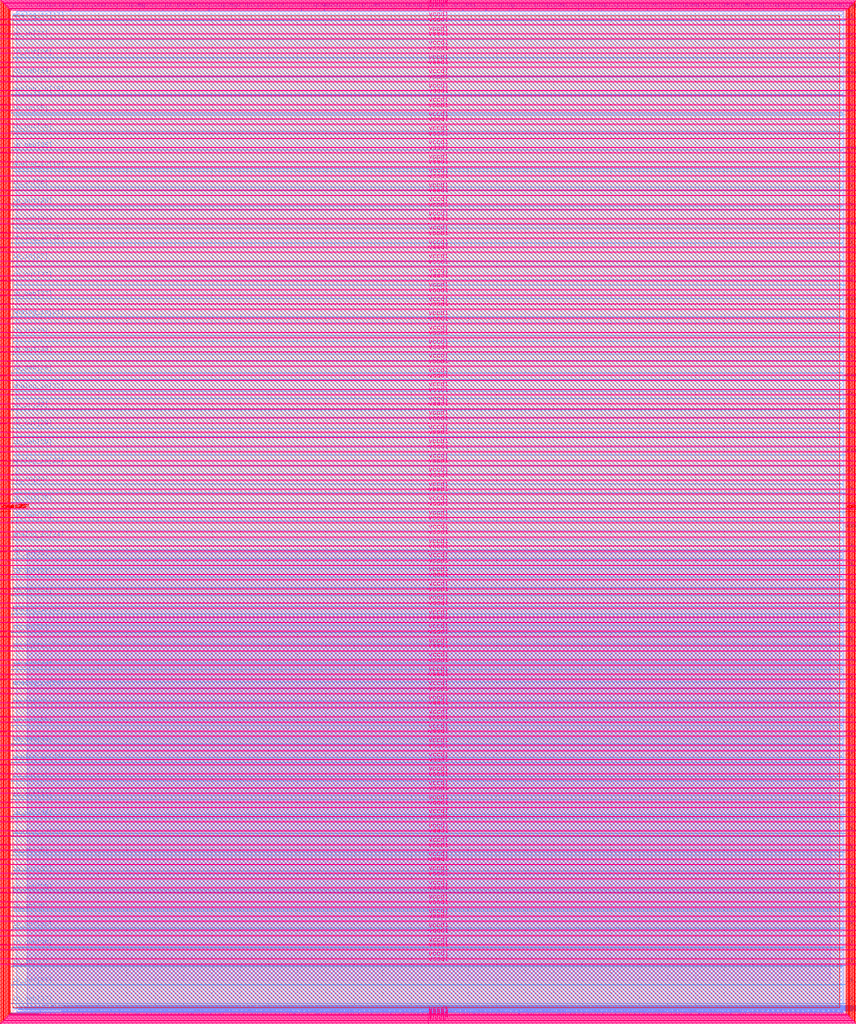
<source format=lef>
VERSION 5.7 ;
  NOWIREEXTENSIONATPIN ON ;
  DIVIDERCHAR "/" ;
  BUSBITCHARS "[]" ;
MACRO user_project_wrapper
  CLASS BLOCK ;
  FOREIGN user_project_wrapper ;
  ORIGIN 0.000 0.000 ;
  SIZE 2920.000 BY 3520.000 ;
  PIN analog_io[0]
    DIRECTION INOUT ;
    USE SIGNAL ;
    PORT
      LAYER met3 ;
        RECT 2917.600 1426.380 2924.800 1427.580 ;
    END
  END analog_io[0]
  PIN analog_io[10]
    DIRECTION INOUT ;
    USE SIGNAL ;
    PORT
      LAYER met2 ;
        RECT 2230.490 3517.600 2231.050 3524.800 ;
    END
  END analog_io[10]
  PIN analog_io[11]
    DIRECTION INOUT ;
    USE SIGNAL ;
    PORT
      LAYER met2 ;
        RECT 1905.730 3517.600 1906.290 3524.800 ;
    END
  END analog_io[11]
  PIN analog_io[12]
    DIRECTION INOUT ;
    USE SIGNAL ;
    PORT
      LAYER met2 ;
        RECT 1581.430 3517.600 1581.990 3524.800 ;
    END
  END analog_io[12]
  PIN analog_io[13]
    DIRECTION INOUT ;
    USE SIGNAL ;
    PORT
      LAYER met2 ;
        RECT 1257.130 3517.600 1257.690 3524.800 ;
    END
  END analog_io[13]
  PIN analog_io[14]
    DIRECTION INOUT ;
    USE SIGNAL ;
    PORT
      LAYER met2 ;
        RECT 932.370 3517.600 932.930 3524.800 ;
    END
  END analog_io[14]
  PIN analog_io[15]
    DIRECTION INOUT ;
    USE SIGNAL ;
    PORT
      LAYER met2 ;
        RECT 608.070 3517.600 608.630 3524.800 ;
    END
  END analog_io[15]
  PIN analog_io[16]
    DIRECTION INOUT ;
    USE SIGNAL ;
    PORT
      LAYER met2 ;
        RECT 283.770 3517.600 284.330 3524.800 ;
    END
  END analog_io[16]
  PIN analog_io[17]
    DIRECTION INOUT ;
    USE SIGNAL ;
    PORT
      LAYER met3 ;
        RECT -4.800 3486.100 2.400 3487.300 ;
    END
  END analog_io[17]
  PIN analog_io[18]
    DIRECTION INOUT ;
    USE SIGNAL ;
    PORT
      LAYER met3 ;
        RECT -4.800 3224.980 2.400 3226.180 ;
    END
  END analog_io[18]
  PIN analog_io[19]
    DIRECTION INOUT ;
    USE SIGNAL ;
    PORT
      LAYER met3 ;
        RECT -4.800 2964.540 2.400 2965.740 ;
    END
  END analog_io[19]
  PIN analog_io[1]
    DIRECTION INOUT ;
    USE SIGNAL ;
    PORT
      LAYER met3 ;
        RECT 2917.600 1692.260 2924.800 1693.460 ;
    END
  END analog_io[1]
  PIN analog_io[20]
    DIRECTION INOUT ;
    USE SIGNAL ;
    PORT
      LAYER met3 ;
        RECT -4.800 2703.420 2.400 2704.620 ;
    END
  END analog_io[20]
  PIN analog_io[21]
    DIRECTION INOUT ;
    USE SIGNAL ;
    PORT
      LAYER met3 ;
        RECT -4.800 2442.980 2.400 2444.180 ;
    END
  END analog_io[21]
  PIN analog_io[22]
    DIRECTION INOUT ;
    USE SIGNAL ;
    PORT
      LAYER met3 ;
        RECT -4.800 2182.540 2.400 2183.740 ;
    END
  END analog_io[22]
  PIN analog_io[23]
    DIRECTION INOUT ;
    USE SIGNAL ;
    PORT
      LAYER met3 ;
        RECT -4.800 1921.420 2.400 1922.620 ;
    END
  END analog_io[23]
  PIN analog_io[24]
    DIRECTION INOUT ;
    USE SIGNAL ;
    PORT
      LAYER met3 ;
        RECT -4.800 1660.980 2.400 1662.180 ;
    END
  END analog_io[24]
  PIN analog_io[25]
    DIRECTION INOUT ;
    USE SIGNAL ;
    PORT
      LAYER met3 ;
        RECT -4.800 1399.860 2.400 1401.060 ;
    END
  END analog_io[25]
  PIN analog_io[26]
    DIRECTION INOUT ;
    USE SIGNAL ;
    PORT
      LAYER met3 ;
        RECT -4.800 1139.420 2.400 1140.620 ;
    END
  END analog_io[26]
  PIN analog_io[27]
    DIRECTION INOUT ;
    USE SIGNAL ;
    PORT
      LAYER met3 ;
        RECT -4.800 878.980 2.400 880.180 ;
    END
  END analog_io[27]
  PIN analog_io[28]
    DIRECTION INOUT ;
    USE SIGNAL ;
    PORT
      LAYER met3 ;
        RECT -4.800 617.860 2.400 619.060 ;
    END
  END analog_io[28]
  PIN analog_io[2]
    DIRECTION INOUT ;
    USE SIGNAL ;
    PORT
      LAYER met3 ;
        RECT 2917.600 1958.140 2924.800 1959.340 ;
    END
  END analog_io[2]
  PIN analog_io[3]
    DIRECTION INOUT ;
    USE SIGNAL ;
    PORT
      LAYER met3 ;
        RECT 2917.600 2223.340 2924.800 2224.540 ;
    END
  END analog_io[3]
  PIN analog_io[4]
    DIRECTION INOUT ;
    USE SIGNAL ;
    PORT
      LAYER met3 ;
        RECT 2917.600 2489.220 2924.800 2490.420 ;
    END
  END analog_io[4]
  PIN analog_io[5]
    DIRECTION INOUT ;
    USE SIGNAL ;
    PORT
      LAYER met3 ;
        RECT 2917.600 2755.100 2924.800 2756.300 ;
    END
  END analog_io[5]
  PIN analog_io[6]
    DIRECTION INOUT ;
    USE SIGNAL ;
    PORT
      LAYER met3 ;
        RECT 2917.600 3020.300 2924.800 3021.500 ;
    END
  END analog_io[6]
  PIN analog_io[7]
    DIRECTION INOUT ;
    USE SIGNAL ;
    PORT
      LAYER met3 ;
        RECT 2917.600 3286.180 2924.800 3287.380 ;
    END
  END analog_io[7]
  PIN analog_io[8]
    DIRECTION INOUT ;
    USE SIGNAL ;
    PORT
      LAYER met2 ;
        RECT 2879.090 3517.600 2879.650 3524.800 ;
    END
  END analog_io[8]
  PIN analog_io[9]
    DIRECTION INOUT ;
    USE SIGNAL ;
    PORT
      LAYER met2 ;
        RECT 2554.790 3517.600 2555.350 3524.800 ;
    END
  END analog_io[9]
  PIN io_in[0]
    DIRECTION INPUT ;
    USE SIGNAL ;
    PORT
      LAYER met3 ;
        RECT 2917.600 32.380 2924.800 33.580 ;
    END
  END io_in[0]
  PIN io_in[10]
    DIRECTION INPUT ;
    USE SIGNAL ;
    PORT
      LAYER met3 ;
        RECT 2917.600 2289.980 2924.800 2291.180 ;
    END
  END io_in[10]
  PIN io_in[11]
    DIRECTION INPUT ;
    USE SIGNAL ;
    PORT
      LAYER met3 ;
        RECT 2917.600 2555.860 2924.800 2557.060 ;
    END
  END io_in[11]
  PIN io_in[12]
    DIRECTION INPUT ;
    USE SIGNAL ;
    PORT
      LAYER met3 ;
        RECT 2917.600 2821.060 2924.800 2822.260 ;
    END
  END io_in[12]
  PIN io_in[13]
    DIRECTION INPUT ;
    USE SIGNAL ;
    PORT
      LAYER met3 ;
        RECT 2917.600 3086.940 2924.800 3088.140 ;
    END
  END io_in[13]
  PIN io_in[14]
    DIRECTION INPUT ;
    USE SIGNAL ;
    PORT
      LAYER met3 ;
        RECT 2917.600 3352.820 2924.800 3354.020 ;
    END
  END io_in[14]
  PIN io_in[15]
    DIRECTION INPUT ;
    USE SIGNAL ;
    PORT
      LAYER met2 ;
        RECT 2798.130 3517.600 2798.690 3524.800 ;
    END
  END io_in[15]
  PIN io_in[16]
    DIRECTION INPUT ;
    USE SIGNAL ;
    PORT
      LAYER met2 ;
        RECT 2473.830 3517.600 2474.390 3524.800 ;
    END
  END io_in[16]
  PIN io_in[17]
    DIRECTION INPUT ;
    USE SIGNAL ;
    PORT
      LAYER met2 ;
        RECT 2149.070 3517.600 2149.630 3524.800 ;
    END
  END io_in[17]
  PIN io_in[18]
    DIRECTION INPUT ;
    USE SIGNAL ;
    PORT
      LAYER met2 ;
        RECT 1824.770 3517.600 1825.330 3524.800 ;
    END
  END io_in[18]
  PIN io_in[19]
    DIRECTION INPUT ;
    USE SIGNAL ;
    PORT
      LAYER met2 ;
        RECT 1500.470 3517.600 1501.030 3524.800 ;
    END
  END io_in[19]
  PIN io_in[1]
    DIRECTION INPUT ;
    USE SIGNAL ;
    PORT
      LAYER met3 ;
        RECT 2917.600 230.940 2924.800 232.140 ;
    END
  END io_in[1]
  PIN io_in[20]
    DIRECTION INPUT ;
    USE SIGNAL ;
    PORT
      LAYER met2 ;
        RECT 1175.710 3517.600 1176.270 3524.800 ;
    END
  END io_in[20]
  PIN io_in[21]
    DIRECTION INPUT ;
    USE SIGNAL ;
    PORT
      LAYER met2 ;
        RECT 851.410 3517.600 851.970 3524.800 ;
    END
  END io_in[21]
  PIN io_in[22]
    DIRECTION INPUT ;
    USE SIGNAL ;
    PORT
      LAYER met2 ;
        RECT 527.110 3517.600 527.670 3524.800 ;
    END
  END io_in[22]
  PIN io_in[23]
    DIRECTION INPUT ;
    USE SIGNAL ;
    PORT
      LAYER met2 ;
        RECT 202.350 3517.600 202.910 3524.800 ;
    END
  END io_in[23]
  PIN io_in[24]
    DIRECTION INPUT ;
    USE SIGNAL ;
    PORT
      LAYER met3 ;
        RECT -4.800 3420.820 2.400 3422.020 ;
    END
  END io_in[24]
  PIN io_in[25]
    DIRECTION INPUT ;
    USE SIGNAL ;
    PORT
      LAYER met3 ;
        RECT -4.800 3159.700 2.400 3160.900 ;
    END
  END io_in[25]
  PIN io_in[26]
    DIRECTION INPUT ;
    USE SIGNAL ;
    PORT
      LAYER met3 ;
        RECT -4.800 2899.260 2.400 2900.460 ;
    END
  END io_in[26]
  PIN io_in[27]
    DIRECTION INPUT ;
    USE SIGNAL ;
    PORT
      LAYER met3 ;
        RECT -4.800 2638.820 2.400 2640.020 ;
    END
  END io_in[27]
  PIN io_in[28]
    DIRECTION INPUT ;
    USE SIGNAL ;
    PORT
      LAYER met3 ;
        RECT -4.800 2377.700 2.400 2378.900 ;
    END
  END io_in[28]
  PIN io_in[29]
    DIRECTION INPUT ;
    USE SIGNAL ;
    PORT
      LAYER met3 ;
        RECT -4.800 2117.260 2.400 2118.460 ;
    END
  END io_in[29]
  PIN io_in[2]
    DIRECTION INPUT ;
    USE SIGNAL ;
    PORT
      LAYER met3 ;
        RECT 2917.600 430.180 2924.800 431.380 ;
    END
  END io_in[2]
  PIN io_in[30]
    DIRECTION INPUT ;
    USE SIGNAL ;
    PORT
      LAYER met3 ;
        RECT -4.800 1856.140 2.400 1857.340 ;
    END
  END io_in[30]
  PIN io_in[31]
    DIRECTION INPUT ;
    USE SIGNAL ;
    PORT
      LAYER met3 ;
        RECT -4.800 1595.700 2.400 1596.900 ;
    END
  END io_in[31]
  PIN io_in[32]
    DIRECTION INPUT ;
    USE SIGNAL ;
    PORT
      LAYER met3 ;
        RECT -4.800 1335.260 2.400 1336.460 ;
    END
  END io_in[32]
  PIN io_in[33]
    DIRECTION INPUT ;
    USE SIGNAL ;
    PORT
      LAYER met3 ;
        RECT -4.800 1074.140 2.400 1075.340 ;
    END
  END io_in[33]
  PIN io_in[34]
    DIRECTION INPUT ;
    USE SIGNAL ;
    PORT
      LAYER met3 ;
        RECT -4.800 813.700 2.400 814.900 ;
    END
  END io_in[34]
  PIN io_in[35]
    DIRECTION INPUT ;
    USE SIGNAL ;
    PORT
      LAYER met3 ;
        RECT -4.800 552.580 2.400 553.780 ;
    END
  END io_in[35]
  PIN io_in[36]
    DIRECTION INPUT ;
    USE SIGNAL ;
    PORT
      LAYER met3 ;
        RECT -4.800 357.420 2.400 358.620 ;
    END
  END io_in[36]
  PIN io_in[37]
    DIRECTION INPUT ;
    USE SIGNAL ;
    PORT
      LAYER met3 ;
        RECT -4.800 161.580 2.400 162.780 ;
    END
  END io_in[37]
  PIN io_in[3]
    DIRECTION INPUT ;
    USE SIGNAL ;
    PORT
      LAYER met3 ;
        RECT 2917.600 629.420 2924.800 630.620 ;
    END
  END io_in[3]
  PIN io_in[4]
    DIRECTION INPUT ;
    USE SIGNAL ;
    PORT
      LAYER met3 ;
        RECT 2917.600 828.660 2924.800 829.860 ;
    END
  END io_in[4]
  PIN io_in[5]
    DIRECTION INPUT ;
    USE SIGNAL ;
    PORT
      LAYER met3 ;
        RECT 2917.600 1027.900 2924.800 1029.100 ;
    END
  END io_in[5]
  PIN io_in[6]
    DIRECTION INPUT ;
    USE SIGNAL ;
    PORT
      LAYER met3 ;
        RECT 2917.600 1227.140 2924.800 1228.340 ;
    END
  END io_in[6]
  PIN io_in[7]
    DIRECTION INPUT ;
    USE SIGNAL ;
    PORT
      LAYER met3 ;
        RECT 2917.600 1493.020 2924.800 1494.220 ;
    END
  END io_in[7]
  PIN io_in[8]
    DIRECTION INPUT ;
    USE SIGNAL ;
    PORT
      LAYER met3 ;
        RECT 2917.600 1758.900 2924.800 1760.100 ;
    END
  END io_in[8]
  PIN io_in[9]
    DIRECTION INPUT ;
    USE SIGNAL ;
    PORT
      LAYER met3 ;
        RECT 2917.600 2024.100 2924.800 2025.300 ;
    END
  END io_in[9]
  PIN io_oeb[0]
    DIRECTION OUTPUT TRISTATE ;
    USE SIGNAL ;
    PORT
      LAYER met3 ;
        RECT 2917.600 164.980 2924.800 166.180 ;
    END
  END io_oeb[0]
  PIN io_oeb[10]
    DIRECTION OUTPUT TRISTATE ;
    USE SIGNAL ;
    PORT
      LAYER met3 ;
        RECT 2917.600 2422.580 2924.800 2423.780 ;
    END
  END io_oeb[10]
  PIN io_oeb[11]
    DIRECTION OUTPUT TRISTATE ;
    USE SIGNAL ;
    PORT
      LAYER met3 ;
        RECT 2917.600 2688.460 2924.800 2689.660 ;
    END
  END io_oeb[11]
  PIN io_oeb[12]
    DIRECTION OUTPUT TRISTATE ;
    USE SIGNAL ;
    PORT
      LAYER met3 ;
        RECT 2917.600 2954.340 2924.800 2955.540 ;
    END
  END io_oeb[12]
  PIN io_oeb[13]
    DIRECTION OUTPUT TRISTATE ;
    USE SIGNAL ;
    PORT
      LAYER met3 ;
        RECT 2917.600 3219.540 2924.800 3220.740 ;
    END
  END io_oeb[13]
  PIN io_oeb[14]
    DIRECTION OUTPUT TRISTATE ;
    USE SIGNAL ;
    PORT
      LAYER met3 ;
        RECT 2917.600 3485.420 2924.800 3486.620 ;
    END
  END io_oeb[14]
  PIN io_oeb[15]
    DIRECTION OUTPUT TRISTATE ;
    USE SIGNAL ;
    PORT
      LAYER met2 ;
        RECT 2635.750 3517.600 2636.310 3524.800 ;
    END
  END io_oeb[15]
  PIN io_oeb[16]
    DIRECTION OUTPUT TRISTATE ;
    USE SIGNAL ;
    PORT
      LAYER met2 ;
        RECT 2311.450 3517.600 2312.010 3524.800 ;
    END
  END io_oeb[16]
  PIN io_oeb[17]
    DIRECTION OUTPUT TRISTATE ;
    USE SIGNAL ;
    PORT
      LAYER met2 ;
        RECT 1987.150 3517.600 1987.710 3524.800 ;
    END
  END io_oeb[17]
  PIN io_oeb[18]
    DIRECTION OUTPUT TRISTATE ;
    USE SIGNAL ;
    PORT
      LAYER met2 ;
        RECT 1662.390 3517.600 1662.950 3524.800 ;
    END
  END io_oeb[18]
  PIN io_oeb[19]
    DIRECTION OUTPUT TRISTATE ;
    USE SIGNAL ;
    PORT
      LAYER met2 ;
        RECT 1338.090 3517.600 1338.650 3524.800 ;
    END
  END io_oeb[19]
  PIN io_oeb[1]
    DIRECTION OUTPUT TRISTATE ;
    USE SIGNAL ;
    PORT
      LAYER met3 ;
        RECT 2917.600 364.220 2924.800 365.420 ;
    END
  END io_oeb[1]
  PIN io_oeb[20]
    DIRECTION OUTPUT TRISTATE ;
    USE SIGNAL ;
    PORT
      LAYER met2 ;
        RECT 1013.790 3517.600 1014.350 3524.800 ;
    END
  END io_oeb[20]
  PIN io_oeb[21]
    DIRECTION OUTPUT TRISTATE ;
    USE SIGNAL ;
    PORT
      LAYER met2 ;
        RECT 689.030 3517.600 689.590 3524.800 ;
    END
  END io_oeb[21]
  PIN io_oeb[22]
    DIRECTION OUTPUT TRISTATE ;
    USE SIGNAL ;
    PORT
      LAYER met2 ;
        RECT 364.730 3517.600 365.290 3524.800 ;
    END
  END io_oeb[22]
  PIN io_oeb[23]
    DIRECTION OUTPUT TRISTATE ;
    USE SIGNAL ;
    PORT
      LAYER met2 ;
        RECT 40.430 3517.600 40.990 3524.800 ;
    END
  END io_oeb[23]
  PIN io_oeb[24]
    DIRECTION OUTPUT TRISTATE ;
    USE SIGNAL ;
    PORT
      LAYER met3 ;
        RECT -4.800 3290.260 2.400 3291.460 ;
    END
  END io_oeb[24]
  PIN io_oeb[25]
    DIRECTION OUTPUT TRISTATE ;
    USE SIGNAL ;
    PORT
      LAYER met3 ;
        RECT -4.800 3029.820 2.400 3031.020 ;
    END
  END io_oeb[25]
  PIN io_oeb[26]
    DIRECTION OUTPUT TRISTATE ;
    USE SIGNAL ;
    PORT
      LAYER met3 ;
        RECT -4.800 2768.700 2.400 2769.900 ;
    END
  END io_oeb[26]
  PIN io_oeb[27]
    DIRECTION OUTPUT TRISTATE ;
    USE SIGNAL ;
    PORT
      LAYER met3 ;
        RECT -4.800 2508.260 2.400 2509.460 ;
    END
  END io_oeb[27]
  PIN io_oeb[28]
    DIRECTION OUTPUT TRISTATE ;
    USE SIGNAL ;
    PORT
      LAYER met3 ;
        RECT -4.800 2247.140 2.400 2248.340 ;
    END
  END io_oeb[28]
  PIN io_oeb[29]
    DIRECTION OUTPUT TRISTATE ;
    USE SIGNAL ;
    PORT
      LAYER met3 ;
        RECT -4.800 1986.700 2.400 1987.900 ;
    END
  END io_oeb[29]
  PIN io_oeb[2]
    DIRECTION OUTPUT TRISTATE ;
    USE SIGNAL ;
    PORT
      LAYER met3 ;
        RECT 2917.600 563.460 2924.800 564.660 ;
    END
  END io_oeb[2]
  PIN io_oeb[30]
    DIRECTION OUTPUT TRISTATE ;
    USE SIGNAL ;
    PORT
      LAYER met3 ;
        RECT -4.800 1726.260 2.400 1727.460 ;
    END
  END io_oeb[30]
  PIN io_oeb[31]
    DIRECTION OUTPUT TRISTATE ;
    USE SIGNAL ;
    PORT
      LAYER met3 ;
        RECT -4.800 1465.140 2.400 1466.340 ;
    END
  END io_oeb[31]
  PIN io_oeb[32]
    DIRECTION OUTPUT TRISTATE ;
    USE SIGNAL ;
    PORT
      LAYER met3 ;
        RECT -4.800 1204.700 2.400 1205.900 ;
    END
  END io_oeb[32]
  PIN io_oeb[33]
    DIRECTION OUTPUT TRISTATE ;
    USE SIGNAL ;
    PORT
      LAYER met3 ;
        RECT -4.800 943.580 2.400 944.780 ;
    END
  END io_oeb[33]
  PIN io_oeb[34]
    DIRECTION OUTPUT TRISTATE ;
    USE SIGNAL ;
    PORT
      LAYER met3 ;
        RECT -4.800 683.140 2.400 684.340 ;
    END
  END io_oeb[34]
  PIN io_oeb[35]
    DIRECTION OUTPUT TRISTATE ;
    USE SIGNAL ;
    PORT
      LAYER met3 ;
        RECT -4.800 422.700 2.400 423.900 ;
    END
  END io_oeb[35]
  PIN io_oeb[36]
    DIRECTION OUTPUT TRISTATE ;
    USE SIGNAL ;
    PORT
      LAYER met3 ;
        RECT -4.800 226.860 2.400 228.060 ;
    END
  END io_oeb[36]
  PIN io_oeb[37]
    DIRECTION OUTPUT TRISTATE ;
    USE SIGNAL ;
    PORT
      LAYER met3 ;
        RECT -4.800 31.700 2.400 32.900 ;
    END
  END io_oeb[37]
  PIN io_oeb[3]
    DIRECTION OUTPUT TRISTATE ;
    USE SIGNAL ;
    PORT
      LAYER met3 ;
        RECT 2917.600 762.700 2924.800 763.900 ;
    END
  END io_oeb[3]
  PIN io_oeb[4]
    DIRECTION OUTPUT TRISTATE ;
    USE SIGNAL ;
    PORT
      LAYER met3 ;
        RECT 2917.600 961.940 2924.800 963.140 ;
    END
  END io_oeb[4]
  PIN io_oeb[5]
    DIRECTION OUTPUT TRISTATE ;
    USE SIGNAL ;
    PORT
      LAYER met3 ;
        RECT 2917.600 1161.180 2924.800 1162.380 ;
    END
  END io_oeb[5]
  PIN io_oeb[6]
    DIRECTION OUTPUT TRISTATE ;
    USE SIGNAL ;
    PORT
      LAYER met3 ;
        RECT 2917.600 1360.420 2924.800 1361.620 ;
    END
  END io_oeb[6]
  PIN io_oeb[7]
    DIRECTION OUTPUT TRISTATE ;
    USE SIGNAL ;
    PORT
      LAYER met3 ;
        RECT 2917.600 1625.620 2924.800 1626.820 ;
    END
  END io_oeb[7]
  PIN io_oeb[8]
    DIRECTION OUTPUT TRISTATE ;
    USE SIGNAL ;
    PORT
      LAYER met3 ;
        RECT 2917.600 1891.500 2924.800 1892.700 ;
    END
  END io_oeb[8]
  PIN io_oeb[9]
    DIRECTION OUTPUT TRISTATE ;
    USE SIGNAL ;
    PORT
      LAYER met3 ;
        RECT 2917.600 2157.380 2924.800 2158.580 ;
    END
  END io_oeb[9]
  PIN io_out[0]
    DIRECTION OUTPUT TRISTATE ;
    USE SIGNAL ;
    PORT
      LAYER met3 ;
        RECT 2917.600 98.340 2924.800 99.540 ;
    END
  END io_out[0]
  PIN io_out[10]
    DIRECTION OUTPUT TRISTATE ;
    USE SIGNAL ;
    PORT
      LAYER met3 ;
        RECT 2917.600 2356.620 2924.800 2357.820 ;
    END
  END io_out[10]
  PIN io_out[11]
    DIRECTION OUTPUT TRISTATE ;
    USE SIGNAL ;
    PORT
      LAYER met3 ;
        RECT 2917.600 2621.820 2924.800 2623.020 ;
    END
  END io_out[11]
  PIN io_out[12]
    DIRECTION OUTPUT TRISTATE ;
    USE SIGNAL ;
    PORT
      LAYER met3 ;
        RECT 2917.600 2887.700 2924.800 2888.900 ;
    END
  END io_out[12]
  PIN io_out[13]
    DIRECTION OUTPUT TRISTATE ;
    USE SIGNAL ;
    PORT
      LAYER met3 ;
        RECT 2917.600 3153.580 2924.800 3154.780 ;
    END
  END io_out[13]
  PIN io_out[14]
    DIRECTION OUTPUT TRISTATE ;
    USE SIGNAL ;
    PORT
      LAYER met3 ;
        RECT 2917.600 3418.780 2924.800 3419.980 ;
    END
  END io_out[14]
  PIN io_out[15]
    DIRECTION OUTPUT TRISTATE ;
    USE SIGNAL ;
    PORT
      LAYER met2 ;
        RECT 2717.170 3517.600 2717.730 3524.800 ;
    END
  END io_out[15]
  PIN io_out[16]
    DIRECTION OUTPUT TRISTATE ;
    USE SIGNAL ;
    PORT
      LAYER met2 ;
        RECT 2392.410 3517.600 2392.970 3524.800 ;
    END
  END io_out[16]
  PIN io_out[17]
    DIRECTION OUTPUT TRISTATE ;
    USE SIGNAL ;
    PORT
      LAYER met2 ;
        RECT 2068.110 3517.600 2068.670 3524.800 ;
    END
  END io_out[17]
  PIN io_out[18]
    DIRECTION OUTPUT TRISTATE ;
    USE SIGNAL ;
    PORT
      LAYER met2 ;
        RECT 1743.810 3517.600 1744.370 3524.800 ;
    END
  END io_out[18]
  PIN io_out[19]
    DIRECTION OUTPUT TRISTATE ;
    USE SIGNAL ;
    PORT
      LAYER met2 ;
        RECT 1419.050 3517.600 1419.610 3524.800 ;
    END
  END io_out[19]
  PIN io_out[1]
    DIRECTION OUTPUT TRISTATE ;
    USE SIGNAL ;
    PORT
      LAYER met3 ;
        RECT 2917.600 297.580 2924.800 298.780 ;
    END
  END io_out[1]
  PIN io_out[20]
    DIRECTION OUTPUT TRISTATE ;
    USE SIGNAL ;
    PORT
      LAYER met2 ;
        RECT 1094.750 3517.600 1095.310 3524.800 ;
    END
  END io_out[20]
  PIN io_out[21]
    DIRECTION OUTPUT TRISTATE ;
    USE SIGNAL ;
    PORT
      LAYER met2 ;
        RECT 770.450 3517.600 771.010 3524.800 ;
    END
  END io_out[21]
  PIN io_out[22]
    DIRECTION OUTPUT TRISTATE ;
    USE SIGNAL ;
    PORT
      LAYER met2 ;
        RECT 445.690 3517.600 446.250 3524.800 ;
    END
  END io_out[22]
  PIN io_out[23]
    DIRECTION OUTPUT TRISTATE ;
    USE SIGNAL ;
    PORT
      LAYER met2 ;
        RECT 121.390 3517.600 121.950 3524.800 ;
    END
  END io_out[23]
  PIN io_out[24]
    DIRECTION OUTPUT TRISTATE ;
    USE SIGNAL ;
    PORT
      LAYER met3 ;
        RECT -4.800 3355.540 2.400 3356.740 ;
    END
  END io_out[24]
  PIN io_out[25]
    DIRECTION OUTPUT TRISTATE ;
    USE SIGNAL ;
    PORT
      LAYER met3 ;
        RECT -4.800 3095.100 2.400 3096.300 ;
    END
  END io_out[25]
  PIN io_out[26]
    DIRECTION OUTPUT TRISTATE ;
    USE SIGNAL ;
    PORT
      LAYER met3 ;
        RECT -4.800 2833.980 2.400 2835.180 ;
    END
  END io_out[26]
  PIN io_out[27]
    DIRECTION OUTPUT TRISTATE ;
    USE SIGNAL ;
    PORT
      LAYER met3 ;
        RECT -4.800 2573.540 2.400 2574.740 ;
    END
  END io_out[27]
  PIN io_out[28]
    DIRECTION OUTPUT TRISTATE ;
    USE SIGNAL ;
    PORT
      LAYER met3 ;
        RECT -4.800 2312.420 2.400 2313.620 ;
    END
  END io_out[28]
  PIN io_out[29]
    DIRECTION OUTPUT TRISTATE ;
    USE SIGNAL ;
    PORT
      LAYER met3 ;
        RECT -4.800 2051.980 2.400 2053.180 ;
    END
  END io_out[29]
  PIN io_out[2]
    DIRECTION OUTPUT TRISTATE ;
    USE SIGNAL ;
    PORT
      LAYER met3 ;
        RECT 2917.600 496.820 2924.800 498.020 ;
    END
  END io_out[2]
  PIN io_out[30]
    DIRECTION OUTPUT TRISTATE ;
    USE SIGNAL ;
    PORT
      LAYER met3 ;
        RECT -4.800 1791.540 2.400 1792.740 ;
    END
  END io_out[30]
  PIN io_out[31]
    DIRECTION OUTPUT TRISTATE ;
    USE SIGNAL ;
    PORT
      LAYER met3 ;
        RECT -4.800 1530.420 2.400 1531.620 ;
    END
  END io_out[31]
  PIN io_out[32]
    DIRECTION OUTPUT TRISTATE ;
    USE SIGNAL ;
    PORT
      LAYER met3 ;
        RECT -4.800 1269.980 2.400 1271.180 ;
    END
  END io_out[32]
  PIN io_out[33]
    DIRECTION OUTPUT TRISTATE ;
    USE SIGNAL ;
    PORT
      LAYER met3 ;
        RECT -4.800 1008.860 2.400 1010.060 ;
    END
  END io_out[33]
  PIN io_out[34]
    DIRECTION OUTPUT TRISTATE ;
    USE SIGNAL ;
    PORT
      LAYER met3 ;
        RECT -4.800 748.420 2.400 749.620 ;
    END
  END io_out[34]
  PIN io_out[35]
    DIRECTION OUTPUT TRISTATE ;
    USE SIGNAL ;
    PORT
      LAYER met3 ;
        RECT -4.800 487.300 2.400 488.500 ;
    END
  END io_out[35]
  PIN io_out[36]
    DIRECTION OUTPUT TRISTATE ;
    USE SIGNAL ;
    PORT
      LAYER met3 ;
        RECT -4.800 292.140 2.400 293.340 ;
    END
  END io_out[36]
  PIN io_out[37]
    DIRECTION OUTPUT TRISTATE ;
    USE SIGNAL ;
    PORT
      LAYER met3 ;
        RECT -4.800 96.300 2.400 97.500 ;
    END
  END io_out[37]
  PIN io_out[3]
    DIRECTION OUTPUT TRISTATE ;
    USE SIGNAL ;
    PORT
      LAYER met3 ;
        RECT 2917.600 696.060 2924.800 697.260 ;
    END
  END io_out[3]
  PIN io_out[4]
    DIRECTION OUTPUT TRISTATE ;
    USE SIGNAL ;
    PORT
      LAYER met3 ;
        RECT 2917.600 895.300 2924.800 896.500 ;
    END
  END io_out[4]
  PIN io_out[5]
    DIRECTION OUTPUT TRISTATE ;
    USE SIGNAL ;
    PORT
      LAYER met3 ;
        RECT 2917.600 1094.540 2924.800 1095.740 ;
    END
  END io_out[5]
  PIN io_out[6]
    DIRECTION OUTPUT TRISTATE ;
    USE SIGNAL ;
    PORT
      LAYER met3 ;
        RECT 2917.600 1293.780 2924.800 1294.980 ;
    END
  END io_out[6]
  PIN io_out[7]
    DIRECTION OUTPUT TRISTATE ;
    USE SIGNAL ;
    PORT
      LAYER met3 ;
        RECT 2917.600 1559.660 2924.800 1560.860 ;
    END
  END io_out[7]
  PIN io_out[8]
    DIRECTION OUTPUT TRISTATE ;
    USE SIGNAL ;
    PORT
      LAYER met3 ;
        RECT 2917.600 1824.860 2924.800 1826.060 ;
    END
  END io_out[8]
  PIN io_out[9]
    DIRECTION OUTPUT TRISTATE ;
    USE SIGNAL ;
    PORT
      LAYER met3 ;
        RECT 2917.600 2090.740 2924.800 2091.940 ;
    END
  END io_out[9]
  PIN la_data_in[0]
    DIRECTION INPUT ;
    USE SIGNAL ;
    PORT
      LAYER met2 ;
        RECT 629.230 -4.800 629.790 2.400 ;
    END
  END la_data_in[0]
  PIN la_data_in[100]
    DIRECTION INPUT ;
    USE SIGNAL ;
    PORT
      LAYER met2 ;
        RECT 2402.530 -4.800 2403.090 2.400 ;
    END
  END la_data_in[100]
  PIN la_data_in[101]
    DIRECTION INPUT ;
    USE SIGNAL ;
    PORT
      LAYER met2 ;
        RECT 2420.010 -4.800 2420.570 2.400 ;
    END
  END la_data_in[101]
  PIN la_data_in[102]
    DIRECTION INPUT ;
    USE SIGNAL ;
    PORT
      LAYER met2 ;
        RECT 2437.950 -4.800 2438.510 2.400 ;
    END
  END la_data_in[102]
  PIN la_data_in[103]
    DIRECTION INPUT ;
    USE SIGNAL ;
    PORT
      LAYER met2 ;
        RECT 2455.430 -4.800 2455.990 2.400 ;
    END
  END la_data_in[103]
  PIN la_data_in[104]
    DIRECTION INPUT ;
    USE SIGNAL ;
    PORT
      LAYER met2 ;
        RECT 2473.370 -4.800 2473.930 2.400 ;
    END
  END la_data_in[104]
  PIN la_data_in[105]
    DIRECTION INPUT ;
    USE SIGNAL ;
    PORT
      LAYER met2 ;
        RECT 2490.850 -4.800 2491.410 2.400 ;
    END
  END la_data_in[105]
  PIN la_data_in[106]
    DIRECTION INPUT ;
    USE SIGNAL ;
    PORT
      LAYER met2 ;
        RECT 2508.790 -4.800 2509.350 2.400 ;
    END
  END la_data_in[106]
  PIN la_data_in[107]
    DIRECTION INPUT ;
    USE SIGNAL ;
    PORT
      LAYER met2 ;
        RECT 2526.730 -4.800 2527.290 2.400 ;
    END
  END la_data_in[107]
  PIN la_data_in[108]
    DIRECTION INPUT ;
    USE SIGNAL ;
    PORT
      LAYER met2 ;
        RECT 2544.210 -4.800 2544.770 2.400 ;
    END
  END la_data_in[108]
  PIN la_data_in[109]
    DIRECTION INPUT ;
    USE SIGNAL ;
    PORT
      LAYER met2 ;
        RECT 2562.150 -4.800 2562.710 2.400 ;
    END
  END la_data_in[109]
  PIN la_data_in[10]
    DIRECTION INPUT ;
    USE SIGNAL ;
    PORT
      LAYER met2 ;
        RECT 806.330 -4.800 806.890 2.400 ;
    END
  END la_data_in[10]
  PIN la_data_in[110]
    DIRECTION INPUT ;
    USE SIGNAL ;
    PORT
      LAYER met2 ;
        RECT 2579.630 -4.800 2580.190 2.400 ;
    END
  END la_data_in[110]
  PIN la_data_in[111]
    DIRECTION INPUT ;
    USE SIGNAL ;
    PORT
      LAYER met2 ;
        RECT 2597.570 -4.800 2598.130 2.400 ;
    END
  END la_data_in[111]
  PIN la_data_in[112]
    DIRECTION INPUT ;
    USE SIGNAL ;
    PORT
      LAYER met2 ;
        RECT 2615.050 -4.800 2615.610 2.400 ;
    END
  END la_data_in[112]
  PIN la_data_in[113]
    DIRECTION INPUT ;
    USE SIGNAL ;
    PORT
      LAYER met2 ;
        RECT 2632.990 -4.800 2633.550 2.400 ;
    END
  END la_data_in[113]
  PIN la_data_in[114]
    DIRECTION INPUT ;
    USE SIGNAL ;
    PORT
      LAYER met2 ;
        RECT 2650.470 -4.800 2651.030 2.400 ;
    END
  END la_data_in[114]
  PIN la_data_in[115]
    DIRECTION INPUT ;
    USE SIGNAL ;
    PORT
      LAYER met2 ;
        RECT 2668.410 -4.800 2668.970 2.400 ;
    END
  END la_data_in[115]
  PIN la_data_in[116]
    DIRECTION INPUT ;
    USE SIGNAL ;
    PORT
      LAYER met2 ;
        RECT 2685.890 -4.800 2686.450 2.400 ;
    END
  END la_data_in[116]
  PIN la_data_in[117]
    DIRECTION INPUT ;
    USE SIGNAL ;
    PORT
      LAYER met2 ;
        RECT 2703.830 -4.800 2704.390 2.400 ;
    END
  END la_data_in[117]
  PIN la_data_in[118]
    DIRECTION INPUT ;
    USE SIGNAL ;
    PORT
      LAYER met2 ;
        RECT 2721.770 -4.800 2722.330 2.400 ;
    END
  END la_data_in[118]
  PIN la_data_in[119]
    DIRECTION INPUT ;
    USE SIGNAL ;
    PORT
      LAYER met2 ;
        RECT 2739.250 -4.800 2739.810 2.400 ;
    END
  END la_data_in[119]
  PIN la_data_in[11]
    DIRECTION INPUT ;
    USE SIGNAL ;
    PORT
      LAYER met2 ;
        RECT 824.270 -4.800 824.830 2.400 ;
    END
  END la_data_in[11]
  PIN la_data_in[120]
    DIRECTION INPUT ;
    USE SIGNAL ;
    PORT
      LAYER met2 ;
        RECT 2757.190 -4.800 2757.750 2.400 ;
    END
  END la_data_in[120]
  PIN la_data_in[121]
    DIRECTION INPUT ;
    USE SIGNAL ;
    PORT
      LAYER met2 ;
        RECT 2774.670 -4.800 2775.230 2.400 ;
    END
  END la_data_in[121]
  PIN la_data_in[122]
    DIRECTION INPUT ;
    USE SIGNAL ;
    PORT
      LAYER met2 ;
        RECT 2792.610 -4.800 2793.170 2.400 ;
    END
  END la_data_in[122]
  PIN la_data_in[123]
    DIRECTION INPUT ;
    USE SIGNAL ;
    PORT
      LAYER met2 ;
        RECT 2810.090 -4.800 2810.650 2.400 ;
    END
  END la_data_in[123]
  PIN la_data_in[124]
    DIRECTION INPUT ;
    USE SIGNAL ;
    PORT
      LAYER met2 ;
        RECT 2828.030 -4.800 2828.590 2.400 ;
    END
  END la_data_in[124]
  PIN la_data_in[125]
    DIRECTION INPUT ;
    USE SIGNAL ;
    PORT
      LAYER met2 ;
        RECT 2845.510 -4.800 2846.070 2.400 ;
    END
  END la_data_in[125]
  PIN la_data_in[126]
    DIRECTION INPUT ;
    USE SIGNAL ;
    PORT
      LAYER met2 ;
        RECT 2863.450 -4.800 2864.010 2.400 ;
    END
  END la_data_in[126]
  PIN la_data_in[127]
    DIRECTION INPUT ;
    USE SIGNAL ;
    PORT
      LAYER met2 ;
        RECT 2881.390 -4.800 2881.950 2.400 ;
    END
  END la_data_in[127]
  PIN la_data_in[12]
    DIRECTION INPUT ;
    USE SIGNAL ;
    PORT
      LAYER met2 ;
        RECT 841.750 -4.800 842.310 2.400 ;
    END
  END la_data_in[12]
  PIN la_data_in[13]
    DIRECTION INPUT ;
    USE SIGNAL ;
    PORT
      LAYER met2 ;
        RECT 859.690 -4.800 860.250 2.400 ;
    END
  END la_data_in[13]
  PIN la_data_in[14]
    DIRECTION INPUT ;
    USE SIGNAL ;
    PORT
      LAYER met2 ;
        RECT 877.170 -4.800 877.730 2.400 ;
    END
  END la_data_in[14]
  PIN la_data_in[15]
    DIRECTION INPUT ;
    USE SIGNAL ;
    PORT
      LAYER met2 ;
        RECT 895.110 -4.800 895.670 2.400 ;
    END
  END la_data_in[15]
  PIN la_data_in[16]
    DIRECTION INPUT ;
    USE SIGNAL ;
    PORT
      LAYER met2 ;
        RECT 912.590 -4.800 913.150 2.400 ;
    END
  END la_data_in[16]
  PIN la_data_in[17]
    DIRECTION INPUT ;
    USE SIGNAL ;
    PORT
      LAYER met2 ;
        RECT 930.530 -4.800 931.090 2.400 ;
    END
  END la_data_in[17]
  PIN la_data_in[18]
    DIRECTION INPUT ;
    USE SIGNAL ;
    PORT
      LAYER met2 ;
        RECT 948.470 -4.800 949.030 2.400 ;
    END
  END la_data_in[18]
  PIN la_data_in[19]
    DIRECTION INPUT ;
    USE SIGNAL ;
    PORT
      LAYER met2 ;
        RECT 965.950 -4.800 966.510 2.400 ;
    END
  END la_data_in[19]
  PIN la_data_in[1]
    DIRECTION INPUT ;
    USE SIGNAL ;
    PORT
      LAYER met2 ;
        RECT 646.710 -4.800 647.270 2.400 ;
    END
  END la_data_in[1]
  PIN la_data_in[20]
    DIRECTION INPUT ;
    USE SIGNAL ;
    PORT
      LAYER met2 ;
        RECT 983.890 -4.800 984.450 2.400 ;
    END
  END la_data_in[20]
  PIN la_data_in[21]
    DIRECTION INPUT ;
    USE SIGNAL ;
    PORT
      LAYER met2 ;
        RECT 1001.370 -4.800 1001.930 2.400 ;
    END
  END la_data_in[21]
  PIN la_data_in[22]
    DIRECTION INPUT ;
    USE SIGNAL ;
    PORT
      LAYER met2 ;
        RECT 1019.310 -4.800 1019.870 2.400 ;
    END
  END la_data_in[22]
  PIN la_data_in[23]
    DIRECTION INPUT ;
    USE SIGNAL ;
    PORT
      LAYER met2 ;
        RECT 1036.790 -4.800 1037.350 2.400 ;
    END
  END la_data_in[23]
  PIN la_data_in[24]
    DIRECTION INPUT ;
    USE SIGNAL ;
    PORT
      LAYER met2 ;
        RECT 1054.730 -4.800 1055.290 2.400 ;
    END
  END la_data_in[24]
  PIN la_data_in[25]
    DIRECTION INPUT ;
    USE SIGNAL ;
    PORT
      LAYER met2 ;
        RECT 1072.210 -4.800 1072.770 2.400 ;
    END
  END la_data_in[25]
  PIN la_data_in[26]
    DIRECTION INPUT ;
    USE SIGNAL ;
    PORT
      LAYER met2 ;
        RECT 1090.150 -4.800 1090.710 2.400 ;
    END
  END la_data_in[26]
  PIN la_data_in[27]
    DIRECTION INPUT ;
    USE SIGNAL ;
    PORT
      LAYER met2 ;
        RECT 1107.630 -4.800 1108.190 2.400 ;
    END
  END la_data_in[27]
  PIN la_data_in[28]
    DIRECTION INPUT ;
    USE SIGNAL ;
    PORT
      LAYER met2 ;
        RECT 1125.570 -4.800 1126.130 2.400 ;
    END
  END la_data_in[28]
  PIN la_data_in[29]
    DIRECTION INPUT ;
    USE SIGNAL ;
    PORT
      LAYER met2 ;
        RECT 1143.510 -4.800 1144.070 2.400 ;
    END
  END la_data_in[29]
  PIN la_data_in[2]
    DIRECTION INPUT ;
    USE SIGNAL ;
    PORT
      LAYER met2 ;
        RECT 664.650 -4.800 665.210 2.400 ;
    END
  END la_data_in[2]
  PIN la_data_in[30]
    DIRECTION INPUT ;
    USE SIGNAL ;
    PORT
      LAYER met2 ;
        RECT 1160.990 -4.800 1161.550 2.400 ;
    END
  END la_data_in[30]
  PIN la_data_in[31]
    DIRECTION INPUT ;
    USE SIGNAL ;
    PORT
      LAYER met2 ;
        RECT 1178.930 -4.800 1179.490 2.400 ;
    END
  END la_data_in[31]
  PIN la_data_in[32]
    DIRECTION INPUT ;
    USE SIGNAL ;
    PORT
      LAYER met2 ;
        RECT 1196.410 -4.800 1196.970 2.400 ;
    END
  END la_data_in[32]
  PIN la_data_in[33]
    DIRECTION INPUT ;
    USE SIGNAL ;
    PORT
      LAYER met2 ;
        RECT 1214.350 -4.800 1214.910 2.400 ;
    END
  END la_data_in[33]
  PIN la_data_in[34]
    DIRECTION INPUT ;
    USE SIGNAL ;
    PORT
      LAYER met2 ;
        RECT 1231.830 -4.800 1232.390 2.400 ;
    END
  END la_data_in[34]
  PIN la_data_in[35]
    DIRECTION INPUT ;
    USE SIGNAL ;
    PORT
      LAYER met2 ;
        RECT 1249.770 -4.800 1250.330 2.400 ;
    END
  END la_data_in[35]
  PIN la_data_in[36]
    DIRECTION INPUT ;
    USE SIGNAL ;
    PORT
      LAYER met2 ;
        RECT 1267.250 -4.800 1267.810 2.400 ;
    END
  END la_data_in[36]
  PIN la_data_in[37]
    DIRECTION INPUT ;
    USE SIGNAL ;
    PORT
      LAYER met2 ;
        RECT 1285.190 -4.800 1285.750 2.400 ;
    END
  END la_data_in[37]
  PIN la_data_in[38]
    DIRECTION INPUT ;
    USE SIGNAL ;
    PORT
      LAYER met2 ;
        RECT 1303.130 -4.800 1303.690 2.400 ;
    END
  END la_data_in[38]
  PIN la_data_in[39]
    DIRECTION INPUT ;
    USE SIGNAL ;
    PORT
      LAYER met2 ;
        RECT 1320.610 -4.800 1321.170 2.400 ;
    END
  END la_data_in[39]
  PIN la_data_in[3]
    DIRECTION INPUT ;
    USE SIGNAL ;
    PORT
      LAYER met2 ;
        RECT 682.130 -4.800 682.690 2.400 ;
    END
  END la_data_in[3]
  PIN la_data_in[40]
    DIRECTION INPUT ;
    USE SIGNAL ;
    PORT
      LAYER met2 ;
        RECT 1338.550 -4.800 1339.110 2.400 ;
    END
  END la_data_in[40]
  PIN la_data_in[41]
    DIRECTION INPUT ;
    USE SIGNAL ;
    PORT
      LAYER met2 ;
        RECT 1356.030 -4.800 1356.590 2.400 ;
    END
  END la_data_in[41]
  PIN la_data_in[42]
    DIRECTION INPUT ;
    USE SIGNAL ;
    PORT
      LAYER met2 ;
        RECT 1373.970 -4.800 1374.530 2.400 ;
    END
  END la_data_in[42]
  PIN la_data_in[43]
    DIRECTION INPUT ;
    USE SIGNAL ;
    PORT
      LAYER met2 ;
        RECT 1391.450 -4.800 1392.010 2.400 ;
    END
  END la_data_in[43]
  PIN la_data_in[44]
    DIRECTION INPUT ;
    USE SIGNAL ;
    PORT
      LAYER met2 ;
        RECT 1409.390 -4.800 1409.950 2.400 ;
    END
  END la_data_in[44]
  PIN la_data_in[45]
    DIRECTION INPUT ;
    USE SIGNAL ;
    PORT
      LAYER met2 ;
        RECT 1426.870 -4.800 1427.430 2.400 ;
    END
  END la_data_in[45]
  PIN la_data_in[46]
    DIRECTION INPUT ;
    USE SIGNAL ;
    PORT
      LAYER met2 ;
        RECT 1444.810 -4.800 1445.370 2.400 ;
    END
  END la_data_in[46]
  PIN la_data_in[47]
    DIRECTION INPUT ;
    USE SIGNAL ;
    PORT
      LAYER met2 ;
        RECT 1462.750 -4.800 1463.310 2.400 ;
    END
  END la_data_in[47]
  PIN la_data_in[48]
    DIRECTION INPUT ;
    USE SIGNAL ;
    PORT
      LAYER met2 ;
        RECT 1480.230 -4.800 1480.790 2.400 ;
    END
  END la_data_in[48]
  PIN la_data_in[49]
    DIRECTION INPUT ;
    USE SIGNAL ;
    PORT
      LAYER met2 ;
        RECT 1498.170 -4.800 1498.730 2.400 ;
    END
  END la_data_in[49]
  PIN la_data_in[4]
    DIRECTION INPUT ;
    USE SIGNAL ;
    PORT
      LAYER met2 ;
        RECT 700.070 -4.800 700.630 2.400 ;
    END
  END la_data_in[4]
  PIN la_data_in[50]
    DIRECTION INPUT ;
    USE SIGNAL ;
    PORT
      LAYER met2 ;
        RECT 1515.650 -4.800 1516.210 2.400 ;
    END
  END la_data_in[50]
  PIN la_data_in[51]
    DIRECTION INPUT ;
    USE SIGNAL ;
    PORT
      LAYER met2 ;
        RECT 1533.590 -4.800 1534.150 2.400 ;
    END
  END la_data_in[51]
  PIN la_data_in[52]
    DIRECTION INPUT ;
    USE SIGNAL ;
    PORT
      LAYER met2 ;
        RECT 1551.070 -4.800 1551.630 2.400 ;
    END
  END la_data_in[52]
  PIN la_data_in[53]
    DIRECTION INPUT ;
    USE SIGNAL ;
    PORT
      LAYER met2 ;
        RECT 1569.010 -4.800 1569.570 2.400 ;
    END
  END la_data_in[53]
  PIN la_data_in[54]
    DIRECTION INPUT ;
    USE SIGNAL ;
    PORT
      LAYER met2 ;
        RECT 1586.490 -4.800 1587.050 2.400 ;
    END
  END la_data_in[54]
  PIN la_data_in[55]
    DIRECTION INPUT ;
    USE SIGNAL ;
    PORT
      LAYER met2 ;
        RECT 1604.430 -4.800 1604.990 2.400 ;
    END
  END la_data_in[55]
  PIN la_data_in[56]
    DIRECTION INPUT ;
    USE SIGNAL ;
    PORT
      LAYER met2 ;
        RECT 1621.910 -4.800 1622.470 2.400 ;
    END
  END la_data_in[56]
  PIN la_data_in[57]
    DIRECTION INPUT ;
    USE SIGNAL ;
    PORT
      LAYER met2 ;
        RECT 1639.850 -4.800 1640.410 2.400 ;
    END
  END la_data_in[57]
  PIN la_data_in[58]
    DIRECTION INPUT ;
    USE SIGNAL ;
    PORT
      LAYER met2 ;
        RECT 1657.790 -4.800 1658.350 2.400 ;
    END
  END la_data_in[58]
  PIN la_data_in[59]
    DIRECTION INPUT ;
    USE SIGNAL ;
    PORT
      LAYER met2 ;
        RECT 1675.270 -4.800 1675.830 2.400 ;
    END
  END la_data_in[59]
  PIN la_data_in[5]
    DIRECTION INPUT ;
    USE SIGNAL ;
    PORT
      LAYER met2 ;
        RECT 717.550 -4.800 718.110 2.400 ;
    END
  END la_data_in[5]
  PIN la_data_in[60]
    DIRECTION INPUT ;
    USE SIGNAL ;
    PORT
      LAYER met2 ;
        RECT 1693.210 -4.800 1693.770 2.400 ;
    END
  END la_data_in[60]
  PIN la_data_in[61]
    DIRECTION INPUT ;
    USE SIGNAL ;
    PORT
      LAYER met2 ;
        RECT 1710.690 -4.800 1711.250 2.400 ;
    END
  END la_data_in[61]
  PIN la_data_in[62]
    DIRECTION INPUT ;
    USE SIGNAL ;
    PORT
      LAYER met2 ;
        RECT 1728.630 -4.800 1729.190 2.400 ;
    END
  END la_data_in[62]
  PIN la_data_in[63]
    DIRECTION INPUT ;
    USE SIGNAL ;
    PORT
      LAYER met2 ;
        RECT 1746.110 -4.800 1746.670 2.400 ;
    END
  END la_data_in[63]
  PIN la_data_in[64]
    DIRECTION INPUT ;
    USE SIGNAL ;
    PORT
      LAYER met2 ;
        RECT 1764.050 -4.800 1764.610 2.400 ;
    END
  END la_data_in[64]
  PIN la_data_in[65]
    DIRECTION INPUT ;
    USE SIGNAL ;
    PORT
      LAYER met2 ;
        RECT 1781.530 -4.800 1782.090 2.400 ;
    END
  END la_data_in[65]
  PIN la_data_in[66]
    DIRECTION INPUT ;
    USE SIGNAL ;
    PORT
      LAYER met2 ;
        RECT 1799.470 -4.800 1800.030 2.400 ;
    END
  END la_data_in[66]
  PIN la_data_in[67]
    DIRECTION INPUT ;
    USE SIGNAL ;
    PORT
      LAYER met2 ;
        RECT 1817.410 -4.800 1817.970 2.400 ;
    END
  END la_data_in[67]
  PIN la_data_in[68]
    DIRECTION INPUT ;
    USE SIGNAL ;
    PORT
      LAYER met2 ;
        RECT 1834.890 -4.800 1835.450 2.400 ;
    END
  END la_data_in[68]
  PIN la_data_in[69]
    DIRECTION INPUT ;
    USE SIGNAL ;
    PORT
      LAYER met2 ;
        RECT 1852.830 -4.800 1853.390 2.400 ;
    END
  END la_data_in[69]
  PIN la_data_in[6]
    DIRECTION INPUT ;
    USE SIGNAL ;
    PORT
      LAYER met2 ;
        RECT 735.490 -4.800 736.050 2.400 ;
    END
  END la_data_in[6]
  PIN la_data_in[70]
    DIRECTION INPUT ;
    USE SIGNAL ;
    PORT
      LAYER met2 ;
        RECT 1870.310 -4.800 1870.870 2.400 ;
    END
  END la_data_in[70]
  PIN la_data_in[71]
    DIRECTION INPUT ;
    USE SIGNAL ;
    PORT
      LAYER met2 ;
        RECT 1888.250 -4.800 1888.810 2.400 ;
    END
  END la_data_in[71]
  PIN la_data_in[72]
    DIRECTION INPUT ;
    USE SIGNAL ;
    PORT
      LAYER met2 ;
        RECT 1905.730 -4.800 1906.290 2.400 ;
    END
  END la_data_in[72]
  PIN la_data_in[73]
    DIRECTION INPUT ;
    USE SIGNAL ;
    PORT
      LAYER met2 ;
        RECT 1923.670 -4.800 1924.230 2.400 ;
    END
  END la_data_in[73]
  PIN la_data_in[74]
    DIRECTION INPUT ;
    USE SIGNAL ;
    PORT
      LAYER met2 ;
        RECT 1941.150 -4.800 1941.710 2.400 ;
    END
  END la_data_in[74]
  PIN la_data_in[75]
    DIRECTION INPUT ;
    USE SIGNAL ;
    PORT
      LAYER met2 ;
        RECT 1959.090 -4.800 1959.650 2.400 ;
    END
  END la_data_in[75]
  PIN la_data_in[76]
    DIRECTION INPUT ;
    USE SIGNAL ;
    PORT
      LAYER met2 ;
        RECT 1976.570 -4.800 1977.130 2.400 ;
    END
  END la_data_in[76]
  PIN la_data_in[77]
    DIRECTION INPUT ;
    USE SIGNAL ;
    PORT
      LAYER met2 ;
        RECT 1994.510 -4.800 1995.070 2.400 ;
    END
  END la_data_in[77]
  PIN la_data_in[78]
    DIRECTION INPUT ;
    USE SIGNAL ;
    PORT
      LAYER met2 ;
        RECT 2012.450 -4.800 2013.010 2.400 ;
    END
  END la_data_in[78]
  PIN la_data_in[79]
    DIRECTION INPUT ;
    USE SIGNAL ;
    PORT
      LAYER met2 ;
        RECT 2029.930 -4.800 2030.490 2.400 ;
    END
  END la_data_in[79]
  PIN la_data_in[7]
    DIRECTION INPUT ;
    USE SIGNAL ;
    PORT
      LAYER met2 ;
        RECT 752.970 -4.800 753.530 2.400 ;
    END
  END la_data_in[7]
  PIN la_data_in[80]
    DIRECTION INPUT ;
    USE SIGNAL ;
    PORT
      LAYER met2 ;
        RECT 2047.870 -4.800 2048.430 2.400 ;
    END
  END la_data_in[80]
  PIN la_data_in[81]
    DIRECTION INPUT ;
    USE SIGNAL ;
    PORT
      LAYER met2 ;
        RECT 2065.350 -4.800 2065.910 2.400 ;
    END
  END la_data_in[81]
  PIN la_data_in[82]
    DIRECTION INPUT ;
    USE SIGNAL ;
    PORT
      LAYER met2 ;
        RECT 2083.290 -4.800 2083.850 2.400 ;
    END
  END la_data_in[82]
  PIN la_data_in[83]
    DIRECTION INPUT ;
    USE SIGNAL ;
    PORT
      LAYER met2 ;
        RECT 2100.770 -4.800 2101.330 2.400 ;
    END
  END la_data_in[83]
  PIN la_data_in[84]
    DIRECTION INPUT ;
    USE SIGNAL ;
    PORT
      LAYER met2 ;
        RECT 2118.710 -4.800 2119.270 2.400 ;
    END
  END la_data_in[84]
  PIN la_data_in[85]
    DIRECTION INPUT ;
    USE SIGNAL ;
    PORT
      LAYER met2 ;
        RECT 2136.190 -4.800 2136.750 2.400 ;
    END
  END la_data_in[85]
  PIN la_data_in[86]
    DIRECTION INPUT ;
    USE SIGNAL ;
    PORT
      LAYER met2 ;
        RECT 2154.130 -4.800 2154.690 2.400 ;
    END
  END la_data_in[86]
  PIN la_data_in[87]
    DIRECTION INPUT ;
    USE SIGNAL ;
    PORT
      LAYER met2 ;
        RECT 2172.070 -4.800 2172.630 2.400 ;
    END
  END la_data_in[87]
  PIN la_data_in[88]
    DIRECTION INPUT ;
    USE SIGNAL ;
    PORT
      LAYER met2 ;
        RECT 2189.550 -4.800 2190.110 2.400 ;
    END
  END la_data_in[88]
  PIN la_data_in[89]
    DIRECTION INPUT ;
    USE SIGNAL ;
    PORT
      LAYER met2 ;
        RECT 2207.490 -4.800 2208.050 2.400 ;
    END
  END la_data_in[89]
  PIN la_data_in[8]
    DIRECTION INPUT ;
    USE SIGNAL ;
    PORT
      LAYER met2 ;
        RECT 770.910 -4.800 771.470 2.400 ;
    END
  END la_data_in[8]
  PIN la_data_in[90]
    DIRECTION INPUT ;
    USE SIGNAL ;
    PORT
      LAYER met2 ;
        RECT 2224.970 -4.800 2225.530 2.400 ;
    END
  END la_data_in[90]
  PIN la_data_in[91]
    DIRECTION INPUT ;
    USE SIGNAL ;
    PORT
      LAYER met2 ;
        RECT 2242.910 -4.800 2243.470 2.400 ;
    END
  END la_data_in[91]
  PIN la_data_in[92]
    DIRECTION INPUT ;
    USE SIGNAL ;
    PORT
      LAYER met2 ;
        RECT 2260.390 -4.800 2260.950 2.400 ;
    END
  END la_data_in[92]
  PIN la_data_in[93]
    DIRECTION INPUT ;
    USE SIGNAL ;
    PORT
      LAYER met2 ;
        RECT 2278.330 -4.800 2278.890 2.400 ;
    END
  END la_data_in[93]
  PIN la_data_in[94]
    DIRECTION INPUT ;
    USE SIGNAL ;
    PORT
      LAYER met2 ;
        RECT 2295.810 -4.800 2296.370 2.400 ;
    END
  END la_data_in[94]
  PIN la_data_in[95]
    DIRECTION INPUT ;
    USE SIGNAL ;
    PORT
      LAYER met2 ;
        RECT 2313.750 -4.800 2314.310 2.400 ;
    END
  END la_data_in[95]
  PIN la_data_in[96]
    DIRECTION INPUT ;
    USE SIGNAL ;
    PORT
      LAYER met2 ;
        RECT 2331.230 -4.800 2331.790 2.400 ;
    END
  END la_data_in[96]
  PIN la_data_in[97]
    DIRECTION INPUT ;
    USE SIGNAL ;
    PORT
      LAYER met2 ;
        RECT 2349.170 -4.800 2349.730 2.400 ;
    END
  END la_data_in[97]
  PIN la_data_in[98]
    DIRECTION INPUT ;
    USE SIGNAL ;
    PORT
      LAYER met2 ;
        RECT 2367.110 -4.800 2367.670 2.400 ;
    END
  END la_data_in[98]
  PIN la_data_in[99]
    DIRECTION INPUT ;
    USE SIGNAL ;
    PORT
      LAYER met2 ;
        RECT 2384.590 -4.800 2385.150 2.400 ;
    END
  END la_data_in[99]
  PIN la_data_in[9]
    DIRECTION INPUT ;
    USE SIGNAL ;
    PORT
      LAYER met2 ;
        RECT 788.850 -4.800 789.410 2.400 ;
    END
  END la_data_in[9]
  PIN la_data_out[0]
    DIRECTION OUTPUT TRISTATE ;
    USE SIGNAL ;
    PORT
      LAYER met2 ;
        RECT 634.750 -4.800 635.310 2.400 ;
    END
  END la_data_out[0]
  PIN la_data_out[100]
    DIRECTION OUTPUT TRISTATE ;
    USE SIGNAL ;
    PORT
      LAYER met2 ;
        RECT 2408.510 -4.800 2409.070 2.400 ;
    END
  END la_data_out[100]
  PIN la_data_out[101]
    DIRECTION OUTPUT TRISTATE ;
    USE SIGNAL ;
    PORT
      LAYER met2 ;
        RECT 2425.990 -4.800 2426.550 2.400 ;
    END
  END la_data_out[101]
  PIN la_data_out[102]
    DIRECTION OUTPUT TRISTATE ;
    USE SIGNAL ;
    PORT
      LAYER met2 ;
        RECT 2443.930 -4.800 2444.490 2.400 ;
    END
  END la_data_out[102]
  PIN la_data_out[103]
    DIRECTION OUTPUT TRISTATE ;
    USE SIGNAL ;
    PORT
      LAYER met2 ;
        RECT 2461.410 -4.800 2461.970 2.400 ;
    END
  END la_data_out[103]
  PIN la_data_out[104]
    DIRECTION OUTPUT TRISTATE ;
    USE SIGNAL ;
    PORT
      LAYER met2 ;
        RECT 2479.350 -4.800 2479.910 2.400 ;
    END
  END la_data_out[104]
  PIN la_data_out[105]
    DIRECTION OUTPUT TRISTATE ;
    USE SIGNAL ;
    PORT
      LAYER met2 ;
        RECT 2496.830 -4.800 2497.390 2.400 ;
    END
  END la_data_out[105]
  PIN la_data_out[106]
    DIRECTION OUTPUT TRISTATE ;
    USE SIGNAL ;
    PORT
      LAYER met2 ;
        RECT 2514.770 -4.800 2515.330 2.400 ;
    END
  END la_data_out[106]
  PIN la_data_out[107]
    DIRECTION OUTPUT TRISTATE ;
    USE SIGNAL ;
    PORT
      LAYER met2 ;
        RECT 2532.250 -4.800 2532.810 2.400 ;
    END
  END la_data_out[107]
  PIN la_data_out[108]
    DIRECTION OUTPUT TRISTATE ;
    USE SIGNAL ;
    PORT
      LAYER met2 ;
        RECT 2550.190 -4.800 2550.750 2.400 ;
    END
  END la_data_out[108]
  PIN la_data_out[109]
    DIRECTION OUTPUT TRISTATE ;
    USE SIGNAL ;
    PORT
      LAYER met2 ;
        RECT 2567.670 -4.800 2568.230 2.400 ;
    END
  END la_data_out[109]
  PIN la_data_out[10]
    DIRECTION OUTPUT TRISTATE ;
    USE SIGNAL ;
    PORT
      LAYER met2 ;
        RECT 812.310 -4.800 812.870 2.400 ;
    END
  END la_data_out[10]
  PIN la_data_out[110]
    DIRECTION OUTPUT TRISTATE ;
    USE SIGNAL ;
    PORT
      LAYER met2 ;
        RECT 2585.610 -4.800 2586.170 2.400 ;
    END
  END la_data_out[110]
  PIN la_data_out[111]
    DIRECTION OUTPUT TRISTATE ;
    USE SIGNAL ;
    PORT
      LAYER met2 ;
        RECT 2603.550 -4.800 2604.110 2.400 ;
    END
  END la_data_out[111]
  PIN la_data_out[112]
    DIRECTION OUTPUT TRISTATE ;
    USE SIGNAL ;
    PORT
      LAYER met2 ;
        RECT 2621.030 -4.800 2621.590 2.400 ;
    END
  END la_data_out[112]
  PIN la_data_out[113]
    DIRECTION OUTPUT TRISTATE ;
    USE SIGNAL ;
    PORT
      LAYER met2 ;
        RECT 2638.970 -4.800 2639.530 2.400 ;
    END
  END la_data_out[113]
  PIN la_data_out[114]
    DIRECTION OUTPUT TRISTATE ;
    USE SIGNAL ;
    PORT
      LAYER met2 ;
        RECT 2656.450 -4.800 2657.010 2.400 ;
    END
  END la_data_out[114]
  PIN la_data_out[115]
    DIRECTION OUTPUT TRISTATE ;
    USE SIGNAL ;
    PORT
      LAYER met2 ;
        RECT 2674.390 -4.800 2674.950 2.400 ;
    END
  END la_data_out[115]
  PIN la_data_out[116]
    DIRECTION OUTPUT TRISTATE ;
    USE SIGNAL ;
    PORT
      LAYER met2 ;
        RECT 2691.870 -4.800 2692.430 2.400 ;
    END
  END la_data_out[116]
  PIN la_data_out[117]
    DIRECTION OUTPUT TRISTATE ;
    USE SIGNAL ;
    PORT
      LAYER met2 ;
        RECT 2709.810 -4.800 2710.370 2.400 ;
    END
  END la_data_out[117]
  PIN la_data_out[118]
    DIRECTION OUTPUT TRISTATE ;
    USE SIGNAL ;
    PORT
      LAYER met2 ;
        RECT 2727.290 -4.800 2727.850 2.400 ;
    END
  END la_data_out[118]
  PIN la_data_out[119]
    DIRECTION OUTPUT TRISTATE ;
    USE SIGNAL ;
    PORT
      LAYER met2 ;
        RECT 2745.230 -4.800 2745.790 2.400 ;
    END
  END la_data_out[119]
  PIN la_data_out[11]
    DIRECTION OUTPUT TRISTATE ;
    USE SIGNAL ;
    PORT
      LAYER met2 ;
        RECT 830.250 -4.800 830.810 2.400 ;
    END
  END la_data_out[11]
  PIN la_data_out[120]
    DIRECTION OUTPUT TRISTATE ;
    USE SIGNAL ;
    PORT
      LAYER met2 ;
        RECT 2763.170 -4.800 2763.730 2.400 ;
    END
  END la_data_out[120]
  PIN la_data_out[121]
    DIRECTION OUTPUT TRISTATE ;
    USE SIGNAL ;
    PORT
      LAYER met2 ;
        RECT 2780.650 -4.800 2781.210 2.400 ;
    END
  END la_data_out[121]
  PIN la_data_out[122]
    DIRECTION OUTPUT TRISTATE ;
    USE SIGNAL ;
    PORT
      LAYER met2 ;
        RECT 2798.590 -4.800 2799.150 2.400 ;
    END
  END la_data_out[122]
  PIN la_data_out[123]
    DIRECTION OUTPUT TRISTATE ;
    USE SIGNAL ;
    PORT
      LAYER met2 ;
        RECT 2816.070 -4.800 2816.630 2.400 ;
    END
  END la_data_out[123]
  PIN la_data_out[124]
    DIRECTION OUTPUT TRISTATE ;
    USE SIGNAL ;
    PORT
      LAYER met2 ;
        RECT 2834.010 -4.800 2834.570 2.400 ;
    END
  END la_data_out[124]
  PIN la_data_out[125]
    DIRECTION OUTPUT TRISTATE ;
    USE SIGNAL ;
    PORT
      LAYER met2 ;
        RECT 2851.490 -4.800 2852.050 2.400 ;
    END
  END la_data_out[125]
  PIN la_data_out[126]
    DIRECTION OUTPUT TRISTATE ;
    USE SIGNAL ;
    PORT
      LAYER met2 ;
        RECT 2869.430 -4.800 2869.990 2.400 ;
    END
  END la_data_out[126]
  PIN la_data_out[127]
    DIRECTION OUTPUT TRISTATE ;
    USE SIGNAL ;
    PORT
      LAYER met2 ;
        RECT 2886.910 -4.800 2887.470 2.400 ;
    END
  END la_data_out[127]
  PIN la_data_out[12]
    DIRECTION OUTPUT TRISTATE ;
    USE SIGNAL ;
    PORT
      LAYER met2 ;
        RECT 847.730 -4.800 848.290 2.400 ;
    END
  END la_data_out[12]
  PIN la_data_out[13]
    DIRECTION OUTPUT TRISTATE ;
    USE SIGNAL ;
    PORT
      LAYER met2 ;
        RECT 865.670 -4.800 866.230 2.400 ;
    END
  END la_data_out[13]
  PIN la_data_out[14]
    DIRECTION OUTPUT TRISTATE ;
    USE SIGNAL ;
    PORT
      LAYER met2 ;
        RECT 883.150 -4.800 883.710 2.400 ;
    END
  END la_data_out[14]
  PIN la_data_out[15]
    DIRECTION OUTPUT TRISTATE ;
    USE SIGNAL ;
    PORT
      LAYER met2 ;
        RECT 901.090 -4.800 901.650 2.400 ;
    END
  END la_data_out[15]
  PIN la_data_out[16]
    DIRECTION OUTPUT TRISTATE ;
    USE SIGNAL ;
    PORT
      LAYER met2 ;
        RECT 918.570 -4.800 919.130 2.400 ;
    END
  END la_data_out[16]
  PIN la_data_out[17]
    DIRECTION OUTPUT TRISTATE ;
    USE SIGNAL ;
    PORT
      LAYER met2 ;
        RECT 936.510 -4.800 937.070 2.400 ;
    END
  END la_data_out[17]
  PIN la_data_out[18]
    DIRECTION OUTPUT TRISTATE ;
    USE SIGNAL ;
    PORT
      LAYER met2 ;
        RECT 953.990 -4.800 954.550 2.400 ;
    END
  END la_data_out[18]
  PIN la_data_out[19]
    DIRECTION OUTPUT TRISTATE ;
    USE SIGNAL ;
    PORT
      LAYER met2 ;
        RECT 971.930 -4.800 972.490 2.400 ;
    END
  END la_data_out[19]
  PIN la_data_out[1]
    DIRECTION OUTPUT TRISTATE ;
    USE SIGNAL ;
    PORT
      LAYER met2 ;
        RECT 652.690 -4.800 653.250 2.400 ;
    END
  END la_data_out[1]
  PIN la_data_out[20]
    DIRECTION OUTPUT TRISTATE ;
    USE SIGNAL ;
    PORT
      LAYER met2 ;
        RECT 989.410 -4.800 989.970 2.400 ;
    END
  END la_data_out[20]
  PIN la_data_out[21]
    DIRECTION OUTPUT TRISTATE ;
    USE SIGNAL ;
    PORT
      LAYER met2 ;
        RECT 1007.350 -4.800 1007.910 2.400 ;
    END
  END la_data_out[21]
  PIN la_data_out[22]
    DIRECTION OUTPUT TRISTATE ;
    USE SIGNAL ;
    PORT
      LAYER met2 ;
        RECT 1025.290 -4.800 1025.850 2.400 ;
    END
  END la_data_out[22]
  PIN la_data_out[23]
    DIRECTION OUTPUT TRISTATE ;
    USE SIGNAL ;
    PORT
      LAYER met2 ;
        RECT 1042.770 -4.800 1043.330 2.400 ;
    END
  END la_data_out[23]
  PIN la_data_out[24]
    DIRECTION OUTPUT TRISTATE ;
    USE SIGNAL ;
    PORT
      LAYER met2 ;
        RECT 1060.710 -4.800 1061.270 2.400 ;
    END
  END la_data_out[24]
  PIN la_data_out[25]
    DIRECTION OUTPUT TRISTATE ;
    USE SIGNAL ;
    PORT
      LAYER met2 ;
        RECT 1078.190 -4.800 1078.750 2.400 ;
    END
  END la_data_out[25]
  PIN la_data_out[26]
    DIRECTION OUTPUT TRISTATE ;
    USE SIGNAL ;
    PORT
      LAYER met2 ;
        RECT 1096.130 -4.800 1096.690 2.400 ;
    END
  END la_data_out[26]
  PIN la_data_out[27]
    DIRECTION OUTPUT TRISTATE ;
    USE SIGNAL ;
    PORT
      LAYER met2 ;
        RECT 1113.610 -4.800 1114.170 2.400 ;
    END
  END la_data_out[27]
  PIN la_data_out[28]
    DIRECTION OUTPUT TRISTATE ;
    USE SIGNAL ;
    PORT
      LAYER met2 ;
        RECT 1131.550 -4.800 1132.110 2.400 ;
    END
  END la_data_out[28]
  PIN la_data_out[29]
    DIRECTION OUTPUT TRISTATE ;
    USE SIGNAL ;
    PORT
      LAYER met2 ;
        RECT 1149.030 -4.800 1149.590 2.400 ;
    END
  END la_data_out[29]
  PIN la_data_out[2]
    DIRECTION OUTPUT TRISTATE ;
    USE SIGNAL ;
    PORT
      LAYER met2 ;
        RECT 670.630 -4.800 671.190 2.400 ;
    END
  END la_data_out[2]
  PIN la_data_out[30]
    DIRECTION OUTPUT TRISTATE ;
    USE SIGNAL ;
    PORT
      LAYER met2 ;
        RECT 1166.970 -4.800 1167.530 2.400 ;
    END
  END la_data_out[30]
  PIN la_data_out[31]
    DIRECTION OUTPUT TRISTATE ;
    USE SIGNAL ;
    PORT
      LAYER met2 ;
        RECT 1184.910 -4.800 1185.470 2.400 ;
    END
  END la_data_out[31]
  PIN la_data_out[32]
    DIRECTION OUTPUT TRISTATE ;
    USE SIGNAL ;
    PORT
      LAYER met2 ;
        RECT 1202.390 -4.800 1202.950 2.400 ;
    END
  END la_data_out[32]
  PIN la_data_out[33]
    DIRECTION OUTPUT TRISTATE ;
    USE SIGNAL ;
    PORT
      LAYER met2 ;
        RECT 1220.330 -4.800 1220.890 2.400 ;
    END
  END la_data_out[33]
  PIN la_data_out[34]
    DIRECTION OUTPUT TRISTATE ;
    USE SIGNAL ;
    PORT
      LAYER met2 ;
        RECT 1237.810 -4.800 1238.370 2.400 ;
    END
  END la_data_out[34]
  PIN la_data_out[35]
    DIRECTION OUTPUT TRISTATE ;
    USE SIGNAL ;
    PORT
      LAYER met2 ;
        RECT 1255.750 -4.800 1256.310 2.400 ;
    END
  END la_data_out[35]
  PIN la_data_out[36]
    DIRECTION OUTPUT TRISTATE ;
    USE SIGNAL ;
    PORT
      LAYER met2 ;
        RECT 1273.230 -4.800 1273.790 2.400 ;
    END
  END la_data_out[36]
  PIN la_data_out[37]
    DIRECTION OUTPUT TRISTATE ;
    USE SIGNAL ;
    PORT
      LAYER met2 ;
        RECT 1291.170 -4.800 1291.730 2.400 ;
    END
  END la_data_out[37]
  PIN la_data_out[38]
    DIRECTION OUTPUT TRISTATE ;
    USE SIGNAL ;
    PORT
      LAYER met2 ;
        RECT 1308.650 -4.800 1309.210 2.400 ;
    END
  END la_data_out[38]
  PIN la_data_out[39]
    DIRECTION OUTPUT TRISTATE ;
    USE SIGNAL ;
    PORT
      LAYER met2 ;
        RECT 1326.590 -4.800 1327.150 2.400 ;
    END
  END la_data_out[39]
  PIN la_data_out[3]
    DIRECTION OUTPUT TRISTATE ;
    USE SIGNAL ;
    PORT
      LAYER met2 ;
        RECT 688.110 -4.800 688.670 2.400 ;
    END
  END la_data_out[3]
  PIN la_data_out[40]
    DIRECTION OUTPUT TRISTATE ;
    USE SIGNAL ;
    PORT
      LAYER met2 ;
        RECT 1344.070 -4.800 1344.630 2.400 ;
    END
  END la_data_out[40]
  PIN la_data_out[41]
    DIRECTION OUTPUT TRISTATE ;
    USE SIGNAL ;
    PORT
      LAYER met2 ;
        RECT 1362.010 -4.800 1362.570 2.400 ;
    END
  END la_data_out[41]
  PIN la_data_out[42]
    DIRECTION OUTPUT TRISTATE ;
    USE SIGNAL ;
    PORT
      LAYER met2 ;
        RECT 1379.950 -4.800 1380.510 2.400 ;
    END
  END la_data_out[42]
  PIN la_data_out[43]
    DIRECTION OUTPUT TRISTATE ;
    USE SIGNAL ;
    PORT
      LAYER met2 ;
        RECT 1397.430 -4.800 1397.990 2.400 ;
    END
  END la_data_out[43]
  PIN la_data_out[44]
    DIRECTION OUTPUT TRISTATE ;
    USE SIGNAL ;
    PORT
      LAYER met2 ;
        RECT 1415.370 -4.800 1415.930 2.400 ;
    END
  END la_data_out[44]
  PIN la_data_out[45]
    DIRECTION OUTPUT TRISTATE ;
    USE SIGNAL ;
    PORT
      LAYER met2 ;
        RECT 1432.850 -4.800 1433.410 2.400 ;
    END
  END la_data_out[45]
  PIN la_data_out[46]
    DIRECTION OUTPUT TRISTATE ;
    USE SIGNAL ;
    PORT
      LAYER met2 ;
        RECT 1450.790 -4.800 1451.350 2.400 ;
    END
  END la_data_out[46]
  PIN la_data_out[47]
    DIRECTION OUTPUT TRISTATE ;
    USE SIGNAL ;
    PORT
      LAYER met2 ;
        RECT 1468.270 -4.800 1468.830 2.400 ;
    END
  END la_data_out[47]
  PIN la_data_out[48]
    DIRECTION OUTPUT TRISTATE ;
    USE SIGNAL ;
    PORT
      LAYER met2 ;
        RECT 1486.210 -4.800 1486.770 2.400 ;
    END
  END la_data_out[48]
  PIN la_data_out[49]
    DIRECTION OUTPUT TRISTATE ;
    USE SIGNAL ;
    PORT
      LAYER met2 ;
        RECT 1503.690 -4.800 1504.250 2.400 ;
    END
  END la_data_out[49]
  PIN la_data_out[4]
    DIRECTION OUTPUT TRISTATE ;
    USE SIGNAL ;
    PORT
      LAYER met2 ;
        RECT 706.050 -4.800 706.610 2.400 ;
    END
  END la_data_out[4]
  PIN la_data_out[50]
    DIRECTION OUTPUT TRISTATE ;
    USE SIGNAL ;
    PORT
      LAYER met2 ;
        RECT 1521.630 -4.800 1522.190 2.400 ;
    END
  END la_data_out[50]
  PIN la_data_out[51]
    DIRECTION OUTPUT TRISTATE ;
    USE SIGNAL ;
    PORT
      LAYER met2 ;
        RECT 1539.570 -4.800 1540.130 2.400 ;
    END
  END la_data_out[51]
  PIN la_data_out[52]
    DIRECTION OUTPUT TRISTATE ;
    USE SIGNAL ;
    PORT
      LAYER met2 ;
        RECT 1557.050 -4.800 1557.610 2.400 ;
    END
  END la_data_out[52]
  PIN la_data_out[53]
    DIRECTION OUTPUT TRISTATE ;
    USE SIGNAL ;
    PORT
      LAYER met2 ;
        RECT 1574.990 -4.800 1575.550 2.400 ;
    END
  END la_data_out[53]
  PIN la_data_out[54]
    DIRECTION OUTPUT TRISTATE ;
    USE SIGNAL ;
    PORT
      LAYER met2 ;
        RECT 1592.470 -4.800 1593.030 2.400 ;
    END
  END la_data_out[54]
  PIN la_data_out[55]
    DIRECTION OUTPUT TRISTATE ;
    USE SIGNAL ;
    PORT
      LAYER met2 ;
        RECT 1610.410 -4.800 1610.970 2.400 ;
    END
  END la_data_out[55]
  PIN la_data_out[56]
    DIRECTION OUTPUT TRISTATE ;
    USE SIGNAL ;
    PORT
      LAYER met2 ;
        RECT 1627.890 -4.800 1628.450 2.400 ;
    END
  END la_data_out[56]
  PIN la_data_out[57]
    DIRECTION OUTPUT TRISTATE ;
    USE SIGNAL ;
    PORT
      LAYER met2 ;
        RECT 1645.830 -4.800 1646.390 2.400 ;
    END
  END la_data_out[57]
  PIN la_data_out[58]
    DIRECTION OUTPUT TRISTATE ;
    USE SIGNAL ;
    PORT
      LAYER met2 ;
        RECT 1663.310 -4.800 1663.870 2.400 ;
    END
  END la_data_out[58]
  PIN la_data_out[59]
    DIRECTION OUTPUT TRISTATE ;
    USE SIGNAL ;
    PORT
      LAYER met2 ;
        RECT 1681.250 -4.800 1681.810 2.400 ;
    END
  END la_data_out[59]
  PIN la_data_out[5]
    DIRECTION OUTPUT TRISTATE ;
    USE SIGNAL ;
    PORT
      LAYER met2 ;
        RECT 723.530 -4.800 724.090 2.400 ;
    END
  END la_data_out[5]
  PIN la_data_out[60]
    DIRECTION OUTPUT TRISTATE ;
    USE SIGNAL ;
    PORT
      LAYER met2 ;
        RECT 1699.190 -4.800 1699.750 2.400 ;
    END
  END la_data_out[60]
  PIN la_data_out[61]
    DIRECTION OUTPUT TRISTATE ;
    USE SIGNAL ;
    PORT
      LAYER met2 ;
        RECT 1716.670 -4.800 1717.230 2.400 ;
    END
  END la_data_out[61]
  PIN la_data_out[62]
    DIRECTION OUTPUT TRISTATE ;
    USE SIGNAL ;
    PORT
      LAYER met2 ;
        RECT 1734.610 -4.800 1735.170 2.400 ;
    END
  END la_data_out[62]
  PIN la_data_out[63]
    DIRECTION OUTPUT TRISTATE ;
    USE SIGNAL ;
    PORT
      LAYER met2 ;
        RECT 1752.090 -4.800 1752.650 2.400 ;
    END
  END la_data_out[63]
  PIN la_data_out[64]
    DIRECTION OUTPUT TRISTATE ;
    USE SIGNAL ;
    PORT
      LAYER met2 ;
        RECT 1770.030 -4.800 1770.590 2.400 ;
    END
  END la_data_out[64]
  PIN la_data_out[65]
    DIRECTION OUTPUT TRISTATE ;
    USE SIGNAL ;
    PORT
      LAYER met2 ;
        RECT 1787.510 -4.800 1788.070 2.400 ;
    END
  END la_data_out[65]
  PIN la_data_out[66]
    DIRECTION OUTPUT TRISTATE ;
    USE SIGNAL ;
    PORT
      LAYER met2 ;
        RECT 1805.450 -4.800 1806.010 2.400 ;
    END
  END la_data_out[66]
  PIN la_data_out[67]
    DIRECTION OUTPUT TRISTATE ;
    USE SIGNAL ;
    PORT
      LAYER met2 ;
        RECT 1822.930 -4.800 1823.490 2.400 ;
    END
  END la_data_out[67]
  PIN la_data_out[68]
    DIRECTION OUTPUT TRISTATE ;
    USE SIGNAL ;
    PORT
      LAYER met2 ;
        RECT 1840.870 -4.800 1841.430 2.400 ;
    END
  END la_data_out[68]
  PIN la_data_out[69]
    DIRECTION OUTPUT TRISTATE ;
    USE SIGNAL ;
    PORT
      LAYER met2 ;
        RECT 1858.350 -4.800 1858.910 2.400 ;
    END
  END la_data_out[69]
  PIN la_data_out[6]
    DIRECTION OUTPUT TRISTATE ;
    USE SIGNAL ;
    PORT
      LAYER met2 ;
        RECT 741.470 -4.800 742.030 2.400 ;
    END
  END la_data_out[6]
  PIN la_data_out[70]
    DIRECTION OUTPUT TRISTATE ;
    USE SIGNAL ;
    PORT
      LAYER met2 ;
        RECT 1876.290 -4.800 1876.850 2.400 ;
    END
  END la_data_out[70]
  PIN la_data_out[71]
    DIRECTION OUTPUT TRISTATE ;
    USE SIGNAL ;
    PORT
      LAYER met2 ;
        RECT 1894.230 -4.800 1894.790 2.400 ;
    END
  END la_data_out[71]
  PIN la_data_out[72]
    DIRECTION OUTPUT TRISTATE ;
    USE SIGNAL ;
    PORT
      LAYER met2 ;
        RECT 1911.710 -4.800 1912.270 2.400 ;
    END
  END la_data_out[72]
  PIN la_data_out[73]
    DIRECTION OUTPUT TRISTATE ;
    USE SIGNAL ;
    PORT
      LAYER met2 ;
        RECT 1929.650 -4.800 1930.210 2.400 ;
    END
  END la_data_out[73]
  PIN la_data_out[74]
    DIRECTION OUTPUT TRISTATE ;
    USE SIGNAL ;
    PORT
      LAYER met2 ;
        RECT 1947.130 -4.800 1947.690 2.400 ;
    END
  END la_data_out[74]
  PIN la_data_out[75]
    DIRECTION OUTPUT TRISTATE ;
    USE SIGNAL ;
    PORT
      LAYER met2 ;
        RECT 1965.070 -4.800 1965.630 2.400 ;
    END
  END la_data_out[75]
  PIN la_data_out[76]
    DIRECTION OUTPUT TRISTATE ;
    USE SIGNAL ;
    PORT
      LAYER met2 ;
        RECT 1982.550 -4.800 1983.110 2.400 ;
    END
  END la_data_out[76]
  PIN la_data_out[77]
    DIRECTION OUTPUT TRISTATE ;
    USE SIGNAL ;
    PORT
      LAYER met2 ;
        RECT 2000.490 -4.800 2001.050 2.400 ;
    END
  END la_data_out[77]
  PIN la_data_out[78]
    DIRECTION OUTPUT TRISTATE ;
    USE SIGNAL ;
    PORT
      LAYER met2 ;
        RECT 2017.970 -4.800 2018.530 2.400 ;
    END
  END la_data_out[78]
  PIN la_data_out[79]
    DIRECTION OUTPUT TRISTATE ;
    USE SIGNAL ;
    PORT
      LAYER met2 ;
        RECT 2035.910 -4.800 2036.470 2.400 ;
    END
  END la_data_out[79]
  PIN la_data_out[7]
    DIRECTION OUTPUT TRISTATE ;
    USE SIGNAL ;
    PORT
      LAYER met2 ;
        RECT 758.950 -4.800 759.510 2.400 ;
    END
  END la_data_out[7]
  PIN la_data_out[80]
    DIRECTION OUTPUT TRISTATE ;
    USE SIGNAL ;
    PORT
      LAYER met2 ;
        RECT 2053.850 -4.800 2054.410 2.400 ;
    END
  END la_data_out[80]
  PIN la_data_out[81]
    DIRECTION OUTPUT TRISTATE ;
    USE SIGNAL ;
    PORT
      LAYER met2 ;
        RECT 2071.330 -4.800 2071.890 2.400 ;
    END
  END la_data_out[81]
  PIN la_data_out[82]
    DIRECTION OUTPUT TRISTATE ;
    USE SIGNAL ;
    PORT
      LAYER met2 ;
        RECT 2089.270 -4.800 2089.830 2.400 ;
    END
  END la_data_out[82]
  PIN la_data_out[83]
    DIRECTION OUTPUT TRISTATE ;
    USE SIGNAL ;
    PORT
      LAYER met2 ;
        RECT 2106.750 -4.800 2107.310 2.400 ;
    END
  END la_data_out[83]
  PIN la_data_out[84]
    DIRECTION OUTPUT TRISTATE ;
    USE SIGNAL ;
    PORT
      LAYER met2 ;
        RECT 2124.690 -4.800 2125.250 2.400 ;
    END
  END la_data_out[84]
  PIN la_data_out[85]
    DIRECTION OUTPUT TRISTATE ;
    USE SIGNAL ;
    PORT
      LAYER met2 ;
        RECT 2142.170 -4.800 2142.730 2.400 ;
    END
  END la_data_out[85]
  PIN la_data_out[86]
    DIRECTION OUTPUT TRISTATE ;
    USE SIGNAL ;
    PORT
      LAYER met2 ;
        RECT 2160.110 -4.800 2160.670 2.400 ;
    END
  END la_data_out[86]
  PIN la_data_out[87]
    DIRECTION OUTPUT TRISTATE ;
    USE SIGNAL ;
    PORT
      LAYER met2 ;
        RECT 2177.590 -4.800 2178.150 2.400 ;
    END
  END la_data_out[87]
  PIN la_data_out[88]
    DIRECTION OUTPUT TRISTATE ;
    USE SIGNAL ;
    PORT
      LAYER met2 ;
        RECT 2195.530 -4.800 2196.090 2.400 ;
    END
  END la_data_out[88]
  PIN la_data_out[89]
    DIRECTION OUTPUT TRISTATE ;
    USE SIGNAL ;
    PORT
      LAYER met2 ;
        RECT 2213.010 -4.800 2213.570 2.400 ;
    END
  END la_data_out[89]
  PIN la_data_out[8]
    DIRECTION OUTPUT TRISTATE ;
    USE SIGNAL ;
    PORT
      LAYER met2 ;
        RECT 776.890 -4.800 777.450 2.400 ;
    END
  END la_data_out[8]
  PIN la_data_out[90]
    DIRECTION OUTPUT TRISTATE ;
    USE SIGNAL ;
    PORT
      LAYER met2 ;
        RECT 2230.950 -4.800 2231.510 2.400 ;
    END
  END la_data_out[90]
  PIN la_data_out[91]
    DIRECTION OUTPUT TRISTATE ;
    USE SIGNAL ;
    PORT
      LAYER met2 ;
        RECT 2248.890 -4.800 2249.450 2.400 ;
    END
  END la_data_out[91]
  PIN la_data_out[92]
    DIRECTION OUTPUT TRISTATE ;
    USE SIGNAL ;
    PORT
      LAYER met2 ;
        RECT 2266.370 -4.800 2266.930 2.400 ;
    END
  END la_data_out[92]
  PIN la_data_out[93]
    DIRECTION OUTPUT TRISTATE ;
    USE SIGNAL ;
    PORT
      LAYER met2 ;
        RECT 2284.310 -4.800 2284.870 2.400 ;
    END
  END la_data_out[93]
  PIN la_data_out[94]
    DIRECTION OUTPUT TRISTATE ;
    USE SIGNAL ;
    PORT
      LAYER met2 ;
        RECT 2301.790 -4.800 2302.350 2.400 ;
    END
  END la_data_out[94]
  PIN la_data_out[95]
    DIRECTION OUTPUT TRISTATE ;
    USE SIGNAL ;
    PORT
      LAYER met2 ;
        RECT 2319.730 -4.800 2320.290 2.400 ;
    END
  END la_data_out[95]
  PIN la_data_out[96]
    DIRECTION OUTPUT TRISTATE ;
    USE SIGNAL ;
    PORT
      LAYER met2 ;
        RECT 2337.210 -4.800 2337.770 2.400 ;
    END
  END la_data_out[96]
  PIN la_data_out[97]
    DIRECTION OUTPUT TRISTATE ;
    USE SIGNAL ;
    PORT
      LAYER met2 ;
        RECT 2355.150 -4.800 2355.710 2.400 ;
    END
  END la_data_out[97]
  PIN la_data_out[98]
    DIRECTION OUTPUT TRISTATE ;
    USE SIGNAL ;
    PORT
      LAYER met2 ;
        RECT 2372.630 -4.800 2373.190 2.400 ;
    END
  END la_data_out[98]
  PIN la_data_out[99]
    DIRECTION OUTPUT TRISTATE ;
    USE SIGNAL ;
    PORT
      LAYER met2 ;
        RECT 2390.570 -4.800 2391.130 2.400 ;
    END
  END la_data_out[99]
  PIN la_data_out[9]
    DIRECTION OUTPUT TRISTATE ;
    USE SIGNAL ;
    PORT
      LAYER met2 ;
        RECT 794.370 -4.800 794.930 2.400 ;
    END
  END la_data_out[9]
  PIN la_oenb[0]
    DIRECTION INPUT ;
    USE SIGNAL ;
    PORT
      LAYER met2 ;
        RECT 640.730 -4.800 641.290 2.400 ;
    END
  END la_oenb[0]
  PIN la_oenb[100]
    DIRECTION INPUT ;
    USE SIGNAL ;
    PORT
      LAYER met2 ;
        RECT 2414.030 -4.800 2414.590 2.400 ;
    END
  END la_oenb[100]
  PIN la_oenb[101]
    DIRECTION INPUT ;
    USE SIGNAL ;
    PORT
      LAYER met2 ;
        RECT 2431.970 -4.800 2432.530 2.400 ;
    END
  END la_oenb[101]
  PIN la_oenb[102]
    DIRECTION INPUT ;
    USE SIGNAL ;
    PORT
      LAYER met2 ;
        RECT 2449.450 -4.800 2450.010 2.400 ;
    END
  END la_oenb[102]
  PIN la_oenb[103]
    DIRECTION INPUT ;
    USE SIGNAL ;
    PORT
      LAYER met2 ;
        RECT 2467.390 -4.800 2467.950 2.400 ;
    END
  END la_oenb[103]
  PIN la_oenb[104]
    DIRECTION INPUT ;
    USE SIGNAL ;
    PORT
      LAYER met2 ;
        RECT 2485.330 -4.800 2485.890 2.400 ;
    END
  END la_oenb[104]
  PIN la_oenb[105]
    DIRECTION INPUT ;
    USE SIGNAL ;
    PORT
      LAYER met2 ;
        RECT 2502.810 -4.800 2503.370 2.400 ;
    END
  END la_oenb[105]
  PIN la_oenb[106]
    DIRECTION INPUT ;
    USE SIGNAL ;
    PORT
      LAYER met2 ;
        RECT 2520.750 -4.800 2521.310 2.400 ;
    END
  END la_oenb[106]
  PIN la_oenb[107]
    DIRECTION INPUT ;
    USE SIGNAL ;
    PORT
      LAYER met2 ;
        RECT 2538.230 -4.800 2538.790 2.400 ;
    END
  END la_oenb[107]
  PIN la_oenb[108]
    DIRECTION INPUT ;
    USE SIGNAL ;
    PORT
      LAYER met2 ;
        RECT 2556.170 -4.800 2556.730 2.400 ;
    END
  END la_oenb[108]
  PIN la_oenb[109]
    DIRECTION INPUT ;
    USE SIGNAL ;
    PORT
      LAYER met2 ;
        RECT 2573.650 -4.800 2574.210 2.400 ;
    END
  END la_oenb[109]
  PIN la_oenb[10]
    DIRECTION INPUT ;
    USE SIGNAL ;
    PORT
      LAYER met2 ;
        RECT 818.290 -4.800 818.850 2.400 ;
    END
  END la_oenb[10]
  PIN la_oenb[110]
    DIRECTION INPUT ;
    USE SIGNAL ;
    PORT
      LAYER met2 ;
        RECT 2591.590 -4.800 2592.150 2.400 ;
    END
  END la_oenb[110]
  PIN la_oenb[111]
    DIRECTION INPUT ;
    USE SIGNAL ;
    PORT
      LAYER met2 ;
        RECT 2609.070 -4.800 2609.630 2.400 ;
    END
  END la_oenb[111]
  PIN la_oenb[112]
    DIRECTION INPUT ;
    USE SIGNAL ;
    PORT
      LAYER met2 ;
        RECT 2627.010 -4.800 2627.570 2.400 ;
    END
  END la_oenb[112]
  PIN la_oenb[113]
    DIRECTION INPUT ;
    USE SIGNAL ;
    PORT
      LAYER met2 ;
        RECT 2644.950 -4.800 2645.510 2.400 ;
    END
  END la_oenb[113]
  PIN la_oenb[114]
    DIRECTION INPUT ;
    USE SIGNAL ;
    PORT
      LAYER met2 ;
        RECT 2662.430 -4.800 2662.990 2.400 ;
    END
  END la_oenb[114]
  PIN la_oenb[115]
    DIRECTION INPUT ;
    USE SIGNAL ;
    PORT
      LAYER met2 ;
        RECT 2680.370 -4.800 2680.930 2.400 ;
    END
  END la_oenb[115]
  PIN la_oenb[116]
    DIRECTION INPUT ;
    USE SIGNAL ;
    PORT
      LAYER met2 ;
        RECT 2697.850 -4.800 2698.410 2.400 ;
    END
  END la_oenb[116]
  PIN la_oenb[117]
    DIRECTION INPUT ;
    USE SIGNAL ;
    PORT
      LAYER met2 ;
        RECT 2715.790 -4.800 2716.350 2.400 ;
    END
  END la_oenb[117]
  PIN la_oenb[118]
    DIRECTION INPUT ;
    USE SIGNAL ;
    PORT
      LAYER met2 ;
        RECT 2733.270 -4.800 2733.830 2.400 ;
    END
  END la_oenb[118]
  PIN la_oenb[119]
    DIRECTION INPUT ;
    USE SIGNAL ;
    PORT
      LAYER met2 ;
        RECT 2751.210 -4.800 2751.770 2.400 ;
    END
  END la_oenb[119]
  PIN la_oenb[11]
    DIRECTION INPUT ;
    USE SIGNAL ;
    PORT
      LAYER met2 ;
        RECT 835.770 -4.800 836.330 2.400 ;
    END
  END la_oenb[11]
  PIN la_oenb[120]
    DIRECTION INPUT ;
    USE SIGNAL ;
    PORT
      LAYER met2 ;
        RECT 2768.690 -4.800 2769.250 2.400 ;
    END
  END la_oenb[120]
  PIN la_oenb[121]
    DIRECTION INPUT ;
    USE SIGNAL ;
    PORT
      LAYER met2 ;
        RECT 2786.630 -4.800 2787.190 2.400 ;
    END
  END la_oenb[121]
  PIN la_oenb[122]
    DIRECTION INPUT ;
    USE SIGNAL ;
    PORT
      LAYER met2 ;
        RECT 2804.110 -4.800 2804.670 2.400 ;
    END
  END la_oenb[122]
  PIN la_oenb[123]
    DIRECTION INPUT ;
    USE SIGNAL ;
    PORT
      LAYER met2 ;
        RECT 2822.050 -4.800 2822.610 2.400 ;
    END
  END la_oenb[123]
  PIN la_oenb[124]
    DIRECTION INPUT ;
    USE SIGNAL ;
    PORT
      LAYER met2 ;
        RECT 2839.990 -4.800 2840.550 2.400 ;
    END
  END la_oenb[124]
  PIN la_oenb[125]
    DIRECTION INPUT ;
    USE SIGNAL ;
    PORT
      LAYER met2 ;
        RECT 2857.470 -4.800 2858.030 2.400 ;
    END
  END la_oenb[125]
  PIN la_oenb[126]
    DIRECTION INPUT ;
    USE SIGNAL ;
    PORT
      LAYER met2 ;
        RECT 2875.410 -4.800 2875.970 2.400 ;
    END
  END la_oenb[126]
  PIN la_oenb[127]
    DIRECTION INPUT ;
    USE SIGNAL ;
    PORT
      LAYER met2 ;
        RECT 2892.890 -4.800 2893.450 2.400 ;
    END
  END la_oenb[127]
  PIN la_oenb[12]
    DIRECTION INPUT ;
    USE SIGNAL ;
    PORT
      LAYER met2 ;
        RECT 853.710 -4.800 854.270 2.400 ;
    END
  END la_oenb[12]
  PIN la_oenb[13]
    DIRECTION INPUT ;
    USE SIGNAL ;
    PORT
      LAYER met2 ;
        RECT 871.190 -4.800 871.750 2.400 ;
    END
  END la_oenb[13]
  PIN la_oenb[14]
    DIRECTION INPUT ;
    USE SIGNAL ;
    PORT
      LAYER met2 ;
        RECT 889.130 -4.800 889.690 2.400 ;
    END
  END la_oenb[14]
  PIN la_oenb[15]
    DIRECTION INPUT ;
    USE SIGNAL ;
    PORT
      LAYER met2 ;
        RECT 907.070 -4.800 907.630 2.400 ;
    END
  END la_oenb[15]
  PIN la_oenb[16]
    DIRECTION INPUT ;
    USE SIGNAL ;
    PORT
      LAYER met2 ;
        RECT 924.550 -4.800 925.110 2.400 ;
    END
  END la_oenb[16]
  PIN la_oenb[17]
    DIRECTION INPUT ;
    USE SIGNAL ;
    PORT
      LAYER met2 ;
        RECT 942.490 -4.800 943.050 2.400 ;
    END
  END la_oenb[17]
  PIN la_oenb[18]
    DIRECTION INPUT ;
    USE SIGNAL ;
    PORT
      LAYER met2 ;
        RECT 959.970 -4.800 960.530 2.400 ;
    END
  END la_oenb[18]
  PIN la_oenb[19]
    DIRECTION INPUT ;
    USE SIGNAL ;
    PORT
      LAYER met2 ;
        RECT 977.910 -4.800 978.470 2.400 ;
    END
  END la_oenb[19]
  PIN la_oenb[1]
    DIRECTION INPUT ;
    USE SIGNAL ;
    PORT
      LAYER met2 ;
        RECT 658.670 -4.800 659.230 2.400 ;
    END
  END la_oenb[1]
  PIN la_oenb[20]
    DIRECTION INPUT ;
    USE SIGNAL ;
    PORT
      LAYER met2 ;
        RECT 995.390 -4.800 995.950 2.400 ;
    END
  END la_oenb[20]
  PIN la_oenb[21]
    DIRECTION INPUT ;
    USE SIGNAL ;
    PORT
      LAYER met2 ;
        RECT 1013.330 -4.800 1013.890 2.400 ;
    END
  END la_oenb[21]
  PIN la_oenb[22]
    DIRECTION INPUT ;
    USE SIGNAL ;
    PORT
      LAYER met2 ;
        RECT 1030.810 -4.800 1031.370 2.400 ;
    END
  END la_oenb[22]
  PIN la_oenb[23]
    DIRECTION INPUT ;
    USE SIGNAL ;
    PORT
      LAYER met2 ;
        RECT 1048.750 -4.800 1049.310 2.400 ;
    END
  END la_oenb[23]
  PIN la_oenb[24]
    DIRECTION INPUT ;
    USE SIGNAL ;
    PORT
      LAYER met2 ;
        RECT 1066.690 -4.800 1067.250 2.400 ;
    END
  END la_oenb[24]
  PIN la_oenb[25]
    DIRECTION INPUT ;
    USE SIGNAL ;
    PORT
      LAYER met2 ;
        RECT 1084.170 -4.800 1084.730 2.400 ;
    END
  END la_oenb[25]
  PIN la_oenb[26]
    DIRECTION INPUT ;
    USE SIGNAL ;
    PORT
      LAYER met2 ;
        RECT 1102.110 -4.800 1102.670 2.400 ;
    END
  END la_oenb[26]
  PIN la_oenb[27]
    DIRECTION INPUT ;
    USE SIGNAL ;
    PORT
      LAYER met2 ;
        RECT 1119.590 -4.800 1120.150 2.400 ;
    END
  END la_oenb[27]
  PIN la_oenb[28]
    DIRECTION INPUT ;
    USE SIGNAL ;
    PORT
      LAYER met2 ;
        RECT 1137.530 -4.800 1138.090 2.400 ;
    END
  END la_oenb[28]
  PIN la_oenb[29]
    DIRECTION INPUT ;
    USE SIGNAL ;
    PORT
      LAYER met2 ;
        RECT 1155.010 -4.800 1155.570 2.400 ;
    END
  END la_oenb[29]
  PIN la_oenb[2]
    DIRECTION INPUT ;
    USE SIGNAL ;
    PORT
      LAYER met2 ;
        RECT 676.150 -4.800 676.710 2.400 ;
    END
  END la_oenb[2]
  PIN la_oenb[30]
    DIRECTION INPUT ;
    USE SIGNAL ;
    PORT
      LAYER met2 ;
        RECT 1172.950 -4.800 1173.510 2.400 ;
    END
  END la_oenb[30]
  PIN la_oenb[31]
    DIRECTION INPUT ;
    USE SIGNAL ;
    PORT
      LAYER met2 ;
        RECT 1190.430 -4.800 1190.990 2.400 ;
    END
  END la_oenb[31]
  PIN la_oenb[32]
    DIRECTION INPUT ;
    USE SIGNAL ;
    PORT
      LAYER met2 ;
        RECT 1208.370 -4.800 1208.930 2.400 ;
    END
  END la_oenb[32]
  PIN la_oenb[33]
    DIRECTION INPUT ;
    USE SIGNAL ;
    PORT
      LAYER met2 ;
        RECT 1225.850 -4.800 1226.410 2.400 ;
    END
  END la_oenb[33]
  PIN la_oenb[34]
    DIRECTION INPUT ;
    USE SIGNAL ;
    PORT
      LAYER met2 ;
        RECT 1243.790 -4.800 1244.350 2.400 ;
    END
  END la_oenb[34]
  PIN la_oenb[35]
    DIRECTION INPUT ;
    USE SIGNAL ;
    PORT
      LAYER met2 ;
        RECT 1261.730 -4.800 1262.290 2.400 ;
    END
  END la_oenb[35]
  PIN la_oenb[36]
    DIRECTION INPUT ;
    USE SIGNAL ;
    PORT
      LAYER met2 ;
        RECT 1279.210 -4.800 1279.770 2.400 ;
    END
  END la_oenb[36]
  PIN la_oenb[37]
    DIRECTION INPUT ;
    USE SIGNAL ;
    PORT
      LAYER met2 ;
        RECT 1297.150 -4.800 1297.710 2.400 ;
    END
  END la_oenb[37]
  PIN la_oenb[38]
    DIRECTION INPUT ;
    USE SIGNAL ;
    PORT
      LAYER met2 ;
        RECT 1314.630 -4.800 1315.190 2.400 ;
    END
  END la_oenb[38]
  PIN la_oenb[39]
    DIRECTION INPUT ;
    USE SIGNAL ;
    PORT
      LAYER met2 ;
        RECT 1332.570 -4.800 1333.130 2.400 ;
    END
  END la_oenb[39]
  PIN la_oenb[3]
    DIRECTION INPUT ;
    USE SIGNAL ;
    PORT
      LAYER met2 ;
        RECT 694.090 -4.800 694.650 2.400 ;
    END
  END la_oenb[3]
  PIN la_oenb[40]
    DIRECTION INPUT ;
    USE SIGNAL ;
    PORT
      LAYER met2 ;
        RECT 1350.050 -4.800 1350.610 2.400 ;
    END
  END la_oenb[40]
  PIN la_oenb[41]
    DIRECTION INPUT ;
    USE SIGNAL ;
    PORT
      LAYER met2 ;
        RECT 1367.990 -4.800 1368.550 2.400 ;
    END
  END la_oenb[41]
  PIN la_oenb[42]
    DIRECTION INPUT ;
    USE SIGNAL ;
    PORT
      LAYER met2 ;
        RECT 1385.470 -4.800 1386.030 2.400 ;
    END
  END la_oenb[42]
  PIN la_oenb[43]
    DIRECTION INPUT ;
    USE SIGNAL ;
    PORT
      LAYER met2 ;
        RECT 1403.410 -4.800 1403.970 2.400 ;
    END
  END la_oenb[43]
  PIN la_oenb[44]
    DIRECTION INPUT ;
    USE SIGNAL ;
    PORT
      LAYER met2 ;
        RECT 1421.350 -4.800 1421.910 2.400 ;
    END
  END la_oenb[44]
  PIN la_oenb[45]
    DIRECTION INPUT ;
    USE SIGNAL ;
    PORT
      LAYER met2 ;
        RECT 1438.830 -4.800 1439.390 2.400 ;
    END
  END la_oenb[45]
  PIN la_oenb[46]
    DIRECTION INPUT ;
    USE SIGNAL ;
    PORT
      LAYER met2 ;
        RECT 1456.770 -4.800 1457.330 2.400 ;
    END
  END la_oenb[46]
  PIN la_oenb[47]
    DIRECTION INPUT ;
    USE SIGNAL ;
    PORT
      LAYER met2 ;
        RECT 1474.250 -4.800 1474.810 2.400 ;
    END
  END la_oenb[47]
  PIN la_oenb[48]
    DIRECTION INPUT ;
    USE SIGNAL ;
    PORT
      LAYER met2 ;
        RECT 1492.190 -4.800 1492.750 2.400 ;
    END
  END la_oenb[48]
  PIN la_oenb[49]
    DIRECTION INPUT ;
    USE SIGNAL ;
    PORT
      LAYER met2 ;
        RECT 1509.670 -4.800 1510.230 2.400 ;
    END
  END la_oenb[49]
  PIN la_oenb[4]
    DIRECTION INPUT ;
    USE SIGNAL ;
    PORT
      LAYER met2 ;
        RECT 712.030 -4.800 712.590 2.400 ;
    END
  END la_oenb[4]
  PIN la_oenb[50]
    DIRECTION INPUT ;
    USE SIGNAL ;
    PORT
      LAYER met2 ;
        RECT 1527.610 -4.800 1528.170 2.400 ;
    END
  END la_oenb[50]
  PIN la_oenb[51]
    DIRECTION INPUT ;
    USE SIGNAL ;
    PORT
      LAYER met2 ;
        RECT 1545.090 -4.800 1545.650 2.400 ;
    END
  END la_oenb[51]
  PIN la_oenb[52]
    DIRECTION INPUT ;
    USE SIGNAL ;
    PORT
      LAYER met2 ;
        RECT 1563.030 -4.800 1563.590 2.400 ;
    END
  END la_oenb[52]
  PIN la_oenb[53]
    DIRECTION INPUT ;
    USE SIGNAL ;
    PORT
      LAYER met2 ;
        RECT 1580.970 -4.800 1581.530 2.400 ;
    END
  END la_oenb[53]
  PIN la_oenb[54]
    DIRECTION INPUT ;
    USE SIGNAL ;
    PORT
      LAYER met2 ;
        RECT 1598.450 -4.800 1599.010 2.400 ;
    END
  END la_oenb[54]
  PIN la_oenb[55]
    DIRECTION INPUT ;
    USE SIGNAL ;
    PORT
      LAYER met2 ;
        RECT 1616.390 -4.800 1616.950 2.400 ;
    END
  END la_oenb[55]
  PIN la_oenb[56]
    DIRECTION INPUT ;
    USE SIGNAL ;
    PORT
      LAYER met2 ;
        RECT 1633.870 -4.800 1634.430 2.400 ;
    END
  END la_oenb[56]
  PIN la_oenb[57]
    DIRECTION INPUT ;
    USE SIGNAL ;
    PORT
      LAYER met2 ;
        RECT 1651.810 -4.800 1652.370 2.400 ;
    END
  END la_oenb[57]
  PIN la_oenb[58]
    DIRECTION INPUT ;
    USE SIGNAL ;
    PORT
      LAYER met2 ;
        RECT 1669.290 -4.800 1669.850 2.400 ;
    END
  END la_oenb[58]
  PIN la_oenb[59]
    DIRECTION INPUT ;
    USE SIGNAL ;
    PORT
      LAYER met2 ;
        RECT 1687.230 -4.800 1687.790 2.400 ;
    END
  END la_oenb[59]
  PIN la_oenb[5]
    DIRECTION INPUT ;
    USE SIGNAL ;
    PORT
      LAYER met2 ;
        RECT 729.510 -4.800 730.070 2.400 ;
    END
  END la_oenb[5]
  PIN la_oenb[60]
    DIRECTION INPUT ;
    USE SIGNAL ;
    PORT
      LAYER met2 ;
        RECT 1704.710 -4.800 1705.270 2.400 ;
    END
  END la_oenb[60]
  PIN la_oenb[61]
    DIRECTION INPUT ;
    USE SIGNAL ;
    PORT
      LAYER met2 ;
        RECT 1722.650 -4.800 1723.210 2.400 ;
    END
  END la_oenb[61]
  PIN la_oenb[62]
    DIRECTION INPUT ;
    USE SIGNAL ;
    PORT
      LAYER met2 ;
        RECT 1740.130 -4.800 1740.690 2.400 ;
    END
  END la_oenb[62]
  PIN la_oenb[63]
    DIRECTION INPUT ;
    USE SIGNAL ;
    PORT
      LAYER met2 ;
        RECT 1758.070 -4.800 1758.630 2.400 ;
    END
  END la_oenb[63]
  PIN la_oenb[64]
    DIRECTION INPUT ;
    USE SIGNAL ;
    PORT
      LAYER met2 ;
        RECT 1776.010 -4.800 1776.570 2.400 ;
    END
  END la_oenb[64]
  PIN la_oenb[65]
    DIRECTION INPUT ;
    USE SIGNAL ;
    PORT
      LAYER met2 ;
        RECT 1793.490 -4.800 1794.050 2.400 ;
    END
  END la_oenb[65]
  PIN la_oenb[66]
    DIRECTION INPUT ;
    USE SIGNAL ;
    PORT
      LAYER met2 ;
        RECT 1811.430 -4.800 1811.990 2.400 ;
    END
  END la_oenb[66]
  PIN la_oenb[67]
    DIRECTION INPUT ;
    USE SIGNAL ;
    PORT
      LAYER met2 ;
        RECT 1828.910 -4.800 1829.470 2.400 ;
    END
  END la_oenb[67]
  PIN la_oenb[68]
    DIRECTION INPUT ;
    USE SIGNAL ;
    PORT
      LAYER met2 ;
        RECT 1846.850 -4.800 1847.410 2.400 ;
    END
  END la_oenb[68]
  PIN la_oenb[69]
    DIRECTION INPUT ;
    USE SIGNAL ;
    PORT
      LAYER met2 ;
        RECT 1864.330 -4.800 1864.890 2.400 ;
    END
  END la_oenb[69]
  PIN la_oenb[6]
    DIRECTION INPUT ;
    USE SIGNAL ;
    PORT
      LAYER met2 ;
        RECT 747.450 -4.800 748.010 2.400 ;
    END
  END la_oenb[6]
  PIN la_oenb[70]
    DIRECTION INPUT ;
    USE SIGNAL ;
    PORT
      LAYER met2 ;
        RECT 1882.270 -4.800 1882.830 2.400 ;
    END
  END la_oenb[70]
  PIN la_oenb[71]
    DIRECTION INPUT ;
    USE SIGNAL ;
    PORT
      LAYER met2 ;
        RECT 1899.750 -4.800 1900.310 2.400 ;
    END
  END la_oenb[71]
  PIN la_oenb[72]
    DIRECTION INPUT ;
    USE SIGNAL ;
    PORT
      LAYER met2 ;
        RECT 1917.690 -4.800 1918.250 2.400 ;
    END
  END la_oenb[72]
  PIN la_oenb[73]
    DIRECTION INPUT ;
    USE SIGNAL ;
    PORT
      LAYER met2 ;
        RECT 1935.630 -4.800 1936.190 2.400 ;
    END
  END la_oenb[73]
  PIN la_oenb[74]
    DIRECTION INPUT ;
    USE SIGNAL ;
    PORT
      LAYER met2 ;
        RECT 1953.110 -4.800 1953.670 2.400 ;
    END
  END la_oenb[74]
  PIN la_oenb[75]
    DIRECTION INPUT ;
    USE SIGNAL ;
    PORT
      LAYER met2 ;
        RECT 1971.050 -4.800 1971.610 2.400 ;
    END
  END la_oenb[75]
  PIN la_oenb[76]
    DIRECTION INPUT ;
    USE SIGNAL ;
    PORT
      LAYER met2 ;
        RECT 1988.530 -4.800 1989.090 2.400 ;
    END
  END la_oenb[76]
  PIN la_oenb[77]
    DIRECTION INPUT ;
    USE SIGNAL ;
    PORT
      LAYER met2 ;
        RECT 2006.470 -4.800 2007.030 2.400 ;
    END
  END la_oenb[77]
  PIN la_oenb[78]
    DIRECTION INPUT ;
    USE SIGNAL ;
    PORT
      LAYER met2 ;
        RECT 2023.950 -4.800 2024.510 2.400 ;
    END
  END la_oenb[78]
  PIN la_oenb[79]
    DIRECTION INPUT ;
    USE SIGNAL ;
    PORT
      LAYER met2 ;
        RECT 2041.890 -4.800 2042.450 2.400 ;
    END
  END la_oenb[79]
  PIN la_oenb[7]
    DIRECTION INPUT ;
    USE SIGNAL ;
    PORT
      LAYER met2 ;
        RECT 764.930 -4.800 765.490 2.400 ;
    END
  END la_oenb[7]
  PIN la_oenb[80]
    DIRECTION INPUT ;
    USE SIGNAL ;
    PORT
      LAYER met2 ;
        RECT 2059.370 -4.800 2059.930 2.400 ;
    END
  END la_oenb[80]
  PIN la_oenb[81]
    DIRECTION INPUT ;
    USE SIGNAL ;
    PORT
      LAYER met2 ;
        RECT 2077.310 -4.800 2077.870 2.400 ;
    END
  END la_oenb[81]
  PIN la_oenb[82]
    DIRECTION INPUT ;
    USE SIGNAL ;
    PORT
      LAYER met2 ;
        RECT 2094.790 -4.800 2095.350 2.400 ;
    END
  END la_oenb[82]
  PIN la_oenb[83]
    DIRECTION INPUT ;
    USE SIGNAL ;
    PORT
      LAYER met2 ;
        RECT 2112.730 -4.800 2113.290 2.400 ;
    END
  END la_oenb[83]
  PIN la_oenb[84]
    DIRECTION INPUT ;
    USE SIGNAL ;
    PORT
      LAYER met2 ;
        RECT 2130.670 -4.800 2131.230 2.400 ;
    END
  END la_oenb[84]
  PIN la_oenb[85]
    DIRECTION INPUT ;
    USE SIGNAL ;
    PORT
      LAYER met2 ;
        RECT 2148.150 -4.800 2148.710 2.400 ;
    END
  END la_oenb[85]
  PIN la_oenb[86]
    DIRECTION INPUT ;
    USE SIGNAL ;
    PORT
      LAYER met2 ;
        RECT 2166.090 -4.800 2166.650 2.400 ;
    END
  END la_oenb[86]
  PIN la_oenb[87]
    DIRECTION INPUT ;
    USE SIGNAL ;
    PORT
      LAYER met2 ;
        RECT 2183.570 -4.800 2184.130 2.400 ;
    END
  END la_oenb[87]
  PIN la_oenb[88]
    DIRECTION INPUT ;
    USE SIGNAL ;
    PORT
      LAYER met2 ;
        RECT 2201.510 -4.800 2202.070 2.400 ;
    END
  END la_oenb[88]
  PIN la_oenb[89]
    DIRECTION INPUT ;
    USE SIGNAL ;
    PORT
      LAYER met2 ;
        RECT 2218.990 -4.800 2219.550 2.400 ;
    END
  END la_oenb[89]
  PIN la_oenb[8]
    DIRECTION INPUT ;
    USE SIGNAL ;
    PORT
      LAYER met2 ;
        RECT 782.870 -4.800 783.430 2.400 ;
    END
  END la_oenb[8]
  PIN la_oenb[90]
    DIRECTION INPUT ;
    USE SIGNAL ;
    PORT
      LAYER met2 ;
        RECT 2236.930 -4.800 2237.490 2.400 ;
    END
  END la_oenb[90]
  PIN la_oenb[91]
    DIRECTION INPUT ;
    USE SIGNAL ;
    PORT
      LAYER met2 ;
        RECT 2254.410 -4.800 2254.970 2.400 ;
    END
  END la_oenb[91]
  PIN la_oenb[92]
    DIRECTION INPUT ;
    USE SIGNAL ;
    PORT
      LAYER met2 ;
        RECT 2272.350 -4.800 2272.910 2.400 ;
    END
  END la_oenb[92]
  PIN la_oenb[93]
    DIRECTION INPUT ;
    USE SIGNAL ;
    PORT
      LAYER met2 ;
        RECT 2290.290 -4.800 2290.850 2.400 ;
    END
  END la_oenb[93]
  PIN la_oenb[94]
    DIRECTION INPUT ;
    USE SIGNAL ;
    PORT
      LAYER met2 ;
        RECT 2307.770 -4.800 2308.330 2.400 ;
    END
  END la_oenb[94]
  PIN la_oenb[95]
    DIRECTION INPUT ;
    USE SIGNAL ;
    PORT
      LAYER met2 ;
        RECT 2325.710 -4.800 2326.270 2.400 ;
    END
  END la_oenb[95]
  PIN la_oenb[96]
    DIRECTION INPUT ;
    USE SIGNAL ;
    PORT
      LAYER met2 ;
        RECT 2343.190 -4.800 2343.750 2.400 ;
    END
  END la_oenb[96]
  PIN la_oenb[97]
    DIRECTION INPUT ;
    USE SIGNAL ;
    PORT
      LAYER met2 ;
        RECT 2361.130 -4.800 2361.690 2.400 ;
    END
  END la_oenb[97]
  PIN la_oenb[98]
    DIRECTION INPUT ;
    USE SIGNAL ;
    PORT
      LAYER met2 ;
        RECT 2378.610 -4.800 2379.170 2.400 ;
    END
  END la_oenb[98]
  PIN la_oenb[99]
    DIRECTION INPUT ;
    USE SIGNAL ;
    PORT
      LAYER met2 ;
        RECT 2396.550 -4.800 2397.110 2.400 ;
    END
  END la_oenb[99]
  PIN la_oenb[9]
    DIRECTION INPUT ;
    USE SIGNAL ;
    PORT
      LAYER met2 ;
        RECT 800.350 -4.800 800.910 2.400 ;
    END
  END la_oenb[9]
  PIN user_clock2
    DIRECTION INPUT ;
    USE SIGNAL ;
    PORT
      LAYER met2 ;
        RECT 2898.870 -4.800 2899.430 2.400 ;
    END
  END user_clock2
  PIN user_irq[0]
    DIRECTION OUTPUT TRISTATE ;
    USE SIGNAL ;
    PORT
      LAYER met2 ;
        RECT 2904.850 -4.800 2905.410 2.400 ;
    END
  END user_irq[0]
  PIN user_irq[1]
    DIRECTION OUTPUT TRISTATE ;
    USE SIGNAL ;
    PORT
      LAYER met2 ;
        RECT 2910.830 -4.800 2911.390 2.400 ;
    END
  END user_irq[1]
  PIN user_irq[2]
    DIRECTION OUTPUT TRISTATE ;
    USE SIGNAL ;
    PORT
      LAYER met2 ;
        RECT 2916.810 -4.800 2917.370 2.400 ;
    END
  END user_irq[2]
  PIN vccd1
    DIRECTION INOUT ;
    USE POWER ;
    PORT
      LAYER met4 ;
        RECT -10.030 -4.670 -6.930 3524.350 ;
    END
    PORT
      LAYER met5 ;
        RECT -10.030 -4.670 2929.650 -1.570 ;
    END
    PORT
      LAYER met5 ;
        RECT -10.030 3521.250 2929.650 3524.350 ;
    END
    PORT
      LAYER met4 ;
        RECT 2926.550 -4.670 2929.650 3524.350 ;
    END
    PORT
      LAYER met5 ;
        RECT -43.630 187.930 2963.250 191.030 ;
    END
    PORT
      LAYER met5 ;
        RECT -43.630 237.930 2963.250 241.030 ;
    END
    PORT
      LAYER met5 ;
        RECT -43.630 287.930 2963.250 291.030 ;
    END
    PORT
      LAYER met5 ;
        RECT -43.630 337.930 2963.250 341.030 ;
    END
    PORT
      LAYER met5 ;
        RECT -43.630 387.930 2963.250 391.030 ;
    END
    PORT
      LAYER met5 ;
        RECT -43.630 437.930 2963.250 441.030 ;
    END
    PORT
      LAYER met5 ;
        RECT -43.630 487.930 2963.250 491.030 ;
    END
    PORT
      LAYER met5 ;
        RECT -43.630 537.930 2963.250 541.030 ;
    END
    PORT
      LAYER met5 ;
        RECT -43.630 587.930 2963.250 591.030 ;
    END
    PORT
      LAYER met5 ;
        RECT -43.630 637.930 2963.250 641.030 ;
    END
    PORT
      LAYER met5 ;
        RECT -43.630 687.930 2963.250 691.030 ;
    END
    PORT
      LAYER met5 ;
        RECT -43.630 737.930 2963.250 741.030 ;
    END
    PORT
      LAYER met5 ;
        RECT -43.630 787.930 2963.250 791.030 ;
    END
    PORT
      LAYER met5 ;
        RECT -43.630 837.930 2963.250 841.030 ;
    END
    PORT
      LAYER met5 ;
        RECT -43.630 887.930 2963.250 891.030 ;
    END
    PORT
      LAYER met5 ;
        RECT -43.630 937.930 2963.250 941.030 ;
    END
    PORT
      LAYER met5 ;
        RECT -43.630 987.930 2963.250 991.030 ;
    END
    PORT
      LAYER met5 ;
        RECT -43.630 1037.930 2963.250 1041.030 ;
    END
    PORT
      LAYER met5 ;
        RECT -43.630 1087.930 2963.250 1091.030 ;
    END
    PORT
      LAYER met5 ;
        RECT -43.630 1137.930 2963.250 1141.030 ;
    END
    PORT
      LAYER met5 ;
        RECT -43.630 1187.930 2963.250 1191.030 ;
    END
    PORT
      LAYER met5 ;
        RECT -43.630 1237.930 2963.250 1241.030 ;
    END
    PORT
      LAYER met5 ;
        RECT -43.630 1287.930 2963.250 1291.030 ;
    END
    PORT
      LAYER met5 ;
        RECT -43.630 1337.930 2963.250 1341.030 ;
    END
    PORT
      LAYER met5 ;
        RECT -43.630 1387.930 2963.250 1391.030 ;
    END
    PORT
      LAYER met5 ;
        RECT -43.630 1437.930 2963.250 1441.030 ;
    END
    PORT
      LAYER met5 ;
        RECT -43.630 1487.930 2963.250 1491.030 ;
    END
    PORT
      LAYER met5 ;
        RECT -43.630 1537.930 2963.250 1541.030 ;
    END
    PORT
      LAYER met5 ;
        RECT -43.630 1587.930 2963.250 1591.030 ;
    END
    PORT
      LAYER met5 ;
        RECT -43.630 1637.930 2963.250 1641.030 ;
    END
    PORT
      LAYER met5 ;
        RECT -43.630 1687.930 2963.250 1691.030 ;
    END
    PORT
      LAYER met5 ;
        RECT -43.630 1737.930 2963.250 1741.030 ;
    END
    PORT
      LAYER met5 ;
        RECT -43.630 1787.930 2963.250 1791.030 ;
    END
    PORT
      LAYER met5 ;
        RECT -43.630 1837.930 2963.250 1841.030 ;
    END
    PORT
      LAYER met5 ;
        RECT -43.630 1887.930 2963.250 1891.030 ;
    END
    PORT
      LAYER met5 ;
        RECT -43.630 1937.930 2963.250 1941.030 ;
    END
    PORT
      LAYER met5 ;
        RECT -43.630 1987.930 2963.250 1991.030 ;
    END
    PORT
      LAYER met5 ;
        RECT -43.630 2037.930 2963.250 2041.030 ;
    END
    PORT
      LAYER met5 ;
        RECT -43.630 2087.930 2963.250 2091.030 ;
    END
    PORT
      LAYER met5 ;
        RECT -43.630 2137.930 2963.250 2141.030 ;
    END
    PORT
      LAYER met5 ;
        RECT -43.630 2187.930 2963.250 2191.030 ;
    END
    PORT
      LAYER met5 ;
        RECT -43.630 2237.930 2963.250 2241.030 ;
    END
    PORT
      LAYER met5 ;
        RECT -43.630 2287.930 2963.250 2291.030 ;
    END
    PORT
      LAYER met5 ;
        RECT -43.630 2337.930 2963.250 2341.030 ;
    END
    PORT
      LAYER met5 ;
        RECT -43.630 2387.930 2963.250 2391.030 ;
    END
    PORT
      LAYER met5 ;
        RECT -43.630 2437.930 2963.250 2441.030 ;
    END
    PORT
      LAYER met5 ;
        RECT -43.630 2487.930 2963.250 2491.030 ;
    END
    PORT
      LAYER met5 ;
        RECT -43.630 2537.930 2963.250 2541.030 ;
    END
    PORT
      LAYER met5 ;
        RECT -43.630 2587.930 2963.250 2591.030 ;
    END
    PORT
      LAYER met5 ;
        RECT -43.630 2637.930 2963.250 2641.030 ;
    END
    PORT
      LAYER met5 ;
        RECT -43.630 2687.930 2963.250 2691.030 ;
    END
    PORT
      LAYER met5 ;
        RECT -43.630 2737.930 2963.250 2741.030 ;
    END
    PORT
      LAYER met5 ;
        RECT -43.630 2787.930 2963.250 2791.030 ;
    END
    PORT
      LAYER met5 ;
        RECT -43.630 2837.930 2963.250 2841.030 ;
    END
    PORT
      LAYER met5 ;
        RECT -43.630 2887.930 2963.250 2891.030 ;
    END
    PORT
      LAYER met5 ;
        RECT -43.630 2937.930 2963.250 2941.030 ;
    END
    PORT
      LAYER met5 ;
        RECT -43.630 2987.930 2963.250 2991.030 ;
    END
    PORT
      LAYER met5 ;
        RECT -43.630 3037.930 2963.250 3041.030 ;
    END
    PORT
      LAYER met5 ;
        RECT -43.630 3087.930 2963.250 3091.030 ;
    END
    PORT
      LAYER met5 ;
        RECT -43.630 3137.930 2963.250 3141.030 ;
    END
    PORT
      LAYER met5 ;
        RECT -43.630 3187.930 2963.250 3191.030 ;
    END
    PORT
      LAYER met5 ;
        RECT -43.630 3237.930 2963.250 3241.030 ;
    END
    PORT
      LAYER met5 ;
        RECT -43.630 3287.930 2963.250 3291.030 ;
    END
    PORT
      LAYER met5 ;
        RECT -43.630 3337.930 2963.250 3341.030 ;
    END
    PORT
      LAYER met5 ;
        RECT -43.630 3387.930 2963.250 3391.030 ;
    END
    PORT
      LAYER met5 ;
        RECT -43.630 3437.930 2963.250 3441.030 ;
    END
    PORT
      LAYER met5 ;
        RECT -43.630 3487.930 2963.250 3491.030 ;
    END
  END vccd1
  PIN vccd2
    DIRECTION INOUT ;
    USE POWER ;
    PORT
      LAYER met4 ;
        RECT -19.630 -14.270 -16.530 3533.950 ;
    END
    PORT
      LAYER met5 ;
        RECT -19.630 -14.270 2939.250 -11.170 ;
    END
    PORT
      LAYER met5 ;
        RECT -19.630 3530.850 2939.250 3533.950 ;
    END
    PORT
      LAYER met4 ;
        RECT 2936.150 -14.270 2939.250 3533.950 ;
    END
  END vccd2
  PIN vdda1
    DIRECTION INOUT ;
    USE POWER ;
    PORT
      LAYER met4 ;
        RECT -29.230 -23.870 -26.130 3543.550 ;
    END
    PORT
      LAYER met5 ;
        RECT -29.230 -23.870 2948.850 -20.770 ;
    END
    PORT
      LAYER met5 ;
        RECT -29.230 3540.450 2948.850 3543.550 ;
    END
    PORT
      LAYER met4 ;
        RECT 2945.750 -23.870 2948.850 3543.550 ;
    END
  END vdda1
  PIN vdda2
    DIRECTION INOUT ;
    USE POWER ;
    PORT
      LAYER met4 ;
        RECT -38.830 -33.470 -35.730 3553.150 ;
    END
    PORT
      LAYER met5 ;
        RECT -38.830 -33.470 2958.450 -30.370 ;
    END
    PORT
      LAYER met5 ;
        RECT -38.830 3550.050 2958.450 3553.150 ;
    END
    PORT
      LAYER met4 ;
        RECT 2955.350 -33.470 2958.450 3553.150 ;
    END
  END vdda2
  PIN vssa1
    DIRECTION INOUT ;
    USE GROUND ;
    PORT
      LAYER met4 ;
        RECT -34.030 -28.670 -30.930 3548.350 ;
    END
    PORT
      LAYER met5 ;
        RECT -34.030 -28.670 2953.650 -25.570 ;
    END
    PORT
      LAYER met5 ;
        RECT -34.030 3545.250 2953.650 3548.350 ;
    END
    PORT
      LAYER met4 ;
        RECT 2950.550 -28.670 2953.650 3548.350 ;
    END
  END vssa1
  PIN vssa2
    DIRECTION INOUT ;
    USE GROUND ;
    PORT
      LAYER met4 ;
        RECT -43.630 -38.270 -40.530 3557.950 ;
    END
    PORT
      LAYER met5 ;
        RECT -43.630 -38.270 2963.250 -35.170 ;
    END
    PORT
      LAYER met5 ;
        RECT -43.630 3554.850 2963.250 3557.950 ;
    END
    PORT
      LAYER met4 ;
        RECT 2960.150 -38.270 2963.250 3557.950 ;
    END
  END vssa2
  PIN vssd1
    DIRECTION INOUT ;
    USE GROUND ;
    PORT
      LAYER met4 ;
        RECT -14.830 -9.470 -11.730 3529.150 ;
    END
    PORT
      LAYER met5 ;
        RECT -14.830 -9.470 2934.450 -6.370 ;
    END
    PORT
      LAYER met5 ;
        RECT -14.830 3526.050 2934.450 3529.150 ;
    END
    PORT
      LAYER met4 ;
        RECT 2931.350 -9.470 2934.450 3529.150 ;
    END
    PORT
      LAYER met5 ;
        RECT -43.630 169.330 2963.250 172.430 ;
    END
    PORT
      LAYER met5 ;
        RECT -43.630 219.330 2963.250 222.430 ;
    END
    PORT
      LAYER met5 ;
        RECT -43.630 269.330 2963.250 272.430 ;
    END
    PORT
      LAYER met5 ;
        RECT -43.630 319.330 2963.250 322.430 ;
    END
    PORT
      LAYER met5 ;
        RECT -43.630 369.330 2963.250 372.430 ;
    END
    PORT
      LAYER met5 ;
        RECT -43.630 419.330 2963.250 422.430 ;
    END
    PORT
      LAYER met5 ;
        RECT -43.630 469.330 2963.250 472.430 ;
    END
    PORT
      LAYER met5 ;
        RECT -43.630 519.330 2963.250 522.430 ;
    END
    PORT
      LAYER met5 ;
        RECT -43.630 569.330 2963.250 572.430 ;
    END
    PORT
      LAYER met5 ;
        RECT -43.630 619.330 2963.250 622.430 ;
    END
    PORT
      LAYER met5 ;
        RECT -43.630 669.330 2963.250 672.430 ;
    END
    PORT
      LAYER met5 ;
        RECT -43.630 719.330 2963.250 722.430 ;
    END
    PORT
      LAYER met5 ;
        RECT -43.630 769.330 2963.250 772.430 ;
    END
    PORT
      LAYER met5 ;
        RECT -43.630 819.330 2963.250 822.430 ;
    END
    PORT
      LAYER met5 ;
        RECT -43.630 869.330 2963.250 872.430 ;
    END
    PORT
      LAYER met5 ;
        RECT -43.630 919.330 2963.250 922.430 ;
    END
    PORT
      LAYER met5 ;
        RECT -43.630 969.330 2963.250 972.430 ;
    END
    PORT
      LAYER met5 ;
        RECT -43.630 1019.330 2963.250 1022.430 ;
    END
    PORT
      LAYER met5 ;
        RECT -43.630 1069.330 2963.250 1072.430 ;
    END
    PORT
      LAYER met5 ;
        RECT -43.630 1119.330 2963.250 1122.430 ;
    END
    PORT
      LAYER met5 ;
        RECT -43.630 1169.330 2963.250 1172.430 ;
    END
    PORT
      LAYER met5 ;
        RECT -43.630 1219.330 2963.250 1222.430 ;
    END
    PORT
      LAYER met5 ;
        RECT -43.630 1269.330 2963.250 1272.430 ;
    END
    PORT
      LAYER met5 ;
        RECT -43.630 1319.330 2963.250 1322.430 ;
    END
    PORT
      LAYER met5 ;
        RECT -43.630 1369.330 2963.250 1372.430 ;
    END
    PORT
      LAYER met5 ;
        RECT -43.630 1419.330 2963.250 1422.430 ;
    END
    PORT
      LAYER met5 ;
        RECT -43.630 1469.330 2963.250 1472.430 ;
    END
    PORT
      LAYER met5 ;
        RECT -43.630 1519.330 2963.250 1522.430 ;
    END
    PORT
      LAYER met5 ;
        RECT -43.630 1569.330 2963.250 1572.430 ;
    END
    PORT
      LAYER met5 ;
        RECT -43.630 1619.330 2963.250 1622.430 ;
    END
    PORT
      LAYER met5 ;
        RECT -43.630 1669.330 2963.250 1672.430 ;
    END
    PORT
      LAYER met5 ;
        RECT -43.630 1719.330 2963.250 1722.430 ;
    END
    PORT
      LAYER met5 ;
        RECT -43.630 1769.330 2963.250 1772.430 ;
    END
    PORT
      LAYER met5 ;
        RECT -43.630 1819.330 2963.250 1822.430 ;
    END
    PORT
      LAYER met5 ;
        RECT -43.630 1869.330 2963.250 1872.430 ;
    END
    PORT
      LAYER met5 ;
        RECT -43.630 1919.330 2963.250 1922.430 ;
    END
    PORT
      LAYER met5 ;
        RECT -43.630 1969.330 2963.250 1972.430 ;
    END
    PORT
      LAYER met5 ;
        RECT -43.630 2019.330 2963.250 2022.430 ;
    END
    PORT
      LAYER met5 ;
        RECT -43.630 2069.330 2963.250 2072.430 ;
    END
    PORT
      LAYER met5 ;
        RECT -43.630 2119.330 2963.250 2122.430 ;
    END
    PORT
      LAYER met5 ;
        RECT -43.630 2169.330 2963.250 2172.430 ;
    END
    PORT
      LAYER met5 ;
        RECT -43.630 2219.330 2963.250 2222.430 ;
    END
    PORT
      LAYER met5 ;
        RECT -43.630 2269.330 2963.250 2272.430 ;
    END
    PORT
      LAYER met5 ;
        RECT -43.630 2319.330 2963.250 2322.430 ;
    END
    PORT
      LAYER met5 ;
        RECT -43.630 2369.330 2963.250 2372.430 ;
    END
    PORT
      LAYER met5 ;
        RECT -43.630 2419.330 2963.250 2422.430 ;
    END
    PORT
      LAYER met5 ;
        RECT -43.630 2469.330 2963.250 2472.430 ;
    END
    PORT
      LAYER met5 ;
        RECT -43.630 2519.330 2963.250 2522.430 ;
    END
    PORT
      LAYER met5 ;
        RECT -43.630 2569.330 2963.250 2572.430 ;
    END
    PORT
      LAYER met5 ;
        RECT -43.630 2619.330 2963.250 2622.430 ;
    END
    PORT
      LAYER met5 ;
        RECT -43.630 2669.330 2963.250 2672.430 ;
    END
    PORT
      LAYER met5 ;
        RECT -43.630 2719.330 2963.250 2722.430 ;
    END
    PORT
      LAYER met5 ;
        RECT -43.630 2769.330 2963.250 2772.430 ;
    END
    PORT
      LAYER met5 ;
        RECT -43.630 2819.330 2963.250 2822.430 ;
    END
    PORT
      LAYER met5 ;
        RECT -43.630 2869.330 2963.250 2872.430 ;
    END
    PORT
      LAYER met5 ;
        RECT -43.630 2919.330 2963.250 2922.430 ;
    END
    PORT
      LAYER met5 ;
        RECT -43.630 2969.330 2963.250 2972.430 ;
    END
    PORT
      LAYER met5 ;
        RECT -43.630 3019.330 2963.250 3022.430 ;
    END
    PORT
      LAYER met5 ;
        RECT -43.630 3069.330 2963.250 3072.430 ;
    END
    PORT
      LAYER met5 ;
        RECT -43.630 3119.330 2963.250 3122.430 ;
    END
    PORT
      LAYER met5 ;
        RECT -43.630 3169.330 2963.250 3172.430 ;
    END
    PORT
      LAYER met5 ;
        RECT -43.630 3219.330 2963.250 3222.430 ;
    END
    PORT
      LAYER met5 ;
        RECT -43.630 3269.330 2963.250 3272.430 ;
    END
    PORT
      LAYER met5 ;
        RECT -43.630 3319.330 2963.250 3322.430 ;
    END
    PORT
      LAYER met5 ;
        RECT -43.630 3369.330 2963.250 3372.430 ;
    END
    PORT
      LAYER met5 ;
        RECT -43.630 3419.330 2963.250 3422.430 ;
    END
    PORT
      LAYER met5 ;
        RECT -43.630 3469.330 2963.250 3472.430 ;
    END
  END vssd1
  PIN vssd2
    DIRECTION INOUT ;
    USE GROUND ;
    PORT
      LAYER met4 ;
        RECT -24.430 -19.070 -21.330 3538.750 ;
    END
    PORT
      LAYER met5 ;
        RECT -24.430 -19.070 2944.050 -15.970 ;
    END
    PORT
      LAYER met5 ;
        RECT -24.430 3535.650 2944.050 3538.750 ;
    END
    PORT
      LAYER met4 ;
        RECT 2940.950 -19.070 2944.050 3538.750 ;
    END
  END vssd2
  PIN wb_clk_i
    DIRECTION INPUT ;
    USE SIGNAL ;
    PORT
      LAYER met2 ;
        RECT 2.710 -4.800 3.270 2.400 ;
    END
  END wb_clk_i
  PIN wb_rst_i
    DIRECTION INPUT ;
    USE SIGNAL ;
    PORT
      LAYER met2 ;
        RECT 8.230 -4.800 8.790 2.400 ;
    END
  END wb_rst_i
  PIN wbs_ack_o
    DIRECTION OUTPUT TRISTATE ;
    USE SIGNAL ;
    PORT
      LAYER met2 ;
        RECT 14.210 -4.800 14.770 2.400 ;
    END
  END wbs_ack_o
  PIN wbs_adr_i[0]
    DIRECTION INPUT ;
    USE SIGNAL ;
    PORT
      LAYER met2 ;
        RECT 38.130 -4.800 38.690 2.400 ;
    END
  END wbs_adr_i[0]
  PIN wbs_adr_i[10]
    DIRECTION INPUT ;
    USE SIGNAL ;
    PORT
      LAYER met2 ;
        RECT 239.150 -4.800 239.710 2.400 ;
    END
  END wbs_adr_i[10]
  PIN wbs_adr_i[11]
    DIRECTION INPUT ;
    USE SIGNAL ;
    PORT
      LAYER met2 ;
        RECT 256.630 -4.800 257.190 2.400 ;
    END
  END wbs_adr_i[11]
  PIN wbs_adr_i[12]
    DIRECTION INPUT ;
    USE SIGNAL ;
    PORT
      LAYER met2 ;
        RECT 274.570 -4.800 275.130 2.400 ;
    END
  END wbs_adr_i[12]
  PIN wbs_adr_i[13]
    DIRECTION INPUT ;
    USE SIGNAL ;
    PORT
      LAYER met2 ;
        RECT 292.050 -4.800 292.610 2.400 ;
    END
  END wbs_adr_i[13]
  PIN wbs_adr_i[14]
    DIRECTION INPUT ;
    USE SIGNAL ;
    PORT
      LAYER met2 ;
        RECT 309.990 -4.800 310.550 2.400 ;
    END
  END wbs_adr_i[14]
  PIN wbs_adr_i[15]
    DIRECTION INPUT ;
    USE SIGNAL ;
    PORT
      LAYER met2 ;
        RECT 327.470 -4.800 328.030 2.400 ;
    END
  END wbs_adr_i[15]
  PIN wbs_adr_i[16]
    DIRECTION INPUT ;
    USE SIGNAL ;
    PORT
      LAYER met2 ;
        RECT 345.410 -4.800 345.970 2.400 ;
    END
  END wbs_adr_i[16]
  PIN wbs_adr_i[17]
    DIRECTION INPUT ;
    USE SIGNAL ;
    PORT
      LAYER met2 ;
        RECT 362.890 -4.800 363.450 2.400 ;
    END
  END wbs_adr_i[17]
  PIN wbs_adr_i[18]
    DIRECTION INPUT ;
    USE SIGNAL ;
    PORT
      LAYER met2 ;
        RECT 380.830 -4.800 381.390 2.400 ;
    END
  END wbs_adr_i[18]
  PIN wbs_adr_i[19]
    DIRECTION INPUT ;
    USE SIGNAL ;
    PORT
      LAYER met2 ;
        RECT 398.310 -4.800 398.870 2.400 ;
    END
  END wbs_adr_i[19]
  PIN wbs_adr_i[1]
    DIRECTION INPUT ;
    USE SIGNAL ;
    PORT
      LAYER met2 ;
        RECT 61.590 -4.800 62.150 2.400 ;
    END
  END wbs_adr_i[1]
  PIN wbs_adr_i[20]
    DIRECTION INPUT ;
    USE SIGNAL ;
    PORT
      LAYER met2 ;
        RECT 416.250 -4.800 416.810 2.400 ;
    END
  END wbs_adr_i[20]
  PIN wbs_adr_i[21]
    DIRECTION INPUT ;
    USE SIGNAL ;
    PORT
      LAYER met2 ;
        RECT 434.190 -4.800 434.750 2.400 ;
    END
  END wbs_adr_i[21]
  PIN wbs_adr_i[22]
    DIRECTION INPUT ;
    USE SIGNAL ;
    PORT
      LAYER met2 ;
        RECT 451.670 -4.800 452.230 2.400 ;
    END
  END wbs_adr_i[22]
  PIN wbs_adr_i[23]
    DIRECTION INPUT ;
    USE SIGNAL ;
    PORT
      LAYER met2 ;
        RECT 469.610 -4.800 470.170 2.400 ;
    END
  END wbs_adr_i[23]
  PIN wbs_adr_i[24]
    DIRECTION INPUT ;
    USE SIGNAL ;
    PORT
      LAYER met2 ;
        RECT 487.090 -4.800 487.650 2.400 ;
    END
  END wbs_adr_i[24]
  PIN wbs_adr_i[25]
    DIRECTION INPUT ;
    USE SIGNAL ;
    PORT
      LAYER met2 ;
        RECT 505.030 -4.800 505.590 2.400 ;
    END
  END wbs_adr_i[25]
  PIN wbs_adr_i[26]
    DIRECTION INPUT ;
    USE SIGNAL ;
    PORT
      LAYER met2 ;
        RECT 522.510 -4.800 523.070 2.400 ;
    END
  END wbs_adr_i[26]
  PIN wbs_adr_i[27]
    DIRECTION INPUT ;
    USE SIGNAL ;
    PORT
      LAYER met2 ;
        RECT 540.450 -4.800 541.010 2.400 ;
    END
  END wbs_adr_i[27]
  PIN wbs_adr_i[28]
    DIRECTION INPUT ;
    USE SIGNAL ;
    PORT
      LAYER met2 ;
        RECT 557.930 -4.800 558.490 2.400 ;
    END
  END wbs_adr_i[28]
  PIN wbs_adr_i[29]
    DIRECTION INPUT ;
    USE SIGNAL ;
    PORT
      LAYER met2 ;
        RECT 575.870 -4.800 576.430 2.400 ;
    END
  END wbs_adr_i[29]
  PIN wbs_adr_i[2]
    DIRECTION INPUT ;
    USE SIGNAL ;
    PORT
      LAYER met2 ;
        RECT 85.050 -4.800 85.610 2.400 ;
    END
  END wbs_adr_i[2]
  PIN wbs_adr_i[30]
    DIRECTION INPUT ;
    USE SIGNAL ;
    PORT
      LAYER met2 ;
        RECT 593.810 -4.800 594.370 2.400 ;
    END
  END wbs_adr_i[30]
  PIN wbs_adr_i[31]
    DIRECTION INPUT ;
    USE SIGNAL ;
    PORT
      LAYER met2 ;
        RECT 611.290 -4.800 611.850 2.400 ;
    END
  END wbs_adr_i[31]
  PIN wbs_adr_i[3]
    DIRECTION INPUT ;
    USE SIGNAL ;
    PORT
      LAYER met2 ;
        RECT 108.970 -4.800 109.530 2.400 ;
    END
  END wbs_adr_i[3]
  PIN wbs_adr_i[4]
    DIRECTION INPUT ;
    USE SIGNAL ;
    PORT
      LAYER met2 ;
        RECT 132.430 -4.800 132.990 2.400 ;
    END
  END wbs_adr_i[4]
  PIN wbs_adr_i[5]
    DIRECTION INPUT ;
    USE SIGNAL ;
    PORT
      LAYER met2 ;
        RECT 150.370 -4.800 150.930 2.400 ;
    END
  END wbs_adr_i[5]
  PIN wbs_adr_i[6]
    DIRECTION INPUT ;
    USE SIGNAL ;
    PORT
      LAYER met2 ;
        RECT 167.850 -4.800 168.410 2.400 ;
    END
  END wbs_adr_i[6]
  PIN wbs_adr_i[7]
    DIRECTION INPUT ;
    USE SIGNAL ;
    PORT
      LAYER met2 ;
        RECT 185.790 -4.800 186.350 2.400 ;
    END
  END wbs_adr_i[7]
  PIN wbs_adr_i[8]
    DIRECTION INPUT ;
    USE SIGNAL ;
    PORT
      LAYER met2 ;
        RECT 203.270 -4.800 203.830 2.400 ;
    END
  END wbs_adr_i[8]
  PIN wbs_adr_i[9]
    DIRECTION INPUT ;
    USE SIGNAL ;
    PORT
      LAYER met2 ;
        RECT 221.210 -4.800 221.770 2.400 ;
    END
  END wbs_adr_i[9]
  PIN wbs_cyc_i
    DIRECTION INPUT ;
    USE SIGNAL ;
    PORT
      LAYER met2 ;
        RECT 20.190 -4.800 20.750 2.400 ;
    END
  END wbs_cyc_i
  PIN wbs_dat_i[0]
    DIRECTION INPUT ;
    USE SIGNAL ;
    PORT
      LAYER met2 ;
        RECT 43.650 -4.800 44.210 2.400 ;
    END
  END wbs_dat_i[0]
  PIN wbs_dat_i[10]
    DIRECTION INPUT ;
    USE SIGNAL ;
    PORT
      LAYER met2 ;
        RECT 244.670 -4.800 245.230 2.400 ;
    END
  END wbs_dat_i[10]
  PIN wbs_dat_i[11]
    DIRECTION INPUT ;
    USE SIGNAL ;
    PORT
      LAYER met2 ;
        RECT 262.610 -4.800 263.170 2.400 ;
    END
  END wbs_dat_i[11]
  PIN wbs_dat_i[12]
    DIRECTION INPUT ;
    USE SIGNAL ;
    PORT
      LAYER met2 ;
        RECT 280.090 -4.800 280.650 2.400 ;
    END
  END wbs_dat_i[12]
  PIN wbs_dat_i[13]
    DIRECTION INPUT ;
    USE SIGNAL ;
    PORT
      LAYER met2 ;
        RECT 298.030 -4.800 298.590 2.400 ;
    END
  END wbs_dat_i[13]
  PIN wbs_dat_i[14]
    DIRECTION INPUT ;
    USE SIGNAL ;
    PORT
      LAYER met2 ;
        RECT 315.970 -4.800 316.530 2.400 ;
    END
  END wbs_dat_i[14]
  PIN wbs_dat_i[15]
    DIRECTION INPUT ;
    USE SIGNAL ;
    PORT
      LAYER met2 ;
        RECT 333.450 -4.800 334.010 2.400 ;
    END
  END wbs_dat_i[15]
  PIN wbs_dat_i[16]
    DIRECTION INPUT ;
    USE SIGNAL ;
    PORT
      LAYER met2 ;
        RECT 351.390 -4.800 351.950 2.400 ;
    END
  END wbs_dat_i[16]
  PIN wbs_dat_i[17]
    DIRECTION INPUT ;
    USE SIGNAL ;
    PORT
      LAYER met2 ;
        RECT 368.870 -4.800 369.430 2.400 ;
    END
  END wbs_dat_i[17]
  PIN wbs_dat_i[18]
    DIRECTION INPUT ;
    USE SIGNAL ;
    PORT
      LAYER met2 ;
        RECT 386.810 -4.800 387.370 2.400 ;
    END
  END wbs_dat_i[18]
  PIN wbs_dat_i[19]
    DIRECTION INPUT ;
    USE SIGNAL ;
    PORT
      LAYER met2 ;
        RECT 404.290 -4.800 404.850 2.400 ;
    END
  END wbs_dat_i[19]
  PIN wbs_dat_i[1]
    DIRECTION INPUT ;
    USE SIGNAL ;
    PORT
      LAYER met2 ;
        RECT 67.570 -4.800 68.130 2.400 ;
    END
  END wbs_dat_i[1]
  PIN wbs_dat_i[20]
    DIRECTION INPUT ;
    USE SIGNAL ;
    PORT
      LAYER met2 ;
        RECT 422.230 -4.800 422.790 2.400 ;
    END
  END wbs_dat_i[20]
  PIN wbs_dat_i[21]
    DIRECTION INPUT ;
    USE SIGNAL ;
    PORT
      LAYER met2 ;
        RECT 439.710 -4.800 440.270 2.400 ;
    END
  END wbs_dat_i[21]
  PIN wbs_dat_i[22]
    DIRECTION INPUT ;
    USE SIGNAL ;
    PORT
      LAYER met2 ;
        RECT 457.650 -4.800 458.210 2.400 ;
    END
  END wbs_dat_i[22]
  PIN wbs_dat_i[23]
    DIRECTION INPUT ;
    USE SIGNAL ;
    PORT
      LAYER met2 ;
        RECT 475.590 -4.800 476.150 2.400 ;
    END
  END wbs_dat_i[23]
  PIN wbs_dat_i[24]
    DIRECTION INPUT ;
    USE SIGNAL ;
    PORT
      LAYER met2 ;
        RECT 493.070 -4.800 493.630 2.400 ;
    END
  END wbs_dat_i[24]
  PIN wbs_dat_i[25]
    DIRECTION INPUT ;
    USE SIGNAL ;
    PORT
      LAYER met2 ;
        RECT 511.010 -4.800 511.570 2.400 ;
    END
  END wbs_dat_i[25]
  PIN wbs_dat_i[26]
    DIRECTION INPUT ;
    USE SIGNAL ;
    PORT
      LAYER met2 ;
        RECT 528.490 -4.800 529.050 2.400 ;
    END
  END wbs_dat_i[26]
  PIN wbs_dat_i[27]
    DIRECTION INPUT ;
    USE SIGNAL ;
    PORT
      LAYER met2 ;
        RECT 546.430 -4.800 546.990 2.400 ;
    END
  END wbs_dat_i[27]
  PIN wbs_dat_i[28]
    DIRECTION INPUT ;
    USE SIGNAL ;
    PORT
      LAYER met2 ;
        RECT 563.910 -4.800 564.470 2.400 ;
    END
  END wbs_dat_i[28]
  PIN wbs_dat_i[29]
    DIRECTION INPUT ;
    USE SIGNAL ;
    PORT
      LAYER met2 ;
        RECT 581.850 -4.800 582.410 2.400 ;
    END
  END wbs_dat_i[29]
  PIN wbs_dat_i[2]
    DIRECTION INPUT ;
    USE SIGNAL ;
    PORT
      LAYER met2 ;
        RECT 91.030 -4.800 91.590 2.400 ;
    END
  END wbs_dat_i[2]
  PIN wbs_dat_i[30]
    DIRECTION INPUT ;
    USE SIGNAL ;
    PORT
      LAYER met2 ;
        RECT 599.330 -4.800 599.890 2.400 ;
    END
  END wbs_dat_i[30]
  PIN wbs_dat_i[31]
    DIRECTION INPUT ;
    USE SIGNAL ;
    PORT
      LAYER met2 ;
        RECT 617.270 -4.800 617.830 2.400 ;
    END
  END wbs_dat_i[31]
  PIN wbs_dat_i[3]
    DIRECTION INPUT ;
    USE SIGNAL ;
    PORT
      LAYER met2 ;
        RECT 114.950 -4.800 115.510 2.400 ;
    END
  END wbs_dat_i[3]
  PIN wbs_dat_i[4]
    DIRECTION INPUT ;
    USE SIGNAL ;
    PORT
      LAYER met2 ;
        RECT 138.410 -4.800 138.970 2.400 ;
    END
  END wbs_dat_i[4]
  PIN wbs_dat_i[5]
    DIRECTION INPUT ;
    USE SIGNAL ;
    PORT
      LAYER met2 ;
        RECT 156.350 -4.800 156.910 2.400 ;
    END
  END wbs_dat_i[5]
  PIN wbs_dat_i[6]
    DIRECTION INPUT ;
    USE SIGNAL ;
    PORT
      LAYER met2 ;
        RECT 173.830 -4.800 174.390 2.400 ;
    END
  END wbs_dat_i[6]
  PIN wbs_dat_i[7]
    DIRECTION INPUT ;
    USE SIGNAL ;
    PORT
      LAYER met2 ;
        RECT 191.770 -4.800 192.330 2.400 ;
    END
  END wbs_dat_i[7]
  PIN wbs_dat_i[8]
    DIRECTION INPUT ;
    USE SIGNAL ;
    PORT
      LAYER met2 ;
        RECT 209.250 -4.800 209.810 2.400 ;
    END
  END wbs_dat_i[8]
  PIN wbs_dat_i[9]
    DIRECTION INPUT ;
    USE SIGNAL ;
    PORT
      LAYER met2 ;
        RECT 227.190 -4.800 227.750 2.400 ;
    END
  END wbs_dat_i[9]
  PIN wbs_dat_o[0]
    DIRECTION OUTPUT TRISTATE ;
    USE SIGNAL ;
    PORT
      LAYER met2 ;
        RECT 49.630 -4.800 50.190 2.400 ;
    END
  END wbs_dat_o[0]
  PIN wbs_dat_o[10]
    DIRECTION OUTPUT TRISTATE ;
    USE SIGNAL ;
    PORT
      LAYER met2 ;
        RECT 250.650 -4.800 251.210 2.400 ;
    END
  END wbs_dat_o[10]
  PIN wbs_dat_o[11]
    DIRECTION OUTPUT TRISTATE ;
    USE SIGNAL ;
    PORT
      LAYER met2 ;
        RECT 268.590 -4.800 269.150 2.400 ;
    END
  END wbs_dat_o[11]
  PIN wbs_dat_o[12]
    DIRECTION OUTPUT TRISTATE ;
    USE SIGNAL ;
    PORT
      LAYER met2 ;
        RECT 286.070 -4.800 286.630 2.400 ;
    END
  END wbs_dat_o[12]
  PIN wbs_dat_o[13]
    DIRECTION OUTPUT TRISTATE ;
    USE SIGNAL ;
    PORT
      LAYER met2 ;
        RECT 304.010 -4.800 304.570 2.400 ;
    END
  END wbs_dat_o[13]
  PIN wbs_dat_o[14]
    DIRECTION OUTPUT TRISTATE ;
    USE SIGNAL ;
    PORT
      LAYER met2 ;
        RECT 321.490 -4.800 322.050 2.400 ;
    END
  END wbs_dat_o[14]
  PIN wbs_dat_o[15]
    DIRECTION OUTPUT TRISTATE ;
    USE SIGNAL ;
    PORT
      LAYER met2 ;
        RECT 339.430 -4.800 339.990 2.400 ;
    END
  END wbs_dat_o[15]
  PIN wbs_dat_o[16]
    DIRECTION OUTPUT TRISTATE ;
    USE SIGNAL ;
    PORT
      LAYER met2 ;
        RECT 357.370 -4.800 357.930 2.400 ;
    END
  END wbs_dat_o[16]
  PIN wbs_dat_o[17]
    DIRECTION OUTPUT TRISTATE ;
    USE SIGNAL ;
    PORT
      LAYER met2 ;
        RECT 374.850 -4.800 375.410 2.400 ;
    END
  END wbs_dat_o[17]
  PIN wbs_dat_o[18]
    DIRECTION OUTPUT TRISTATE ;
    USE SIGNAL ;
    PORT
      LAYER met2 ;
        RECT 392.790 -4.800 393.350 2.400 ;
    END
  END wbs_dat_o[18]
  PIN wbs_dat_o[19]
    DIRECTION OUTPUT TRISTATE ;
    USE SIGNAL ;
    PORT
      LAYER met2 ;
        RECT 410.270 -4.800 410.830 2.400 ;
    END
  END wbs_dat_o[19]
  PIN wbs_dat_o[1]
    DIRECTION OUTPUT TRISTATE ;
    USE SIGNAL ;
    PORT
      LAYER met2 ;
        RECT 73.550 -4.800 74.110 2.400 ;
    END
  END wbs_dat_o[1]
  PIN wbs_dat_o[20]
    DIRECTION OUTPUT TRISTATE ;
    USE SIGNAL ;
    PORT
      LAYER met2 ;
        RECT 428.210 -4.800 428.770 2.400 ;
    END
  END wbs_dat_o[20]
  PIN wbs_dat_o[21]
    DIRECTION OUTPUT TRISTATE ;
    USE SIGNAL ;
    PORT
      LAYER met2 ;
        RECT 445.690 -4.800 446.250 2.400 ;
    END
  END wbs_dat_o[21]
  PIN wbs_dat_o[22]
    DIRECTION OUTPUT TRISTATE ;
    USE SIGNAL ;
    PORT
      LAYER met2 ;
        RECT 463.630 -4.800 464.190 2.400 ;
    END
  END wbs_dat_o[22]
  PIN wbs_dat_o[23]
    DIRECTION OUTPUT TRISTATE ;
    USE SIGNAL ;
    PORT
      LAYER met2 ;
        RECT 481.110 -4.800 481.670 2.400 ;
    END
  END wbs_dat_o[23]
  PIN wbs_dat_o[24]
    DIRECTION OUTPUT TRISTATE ;
    USE SIGNAL ;
    PORT
      LAYER met2 ;
        RECT 499.050 -4.800 499.610 2.400 ;
    END
  END wbs_dat_o[24]
  PIN wbs_dat_o[25]
    DIRECTION OUTPUT TRISTATE ;
    USE SIGNAL ;
    PORT
      LAYER met2 ;
        RECT 516.530 -4.800 517.090 2.400 ;
    END
  END wbs_dat_o[25]
  PIN wbs_dat_o[26]
    DIRECTION OUTPUT TRISTATE ;
    USE SIGNAL ;
    PORT
      LAYER met2 ;
        RECT 534.470 -4.800 535.030 2.400 ;
    END
  END wbs_dat_o[26]
  PIN wbs_dat_o[27]
    DIRECTION OUTPUT TRISTATE ;
    USE SIGNAL ;
    PORT
      LAYER met2 ;
        RECT 552.410 -4.800 552.970 2.400 ;
    END
  END wbs_dat_o[27]
  PIN wbs_dat_o[28]
    DIRECTION OUTPUT TRISTATE ;
    USE SIGNAL ;
    PORT
      LAYER met2 ;
        RECT 569.890 -4.800 570.450 2.400 ;
    END
  END wbs_dat_o[28]
  PIN wbs_dat_o[29]
    DIRECTION OUTPUT TRISTATE ;
    USE SIGNAL ;
    PORT
      LAYER met2 ;
        RECT 587.830 -4.800 588.390 2.400 ;
    END
  END wbs_dat_o[29]
  PIN wbs_dat_o[2]
    DIRECTION OUTPUT TRISTATE ;
    USE SIGNAL ;
    PORT
      LAYER met2 ;
        RECT 97.010 -4.800 97.570 2.400 ;
    END
  END wbs_dat_o[2]
  PIN wbs_dat_o[30]
    DIRECTION OUTPUT TRISTATE ;
    USE SIGNAL ;
    PORT
      LAYER met2 ;
        RECT 605.310 -4.800 605.870 2.400 ;
    END
  END wbs_dat_o[30]
  PIN wbs_dat_o[31]
    DIRECTION OUTPUT TRISTATE ;
    USE SIGNAL ;
    PORT
      LAYER met2 ;
        RECT 623.250 -4.800 623.810 2.400 ;
    END
  END wbs_dat_o[31]
  PIN wbs_dat_o[3]
    DIRECTION OUTPUT TRISTATE ;
    USE SIGNAL ;
    PORT
      LAYER met2 ;
        RECT 120.930 -4.800 121.490 2.400 ;
    END
  END wbs_dat_o[3]
  PIN wbs_dat_o[4]
    DIRECTION OUTPUT TRISTATE ;
    USE SIGNAL ;
    PORT
      LAYER met2 ;
        RECT 144.390 -4.800 144.950 2.400 ;
    END
  END wbs_dat_o[4]
  PIN wbs_dat_o[5]
    DIRECTION OUTPUT TRISTATE ;
    USE SIGNAL ;
    PORT
      LAYER met2 ;
        RECT 161.870 -4.800 162.430 2.400 ;
    END
  END wbs_dat_o[5]
  PIN wbs_dat_o[6]
    DIRECTION OUTPUT TRISTATE ;
    USE SIGNAL ;
    PORT
      LAYER met2 ;
        RECT 179.810 -4.800 180.370 2.400 ;
    END
  END wbs_dat_o[6]
  PIN wbs_dat_o[7]
    DIRECTION OUTPUT TRISTATE ;
    USE SIGNAL ;
    PORT
      LAYER met2 ;
        RECT 197.750 -4.800 198.310 2.400 ;
    END
  END wbs_dat_o[7]
  PIN wbs_dat_o[8]
    DIRECTION OUTPUT TRISTATE ;
    USE SIGNAL ;
    PORT
      LAYER met2 ;
        RECT 215.230 -4.800 215.790 2.400 ;
    END
  END wbs_dat_o[8]
  PIN wbs_dat_o[9]
    DIRECTION OUTPUT TRISTATE ;
    USE SIGNAL ;
    PORT
      LAYER met2 ;
        RECT 233.170 -4.800 233.730 2.400 ;
    END
  END wbs_dat_o[9]
  PIN wbs_sel_i[0]
    DIRECTION INPUT ;
    USE SIGNAL ;
    PORT
      LAYER met2 ;
        RECT 55.610 -4.800 56.170 2.400 ;
    END
  END wbs_sel_i[0]
  PIN wbs_sel_i[1]
    DIRECTION INPUT ;
    USE SIGNAL ;
    PORT
      LAYER met2 ;
        RECT 79.530 -4.800 80.090 2.400 ;
    END
  END wbs_sel_i[1]
  PIN wbs_sel_i[2]
    DIRECTION INPUT ;
    USE SIGNAL ;
    PORT
      LAYER met2 ;
        RECT 102.990 -4.800 103.550 2.400 ;
    END
  END wbs_sel_i[2]
  PIN wbs_sel_i[3]
    DIRECTION INPUT ;
    USE SIGNAL ;
    PORT
      LAYER met2 ;
        RECT 126.450 -4.800 127.010 2.400 ;
    END
  END wbs_sel_i[3]
  PIN wbs_stb_i
    DIRECTION INPUT ;
    USE SIGNAL ;
    PORT
      LAYER met2 ;
        RECT 26.170 -4.800 26.730 2.400 ;
    END
  END wbs_stb_i
  PIN wbs_we_i
    DIRECTION INPUT ;
    USE SIGNAL ;
    PORT
      LAYER met2 ;
        RECT 32.150 -4.800 32.710 2.400 ;
    END
  END wbs_we_i
  OBS
      LAYER li1 ;
        RECT 51.520 114.155 2872.240 1390.005 ;
      LAYER met1 ;
        RECT 50.210 2.760 2917.250 1615.920 ;
      LAYER met2 ;
        RECT 13.890 3517.320 40.150 3517.600 ;
        RECT 41.270 3517.320 121.110 3517.600 ;
        RECT 122.230 3517.320 202.070 3517.600 ;
        RECT 203.190 3517.320 283.490 3517.600 ;
        RECT 284.610 3517.320 364.450 3517.600 ;
        RECT 365.570 3517.320 445.410 3517.600 ;
        RECT 446.530 3517.320 526.830 3517.600 ;
        RECT 527.950 3517.320 607.790 3517.600 ;
        RECT 608.910 3517.320 688.750 3517.600 ;
        RECT 689.870 3517.320 770.170 3517.600 ;
        RECT 771.290 3517.320 851.130 3517.600 ;
        RECT 852.250 3517.320 932.090 3517.600 ;
        RECT 933.210 3517.320 1013.510 3517.600 ;
        RECT 1014.630 3517.320 1094.470 3517.600 ;
        RECT 1095.590 3517.320 1175.430 3517.600 ;
        RECT 1176.550 3517.320 1256.850 3517.600 ;
        RECT 1257.970 3517.320 1337.810 3517.600 ;
        RECT 1338.930 3517.320 1418.770 3517.600 ;
        RECT 1419.890 3517.320 1500.190 3517.600 ;
        RECT 1501.310 3517.320 1581.150 3517.600 ;
        RECT 1582.270 3517.320 1662.110 3517.600 ;
        RECT 1663.230 3517.320 1743.530 3517.600 ;
        RECT 1744.650 3517.320 1824.490 3517.600 ;
        RECT 1825.610 3517.320 1905.450 3517.600 ;
        RECT 1906.570 3517.320 1986.870 3517.600 ;
        RECT 1987.990 3517.320 2067.830 3517.600 ;
        RECT 2068.950 3517.320 2148.790 3517.600 ;
        RECT 2149.910 3517.320 2230.210 3517.600 ;
        RECT 2231.330 3517.320 2311.170 3517.600 ;
        RECT 2312.290 3517.320 2392.130 3517.600 ;
        RECT 2393.250 3517.320 2473.550 3517.600 ;
        RECT 2474.670 3517.320 2554.510 3517.600 ;
        RECT 2555.630 3517.320 2635.470 3517.600 ;
        RECT 2636.590 3517.320 2716.890 3517.600 ;
        RECT 2718.010 3517.320 2797.850 3517.600 ;
        RECT 2798.970 3517.320 2878.810 3517.600 ;
        RECT 2879.930 3517.320 2917.220 3517.600 ;
        RECT 13.890 2.680 2917.220 3517.320 ;
        RECT 13.890 0.950 13.930 2.680 ;
        RECT 15.050 0.950 19.910 2.680 ;
        RECT 21.030 0.950 25.890 2.680 ;
        RECT 27.010 0.950 31.870 2.680 ;
        RECT 32.990 0.950 37.850 2.680 ;
        RECT 38.970 0.950 43.370 2.680 ;
        RECT 44.490 0.950 49.350 2.680 ;
        RECT 50.470 0.950 55.330 2.680 ;
        RECT 56.450 0.950 61.310 2.680 ;
        RECT 62.430 0.950 67.290 2.680 ;
        RECT 68.410 0.950 73.270 2.680 ;
        RECT 74.390 0.950 79.250 2.680 ;
        RECT 80.370 0.950 84.770 2.680 ;
        RECT 85.890 0.950 90.750 2.680 ;
        RECT 91.870 0.950 96.730 2.680 ;
        RECT 97.850 0.950 102.710 2.680 ;
        RECT 103.830 0.950 108.690 2.680 ;
        RECT 109.810 0.950 114.670 2.680 ;
        RECT 115.790 0.950 120.650 2.680 ;
        RECT 121.770 0.950 126.170 2.680 ;
        RECT 127.290 0.950 132.150 2.680 ;
        RECT 133.270 0.950 138.130 2.680 ;
        RECT 139.250 0.950 144.110 2.680 ;
        RECT 145.230 0.950 150.090 2.680 ;
        RECT 151.210 0.950 156.070 2.680 ;
        RECT 157.190 0.950 161.590 2.680 ;
        RECT 162.710 0.950 167.570 2.680 ;
        RECT 168.690 0.950 173.550 2.680 ;
        RECT 174.670 0.950 179.530 2.680 ;
        RECT 180.650 0.950 185.510 2.680 ;
        RECT 186.630 0.950 191.490 2.680 ;
        RECT 192.610 0.950 197.470 2.680 ;
        RECT 198.590 0.950 202.990 2.680 ;
        RECT 204.110 0.950 208.970 2.680 ;
        RECT 210.090 0.950 214.950 2.680 ;
        RECT 216.070 0.950 220.930 2.680 ;
        RECT 222.050 0.950 226.910 2.680 ;
        RECT 228.030 0.950 232.890 2.680 ;
        RECT 234.010 0.950 238.870 2.680 ;
        RECT 239.990 0.950 244.390 2.680 ;
        RECT 245.510 0.950 250.370 2.680 ;
        RECT 251.490 0.950 256.350 2.680 ;
        RECT 257.470 0.950 262.330 2.680 ;
        RECT 263.450 0.950 268.310 2.680 ;
        RECT 269.430 0.950 274.290 2.680 ;
        RECT 275.410 0.950 279.810 2.680 ;
        RECT 280.930 0.950 285.790 2.680 ;
        RECT 286.910 0.950 291.770 2.680 ;
        RECT 292.890 0.950 297.750 2.680 ;
        RECT 298.870 0.950 303.730 2.680 ;
        RECT 304.850 0.950 309.710 2.680 ;
        RECT 310.830 0.950 315.690 2.680 ;
        RECT 316.810 0.950 321.210 2.680 ;
        RECT 322.330 0.950 327.190 2.680 ;
        RECT 328.310 0.950 333.170 2.680 ;
        RECT 334.290 0.950 339.150 2.680 ;
        RECT 340.270 0.950 345.130 2.680 ;
        RECT 346.250 0.950 351.110 2.680 ;
        RECT 352.230 0.950 357.090 2.680 ;
        RECT 358.210 0.950 362.610 2.680 ;
        RECT 363.730 0.950 368.590 2.680 ;
        RECT 369.710 0.950 374.570 2.680 ;
        RECT 375.690 0.950 380.550 2.680 ;
        RECT 381.670 0.950 386.530 2.680 ;
        RECT 387.650 0.950 392.510 2.680 ;
        RECT 393.630 0.950 398.030 2.680 ;
        RECT 399.150 0.950 404.010 2.680 ;
        RECT 405.130 0.950 409.990 2.680 ;
        RECT 411.110 0.950 415.970 2.680 ;
        RECT 417.090 0.950 421.950 2.680 ;
        RECT 423.070 0.950 427.930 2.680 ;
        RECT 429.050 0.950 433.910 2.680 ;
        RECT 435.030 0.950 439.430 2.680 ;
        RECT 440.550 0.950 445.410 2.680 ;
        RECT 446.530 0.950 451.390 2.680 ;
        RECT 452.510 0.950 457.370 2.680 ;
        RECT 458.490 0.950 463.350 2.680 ;
        RECT 464.470 0.950 469.330 2.680 ;
        RECT 470.450 0.950 475.310 2.680 ;
        RECT 476.430 0.950 480.830 2.680 ;
        RECT 481.950 0.950 486.810 2.680 ;
        RECT 487.930 0.950 492.790 2.680 ;
        RECT 493.910 0.950 498.770 2.680 ;
        RECT 499.890 0.950 504.750 2.680 ;
        RECT 505.870 0.950 510.730 2.680 ;
        RECT 511.850 0.950 516.250 2.680 ;
        RECT 517.370 0.950 522.230 2.680 ;
        RECT 523.350 0.950 528.210 2.680 ;
        RECT 529.330 0.950 534.190 2.680 ;
        RECT 535.310 0.950 540.170 2.680 ;
        RECT 541.290 0.950 546.150 2.680 ;
        RECT 547.270 0.950 552.130 2.680 ;
        RECT 553.250 0.950 557.650 2.680 ;
        RECT 558.770 0.950 563.630 2.680 ;
        RECT 564.750 0.950 569.610 2.680 ;
        RECT 570.730 0.950 575.590 2.680 ;
        RECT 576.710 0.950 581.570 2.680 ;
        RECT 582.690 0.950 587.550 2.680 ;
        RECT 588.670 0.950 593.530 2.680 ;
        RECT 594.650 0.950 599.050 2.680 ;
        RECT 600.170 0.950 605.030 2.680 ;
        RECT 606.150 0.950 611.010 2.680 ;
        RECT 612.130 0.950 616.990 2.680 ;
        RECT 618.110 0.950 622.970 2.680 ;
        RECT 624.090 0.950 628.950 2.680 ;
        RECT 630.070 0.950 634.470 2.680 ;
        RECT 635.590 0.950 640.450 2.680 ;
        RECT 641.570 0.950 646.430 2.680 ;
        RECT 647.550 0.950 652.410 2.680 ;
        RECT 653.530 0.950 658.390 2.680 ;
        RECT 659.510 0.950 664.370 2.680 ;
        RECT 665.490 0.950 670.350 2.680 ;
        RECT 671.470 0.950 675.870 2.680 ;
        RECT 676.990 0.950 681.850 2.680 ;
        RECT 682.970 0.950 687.830 2.680 ;
        RECT 688.950 0.950 693.810 2.680 ;
        RECT 694.930 0.950 699.790 2.680 ;
        RECT 700.910 0.950 705.770 2.680 ;
        RECT 706.890 0.950 711.750 2.680 ;
        RECT 712.870 0.950 717.270 2.680 ;
        RECT 718.390 0.950 723.250 2.680 ;
        RECT 724.370 0.950 729.230 2.680 ;
        RECT 730.350 0.950 735.210 2.680 ;
        RECT 736.330 0.950 741.190 2.680 ;
        RECT 742.310 0.950 747.170 2.680 ;
        RECT 748.290 0.950 752.690 2.680 ;
        RECT 753.810 0.950 758.670 2.680 ;
        RECT 759.790 0.950 764.650 2.680 ;
        RECT 765.770 0.950 770.630 2.680 ;
        RECT 771.750 0.950 776.610 2.680 ;
        RECT 777.730 0.950 782.590 2.680 ;
        RECT 783.710 0.950 788.570 2.680 ;
        RECT 789.690 0.950 794.090 2.680 ;
        RECT 795.210 0.950 800.070 2.680 ;
        RECT 801.190 0.950 806.050 2.680 ;
        RECT 807.170 0.950 812.030 2.680 ;
        RECT 813.150 0.950 818.010 2.680 ;
        RECT 819.130 0.950 823.990 2.680 ;
        RECT 825.110 0.950 829.970 2.680 ;
        RECT 831.090 0.950 835.490 2.680 ;
        RECT 836.610 0.950 841.470 2.680 ;
        RECT 842.590 0.950 847.450 2.680 ;
        RECT 848.570 0.950 853.430 2.680 ;
        RECT 854.550 0.950 859.410 2.680 ;
        RECT 860.530 0.950 865.390 2.680 ;
        RECT 866.510 0.950 870.910 2.680 ;
        RECT 872.030 0.950 876.890 2.680 ;
        RECT 878.010 0.950 882.870 2.680 ;
        RECT 883.990 0.950 888.850 2.680 ;
        RECT 889.970 0.950 894.830 2.680 ;
        RECT 895.950 0.950 900.810 2.680 ;
        RECT 901.930 0.950 906.790 2.680 ;
        RECT 907.910 0.950 912.310 2.680 ;
        RECT 913.430 0.950 918.290 2.680 ;
        RECT 919.410 0.950 924.270 2.680 ;
        RECT 925.390 0.950 930.250 2.680 ;
        RECT 931.370 0.950 936.230 2.680 ;
        RECT 937.350 0.950 942.210 2.680 ;
        RECT 943.330 0.950 948.190 2.680 ;
        RECT 949.310 0.950 953.710 2.680 ;
        RECT 954.830 0.950 959.690 2.680 ;
        RECT 960.810 0.950 965.670 2.680 ;
        RECT 966.790 0.950 971.650 2.680 ;
        RECT 972.770 0.950 977.630 2.680 ;
        RECT 978.750 0.950 983.610 2.680 ;
        RECT 984.730 0.950 989.130 2.680 ;
        RECT 990.250 0.950 995.110 2.680 ;
        RECT 996.230 0.950 1001.090 2.680 ;
        RECT 1002.210 0.950 1007.070 2.680 ;
        RECT 1008.190 0.950 1013.050 2.680 ;
        RECT 1014.170 0.950 1019.030 2.680 ;
        RECT 1020.150 0.950 1025.010 2.680 ;
        RECT 1026.130 0.950 1030.530 2.680 ;
        RECT 1031.650 0.950 1036.510 2.680 ;
        RECT 1037.630 0.950 1042.490 2.680 ;
        RECT 1043.610 0.950 1048.470 2.680 ;
        RECT 1049.590 0.950 1054.450 2.680 ;
        RECT 1055.570 0.950 1060.430 2.680 ;
        RECT 1061.550 0.950 1066.410 2.680 ;
        RECT 1067.530 0.950 1071.930 2.680 ;
        RECT 1073.050 0.950 1077.910 2.680 ;
        RECT 1079.030 0.950 1083.890 2.680 ;
        RECT 1085.010 0.950 1089.870 2.680 ;
        RECT 1090.990 0.950 1095.850 2.680 ;
        RECT 1096.970 0.950 1101.830 2.680 ;
        RECT 1102.950 0.950 1107.350 2.680 ;
        RECT 1108.470 0.950 1113.330 2.680 ;
        RECT 1114.450 0.950 1119.310 2.680 ;
        RECT 1120.430 0.950 1125.290 2.680 ;
        RECT 1126.410 0.950 1131.270 2.680 ;
        RECT 1132.390 0.950 1137.250 2.680 ;
        RECT 1138.370 0.950 1143.230 2.680 ;
        RECT 1144.350 0.950 1148.750 2.680 ;
        RECT 1149.870 0.950 1154.730 2.680 ;
        RECT 1155.850 0.950 1160.710 2.680 ;
        RECT 1161.830 0.950 1166.690 2.680 ;
        RECT 1167.810 0.950 1172.670 2.680 ;
        RECT 1173.790 0.950 1178.650 2.680 ;
        RECT 1179.770 0.950 1184.630 2.680 ;
        RECT 1185.750 0.950 1190.150 2.680 ;
        RECT 1191.270 0.950 1196.130 2.680 ;
        RECT 1197.250 0.950 1202.110 2.680 ;
        RECT 1203.230 0.950 1208.090 2.680 ;
        RECT 1209.210 0.950 1214.070 2.680 ;
        RECT 1215.190 0.950 1220.050 2.680 ;
        RECT 1221.170 0.950 1225.570 2.680 ;
        RECT 1226.690 0.950 1231.550 2.680 ;
        RECT 1232.670 0.950 1237.530 2.680 ;
        RECT 1238.650 0.950 1243.510 2.680 ;
        RECT 1244.630 0.950 1249.490 2.680 ;
        RECT 1250.610 0.950 1255.470 2.680 ;
        RECT 1256.590 0.950 1261.450 2.680 ;
        RECT 1262.570 0.950 1266.970 2.680 ;
        RECT 1268.090 0.950 1272.950 2.680 ;
        RECT 1274.070 0.950 1278.930 2.680 ;
        RECT 1280.050 0.950 1284.910 2.680 ;
        RECT 1286.030 0.950 1290.890 2.680 ;
        RECT 1292.010 0.950 1296.870 2.680 ;
        RECT 1297.990 0.950 1302.850 2.680 ;
        RECT 1303.970 0.950 1308.370 2.680 ;
        RECT 1309.490 0.950 1314.350 2.680 ;
        RECT 1315.470 0.950 1320.330 2.680 ;
        RECT 1321.450 0.950 1326.310 2.680 ;
        RECT 1327.430 0.950 1332.290 2.680 ;
        RECT 1333.410 0.950 1338.270 2.680 ;
        RECT 1339.390 0.950 1343.790 2.680 ;
        RECT 1344.910 0.950 1349.770 2.680 ;
        RECT 1350.890 0.950 1355.750 2.680 ;
        RECT 1356.870 0.950 1361.730 2.680 ;
        RECT 1362.850 0.950 1367.710 2.680 ;
        RECT 1368.830 0.950 1373.690 2.680 ;
        RECT 1374.810 0.950 1379.670 2.680 ;
        RECT 1380.790 0.950 1385.190 2.680 ;
        RECT 1386.310 0.950 1391.170 2.680 ;
        RECT 1392.290 0.950 1397.150 2.680 ;
        RECT 1398.270 0.950 1403.130 2.680 ;
        RECT 1404.250 0.950 1409.110 2.680 ;
        RECT 1410.230 0.950 1415.090 2.680 ;
        RECT 1416.210 0.950 1421.070 2.680 ;
        RECT 1422.190 0.950 1426.590 2.680 ;
        RECT 1427.710 0.950 1432.570 2.680 ;
        RECT 1433.690 0.950 1438.550 2.680 ;
        RECT 1439.670 0.950 1444.530 2.680 ;
        RECT 1445.650 0.950 1450.510 2.680 ;
        RECT 1451.630 0.950 1456.490 2.680 ;
        RECT 1457.610 0.950 1462.470 2.680 ;
        RECT 1463.590 0.950 1467.990 2.680 ;
        RECT 1469.110 0.950 1473.970 2.680 ;
        RECT 1475.090 0.950 1479.950 2.680 ;
        RECT 1481.070 0.950 1485.930 2.680 ;
        RECT 1487.050 0.950 1491.910 2.680 ;
        RECT 1493.030 0.950 1497.890 2.680 ;
        RECT 1499.010 0.950 1503.410 2.680 ;
        RECT 1504.530 0.950 1509.390 2.680 ;
        RECT 1510.510 0.950 1515.370 2.680 ;
        RECT 1516.490 0.950 1521.350 2.680 ;
        RECT 1522.470 0.950 1527.330 2.680 ;
        RECT 1528.450 0.950 1533.310 2.680 ;
        RECT 1534.430 0.950 1539.290 2.680 ;
        RECT 1540.410 0.950 1544.810 2.680 ;
        RECT 1545.930 0.950 1550.790 2.680 ;
        RECT 1551.910 0.950 1556.770 2.680 ;
        RECT 1557.890 0.950 1562.750 2.680 ;
        RECT 1563.870 0.950 1568.730 2.680 ;
        RECT 1569.850 0.950 1574.710 2.680 ;
        RECT 1575.830 0.950 1580.690 2.680 ;
        RECT 1581.810 0.950 1586.210 2.680 ;
        RECT 1587.330 0.950 1592.190 2.680 ;
        RECT 1593.310 0.950 1598.170 2.680 ;
        RECT 1599.290 0.950 1604.150 2.680 ;
        RECT 1605.270 0.950 1610.130 2.680 ;
        RECT 1611.250 0.950 1616.110 2.680 ;
        RECT 1617.230 0.950 1621.630 2.680 ;
        RECT 1622.750 0.950 1627.610 2.680 ;
        RECT 1628.730 0.950 1633.590 2.680 ;
        RECT 1634.710 0.950 1639.570 2.680 ;
        RECT 1640.690 0.950 1645.550 2.680 ;
        RECT 1646.670 0.950 1651.530 2.680 ;
        RECT 1652.650 0.950 1657.510 2.680 ;
        RECT 1658.630 0.950 1663.030 2.680 ;
        RECT 1664.150 0.950 1669.010 2.680 ;
        RECT 1670.130 0.950 1674.990 2.680 ;
        RECT 1676.110 0.950 1680.970 2.680 ;
        RECT 1682.090 0.950 1686.950 2.680 ;
        RECT 1688.070 0.950 1692.930 2.680 ;
        RECT 1694.050 0.950 1698.910 2.680 ;
        RECT 1700.030 0.950 1704.430 2.680 ;
        RECT 1705.550 0.950 1710.410 2.680 ;
        RECT 1711.530 0.950 1716.390 2.680 ;
        RECT 1717.510 0.950 1722.370 2.680 ;
        RECT 1723.490 0.950 1728.350 2.680 ;
        RECT 1729.470 0.950 1734.330 2.680 ;
        RECT 1735.450 0.950 1739.850 2.680 ;
        RECT 1740.970 0.950 1745.830 2.680 ;
        RECT 1746.950 0.950 1751.810 2.680 ;
        RECT 1752.930 0.950 1757.790 2.680 ;
        RECT 1758.910 0.950 1763.770 2.680 ;
        RECT 1764.890 0.950 1769.750 2.680 ;
        RECT 1770.870 0.950 1775.730 2.680 ;
        RECT 1776.850 0.950 1781.250 2.680 ;
        RECT 1782.370 0.950 1787.230 2.680 ;
        RECT 1788.350 0.950 1793.210 2.680 ;
        RECT 1794.330 0.950 1799.190 2.680 ;
        RECT 1800.310 0.950 1805.170 2.680 ;
        RECT 1806.290 0.950 1811.150 2.680 ;
        RECT 1812.270 0.950 1817.130 2.680 ;
        RECT 1818.250 0.950 1822.650 2.680 ;
        RECT 1823.770 0.950 1828.630 2.680 ;
        RECT 1829.750 0.950 1834.610 2.680 ;
        RECT 1835.730 0.950 1840.590 2.680 ;
        RECT 1841.710 0.950 1846.570 2.680 ;
        RECT 1847.690 0.950 1852.550 2.680 ;
        RECT 1853.670 0.950 1858.070 2.680 ;
        RECT 1859.190 0.950 1864.050 2.680 ;
        RECT 1865.170 0.950 1870.030 2.680 ;
        RECT 1871.150 0.950 1876.010 2.680 ;
        RECT 1877.130 0.950 1881.990 2.680 ;
        RECT 1883.110 0.950 1887.970 2.680 ;
        RECT 1889.090 0.950 1893.950 2.680 ;
        RECT 1895.070 0.950 1899.470 2.680 ;
        RECT 1900.590 0.950 1905.450 2.680 ;
        RECT 1906.570 0.950 1911.430 2.680 ;
        RECT 1912.550 0.950 1917.410 2.680 ;
        RECT 1918.530 0.950 1923.390 2.680 ;
        RECT 1924.510 0.950 1929.370 2.680 ;
        RECT 1930.490 0.950 1935.350 2.680 ;
        RECT 1936.470 0.950 1940.870 2.680 ;
        RECT 1941.990 0.950 1946.850 2.680 ;
        RECT 1947.970 0.950 1952.830 2.680 ;
        RECT 1953.950 0.950 1958.810 2.680 ;
        RECT 1959.930 0.950 1964.790 2.680 ;
        RECT 1965.910 0.950 1970.770 2.680 ;
        RECT 1971.890 0.950 1976.290 2.680 ;
        RECT 1977.410 0.950 1982.270 2.680 ;
        RECT 1983.390 0.950 1988.250 2.680 ;
        RECT 1989.370 0.950 1994.230 2.680 ;
        RECT 1995.350 0.950 2000.210 2.680 ;
        RECT 2001.330 0.950 2006.190 2.680 ;
        RECT 2007.310 0.950 2012.170 2.680 ;
        RECT 2013.290 0.950 2017.690 2.680 ;
        RECT 2018.810 0.950 2023.670 2.680 ;
        RECT 2024.790 0.950 2029.650 2.680 ;
        RECT 2030.770 0.950 2035.630 2.680 ;
        RECT 2036.750 0.950 2041.610 2.680 ;
        RECT 2042.730 0.950 2047.590 2.680 ;
        RECT 2048.710 0.950 2053.570 2.680 ;
        RECT 2054.690 0.950 2059.090 2.680 ;
        RECT 2060.210 0.950 2065.070 2.680 ;
        RECT 2066.190 0.950 2071.050 2.680 ;
        RECT 2072.170 0.950 2077.030 2.680 ;
        RECT 2078.150 0.950 2083.010 2.680 ;
        RECT 2084.130 0.950 2088.990 2.680 ;
        RECT 2090.110 0.950 2094.510 2.680 ;
        RECT 2095.630 0.950 2100.490 2.680 ;
        RECT 2101.610 0.950 2106.470 2.680 ;
        RECT 2107.590 0.950 2112.450 2.680 ;
        RECT 2113.570 0.950 2118.430 2.680 ;
        RECT 2119.550 0.950 2124.410 2.680 ;
        RECT 2125.530 0.950 2130.390 2.680 ;
        RECT 2131.510 0.950 2135.910 2.680 ;
        RECT 2137.030 0.950 2141.890 2.680 ;
        RECT 2143.010 0.950 2147.870 2.680 ;
        RECT 2148.990 0.950 2153.850 2.680 ;
        RECT 2154.970 0.950 2159.830 2.680 ;
        RECT 2160.950 0.950 2165.810 2.680 ;
        RECT 2166.930 0.950 2171.790 2.680 ;
        RECT 2172.910 0.950 2177.310 2.680 ;
        RECT 2178.430 0.950 2183.290 2.680 ;
        RECT 2184.410 0.950 2189.270 2.680 ;
        RECT 2190.390 0.950 2195.250 2.680 ;
        RECT 2196.370 0.950 2201.230 2.680 ;
        RECT 2202.350 0.950 2207.210 2.680 ;
        RECT 2208.330 0.950 2212.730 2.680 ;
        RECT 2213.850 0.950 2218.710 2.680 ;
        RECT 2219.830 0.950 2224.690 2.680 ;
        RECT 2225.810 0.950 2230.670 2.680 ;
        RECT 2231.790 0.950 2236.650 2.680 ;
        RECT 2237.770 0.950 2242.630 2.680 ;
        RECT 2243.750 0.950 2248.610 2.680 ;
        RECT 2249.730 0.950 2254.130 2.680 ;
        RECT 2255.250 0.950 2260.110 2.680 ;
        RECT 2261.230 0.950 2266.090 2.680 ;
        RECT 2267.210 0.950 2272.070 2.680 ;
        RECT 2273.190 0.950 2278.050 2.680 ;
        RECT 2279.170 0.950 2284.030 2.680 ;
        RECT 2285.150 0.950 2290.010 2.680 ;
        RECT 2291.130 0.950 2295.530 2.680 ;
        RECT 2296.650 0.950 2301.510 2.680 ;
        RECT 2302.630 0.950 2307.490 2.680 ;
        RECT 2308.610 0.950 2313.470 2.680 ;
        RECT 2314.590 0.950 2319.450 2.680 ;
        RECT 2320.570 0.950 2325.430 2.680 ;
        RECT 2326.550 0.950 2330.950 2.680 ;
        RECT 2332.070 0.950 2336.930 2.680 ;
        RECT 2338.050 0.950 2342.910 2.680 ;
        RECT 2344.030 0.950 2348.890 2.680 ;
        RECT 2350.010 0.950 2354.870 2.680 ;
        RECT 2355.990 0.950 2360.850 2.680 ;
        RECT 2361.970 0.950 2366.830 2.680 ;
        RECT 2367.950 0.950 2372.350 2.680 ;
        RECT 2373.470 0.950 2378.330 2.680 ;
        RECT 2379.450 0.950 2384.310 2.680 ;
        RECT 2385.430 0.950 2390.290 2.680 ;
        RECT 2391.410 0.950 2396.270 2.680 ;
        RECT 2397.390 0.950 2402.250 2.680 ;
        RECT 2403.370 0.950 2408.230 2.680 ;
        RECT 2409.350 0.950 2413.750 2.680 ;
        RECT 2414.870 0.950 2419.730 2.680 ;
        RECT 2420.850 0.950 2425.710 2.680 ;
        RECT 2426.830 0.950 2431.690 2.680 ;
        RECT 2432.810 0.950 2437.670 2.680 ;
        RECT 2438.790 0.950 2443.650 2.680 ;
        RECT 2444.770 0.950 2449.170 2.680 ;
        RECT 2450.290 0.950 2455.150 2.680 ;
        RECT 2456.270 0.950 2461.130 2.680 ;
        RECT 2462.250 0.950 2467.110 2.680 ;
        RECT 2468.230 0.950 2473.090 2.680 ;
        RECT 2474.210 0.950 2479.070 2.680 ;
        RECT 2480.190 0.950 2485.050 2.680 ;
        RECT 2486.170 0.950 2490.570 2.680 ;
        RECT 2491.690 0.950 2496.550 2.680 ;
        RECT 2497.670 0.950 2502.530 2.680 ;
        RECT 2503.650 0.950 2508.510 2.680 ;
        RECT 2509.630 0.950 2514.490 2.680 ;
        RECT 2515.610 0.950 2520.470 2.680 ;
        RECT 2521.590 0.950 2526.450 2.680 ;
        RECT 2527.570 0.950 2531.970 2.680 ;
        RECT 2533.090 0.950 2537.950 2.680 ;
        RECT 2539.070 0.950 2543.930 2.680 ;
        RECT 2545.050 0.950 2549.910 2.680 ;
        RECT 2551.030 0.950 2555.890 2.680 ;
        RECT 2557.010 0.950 2561.870 2.680 ;
        RECT 2562.990 0.950 2567.390 2.680 ;
        RECT 2568.510 0.950 2573.370 2.680 ;
        RECT 2574.490 0.950 2579.350 2.680 ;
        RECT 2580.470 0.950 2585.330 2.680 ;
        RECT 2586.450 0.950 2591.310 2.680 ;
        RECT 2592.430 0.950 2597.290 2.680 ;
        RECT 2598.410 0.950 2603.270 2.680 ;
        RECT 2604.390 0.950 2608.790 2.680 ;
        RECT 2609.910 0.950 2614.770 2.680 ;
        RECT 2615.890 0.950 2620.750 2.680 ;
        RECT 2621.870 0.950 2626.730 2.680 ;
        RECT 2627.850 0.950 2632.710 2.680 ;
        RECT 2633.830 0.950 2638.690 2.680 ;
        RECT 2639.810 0.950 2644.670 2.680 ;
        RECT 2645.790 0.950 2650.190 2.680 ;
        RECT 2651.310 0.950 2656.170 2.680 ;
        RECT 2657.290 0.950 2662.150 2.680 ;
        RECT 2663.270 0.950 2668.130 2.680 ;
        RECT 2669.250 0.950 2674.110 2.680 ;
        RECT 2675.230 0.950 2680.090 2.680 ;
        RECT 2681.210 0.950 2685.610 2.680 ;
        RECT 2686.730 0.950 2691.590 2.680 ;
        RECT 2692.710 0.950 2697.570 2.680 ;
        RECT 2698.690 0.950 2703.550 2.680 ;
        RECT 2704.670 0.950 2709.530 2.680 ;
        RECT 2710.650 0.950 2715.510 2.680 ;
        RECT 2716.630 0.950 2721.490 2.680 ;
        RECT 2722.610 0.950 2727.010 2.680 ;
        RECT 2728.130 0.950 2732.990 2.680 ;
        RECT 2734.110 0.950 2738.970 2.680 ;
        RECT 2740.090 0.950 2744.950 2.680 ;
        RECT 2746.070 0.950 2750.930 2.680 ;
        RECT 2752.050 0.950 2756.910 2.680 ;
        RECT 2758.030 0.950 2762.890 2.680 ;
        RECT 2764.010 0.950 2768.410 2.680 ;
        RECT 2769.530 0.950 2774.390 2.680 ;
        RECT 2775.510 0.950 2780.370 2.680 ;
        RECT 2781.490 0.950 2786.350 2.680 ;
        RECT 2787.470 0.950 2792.330 2.680 ;
        RECT 2793.450 0.950 2798.310 2.680 ;
        RECT 2799.430 0.950 2803.830 2.680 ;
        RECT 2804.950 0.950 2809.810 2.680 ;
        RECT 2810.930 0.950 2815.790 2.680 ;
        RECT 2816.910 0.950 2821.770 2.680 ;
        RECT 2822.890 0.950 2827.750 2.680 ;
        RECT 2828.870 0.950 2833.730 2.680 ;
        RECT 2834.850 0.950 2839.710 2.680 ;
        RECT 2840.830 0.950 2845.230 2.680 ;
        RECT 2846.350 0.950 2851.210 2.680 ;
        RECT 2852.330 0.950 2857.190 2.680 ;
        RECT 2858.310 0.950 2863.170 2.680 ;
        RECT 2864.290 0.950 2869.150 2.680 ;
        RECT 2870.270 0.950 2875.130 2.680 ;
        RECT 2876.250 0.950 2881.110 2.680 ;
        RECT 2882.230 0.950 2886.630 2.680 ;
        RECT 2887.750 0.950 2892.610 2.680 ;
        RECT 2893.730 0.950 2898.590 2.680 ;
        RECT 2899.710 0.950 2904.570 2.680 ;
        RECT 2905.690 0.950 2910.550 2.680 ;
        RECT 2911.670 0.950 2916.530 2.680 ;
      LAYER met3 ;
        RECT 0.270 3487.700 2917.930 3505.225 ;
        RECT 2.800 3487.020 2917.930 3487.700 ;
        RECT 2.800 3485.700 2917.200 3487.020 ;
        RECT 0.270 3485.020 2917.200 3485.700 ;
        RECT 0.270 3422.420 2917.930 3485.020 ;
        RECT 2.800 3420.420 2917.930 3422.420 ;
        RECT 0.270 3420.380 2917.930 3420.420 ;
        RECT 0.270 3418.380 2917.200 3420.380 ;
        RECT 0.270 3357.140 2917.930 3418.380 ;
        RECT 2.800 3355.140 2917.930 3357.140 ;
        RECT 0.270 3354.420 2917.930 3355.140 ;
        RECT 0.270 3352.420 2917.200 3354.420 ;
        RECT 0.270 3291.860 2917.930 3352.420 ;
        RECT 2.800 3289.860 2917.930 3291.860 ;
        RECT 0.270 3287.780 2917.930 3289.860 ;
        RECT 0.270 3285.780 2917.200 3287.780 ;
        RECT 0.270 3226.580 2917.930 3285.780 ;
        RECT 2.800 3224.580 2917.930 3226.580 ;
        RECT 0.270 3221.140 2917.930 3224.580 ;
        RECT 0.270 3219.140 2917.200 3221.140 ;
        RECT 0.270 3161.300 2917.930 3219.140 ;
        RECT 2.800 3159.300 2917.930 3161.300 ;
        RECT 0.270 3155.180 2917.930 3159.300 ;
        RECT 0.270 3153.180 2917.200 3155.180 ;
        RECT 0.270 3096.700 2917.930 3153.180 ;
        RECT 2.800 3094.700 2917.930 3096.700 ;
        RECT 0.270 3088.540 2917.930 3094.700 ;
        RECT 0.270 3086.540 2917.200 3088.540 ;
        RECT 0.270 3031.420 2917.930 3086.540 ;
        RECT 2.800 3029.420 2917.930 3031.420 ;
        RECT 0.270 3021.900 2917.930 3029.420 ;
        RECT 0.270 3019.900 2917.200 3021.900 ;
        RECT 0.270 2966.140 2917.930 3019.900 ;
        RECT 2.800 2964.140 2917.930 2966.140 ;
        RECT 0.270 2955.940 2917.930 2964.140 ;
        RECT 0.270 2953.940 2917.200 2955.940 ;
        RECT 0.270 2900.860 2917.930 2953.940 ;
        RECT 2.800 2898.860 2917.930 2900.860 ;
        RECT 0.270 2889.300 2917.930 2898.860 ;
        RECT 0.270 2887.300 2917.200 2889.300 ;
        RECT 0.270 2835.580 2917.930 2887.300 ;
        RECT 2.800 2833.580 2917.930 2835.580 ;
        RECT 0.270 2822.660 2917.930 2833.580 ;
        RECT 0.270 2820.660 2917.200 2822.660 ;
        RECT 0.270 2770.300 2917.930 2820.660 ;
        RECT 2.800 2768.300 2917.930 2770.300 ;
        RECT 0.270 2756.700 2917.930 2768.300 ;
        RECT 0.270 2754.700 2917.200 2756.700 ;
        RECT 0.270 2705.020 2917.930 2754.700 ;
        RECT 2.800 2703.020 2917.930 2705.020 ;
        RECT 0.270 2690.060 2917.930 2703.020 ;
        RECT 0.270 2688.060 2917.200 2690.060 ;
        RECT 0.270 2640.420 2917.930 2688.060 ;
        RECT 2.800 2638.420 2917.930 2640.420 ;
        RECT 0.270 2623.420 2917.930 2638.420 ;
        RECT 0.270 2621.420 2917.200 2623.420 ;
        RECT 0.270 2575.140 2917.930 2621.420 ;
        RECT 2.800 2573.140 2917.930 2575.140 ;
        RECT 0.270 2557.460 2917.930 2573.140 ;
        RECT 0.270 2555.460 2917.200 2557.460 ;
        RECT 0.270 2509.860 2917.930 2555.460 ;
        RECT 2.800 2507.860 2917.930 2509.860 ;
        RECT 0.270 2490.820 2917.930 2507.860 ;
        RECT 0.270 2488.820 2917.200 2490.820 ;
        RECT 0.270 2444.580 2917.930 2488.820 ;
        RECT 2.800 2442.580 2917.930 2444.580 ;
        RECT 0.270 2424.180 2917.930 2442.580 ;
        RECT 0.270 2422.180 2917.200 2424.180 ;
        RECT 0.270 2379.300 2917.930 2422.180 ;
        RECT 2.800 2377.300 2917.930 2379.300 ;
        RECT 0.270 2358.220 2917.930 2377.300 ;
        RECT 0.270 2356.220 2917.200 2358.220 ;
        RECT 0.270 2314.020 2917.930 2356.220 ;
        RECT 2.800 2312.020 2917.930 2314.020 ;
        RECT 0.270 2291.580 2917.930 2312.020 ;
        RECT 0.270 2289.580 2917.200 2291.580 ;
        RECT 0.270 2248.740 2917.930 2289.580 ;
        RECT 2.800 2246.740 2917.930 2248.740 ;
        RECT 0.270 2224.940 2917.930 2246.740 ;
        RECT 0.270 2222.940 2917.200 2224.940 ;
        RECT 0.270 2184.140 2917.930 2222.940 ;
        RECT 2.800 2182.140 2917.930 2184.140 ;
        RECT 0.270 2158.980 2917.930 2182.140 ;
        RECT 0.270 2156.980 2917.200 2158.980 ;
        RECT 0.270 2118.860 2917.930 2156.980 ;
        RECT 2.800 2116.860 2917.930 2118.860 ;
        RECT 0.270 2092.340 2917.930 2116.860 ;
        RECT 0.270 2090.340 2917.200 2092.340 ;
        RECT 0.270 2053.580 2917.930 2090.340 ;
        RECT 2.800 2051.580 2917.930 2053.580 ;
        RECT 0.270 2025.700 2917.930 2051.580 ;
        RECT 0.270 2023.700 2917.200 2025.700 ;
        RECT 0.270 1988.300 2917.930 2023.700 ;
        RECT 2.800 1986.300 2917.930 1988.300 ;
        RECT 0.270 1959.740 2917.930 1986.300 ;
        RECT 0.270 1957.740 2917.200 1959.740 ;
        RECT 0.270 1923.020 2917.930 1957.740 ;
        RECT 2.800 1921.020 2917.930 1923.020 ;
        RECT 0.270 1893.100 2917.930 1921.020 ;
        RECT 0.270 1891.100 2917.200 1893.100 ;
        RECT 0.270 1857.740 2917.930 1891.100 ;
        RECT 2.800 1855.740 2917.930 1857.740 ;
        RECT 0.270 1826.460 2917.930 1855.740 ;
        RECT 0.270 1824.460 2917.200 1826.460 ;
        RECT 0.270 1793.140 2917.930 1824.460 ;
        RECT 2.800 1791.140 2917.930 1793.140 ;
        RECT 0.270 1760.500 2917.930 1791.140 ;
        RECT 0.270 1758.500 2917.200 1760.500 ;
        RECT 0.270 1727.860 2917.930 1758.500 ;
        RECT 2.800 1725.860 2917.930 1727.860 ;
        RECT 0.270 1693.860 2917.930 1725.860 ;
        RECT 0.270 1691.860 2917.200 1693.860 ;
        RECT 0.270 1662.580 2917.930 1691.860 ;
        RECT 2.800 1660.580 2917.930 1662.580 ;
        RECT 0.270 1627.220 2917.930 1660.580 ;
        RECT 0.270 1625.220 2917.200 1627.220 ;
        RECT 0.270 1597.300 2917.930 1625.220 ;
        RECT 2.800 1595.300 2917.930 1597.300 ;
        RECT 0.270 1561.260 2917.930 1595.300 ;
        RECT 0.270 1559.260 2917.200 1561.260 ;
        RECT 0.270 1532.020 2917.930 1559.260 ;
        RECT 2.800 1530.020 2917.930 1532.020 ;
        RECT 0.270 1494.620 2917.930 1530.020 ;
        RECT 0.270 1492.620 2917.200 1494.620 ;
        RECT 0.270 1466.740 2917.930 1492.620 ;
        RECT 2.800 1464.740 2917.930 1466.740 ;
        RECT 0.270 1427.980 2917.930 1464.740 ;
        RECT 0.270 1425.980 2917.200 1427.980 ;
        RECT 0.270 1401.460 2917.930 1425.980 ;
        RECT 2.800 1399.460 2917.930 1401.460 ;
        RECT 0.270 1362.020 2917.930 1399.460 ;
        RECT 0.270 1360.020 2917.200 1362.020 ;
        RECT 0.270 1336.860 2917.930 1360.020 ;
        RECT 2.800 1334.860 2917.930 1336.860 ;
        RECT 0.270 1295.380 2917.930 1334.860 ;
        RECT 0.270 1293.380 2917.200 1295.380 ;
        RECT 0.270 1271.580 2917.930 1293.380 ;
        RECT 2.800 1269.580 2917.930 1271.580 ;
        RECT 0.270 1228.740 2917.930 1269.580 ;
        RECT 0.270 1226.740 2917.200 1228.740 ;
        RECT 0.270 1206.300 2917.930 1226.740 ;
        RECT 2.800 1204.300 2917.930 1206.300 ;
        RECT 0.270 1162.780 2917.930 1204.300 ;
        RECT 0.270 1160.780 2917.200 1162.780 ;
        RECT 0.270 1141.020 2917.930 1160.780 ;
        RECT 2.800 1139.020 2917.930 1141.020 ;
        RECT 0.270 1096.140 2917.930 1139.020 ;
        RECT 0.270 1094.140 2917.200 1096.140 ;
        RECT 0.270 1075.740 2917.930 1094.140 ;
        RECT 2.800 1073.740 2917.930 1075.740 ;
        RECT 0.270 1029.500 2917.930 1073.740 ;
        RECT 0.270 1027.500 2917.200 1029.500 ;
        RECT 0.270 1010.460 2917.930 1027.500 ;
        RECT 2.800 1008.460 2917.930 1010.460 ;
        RECT 0.270 963.540 2917.930 1008.460 ;
        RECT 0.270 961.540 2917.200 963.540 ;
        RECT 0.270 945.180 2917.930 961.540 ;
        RECT 2.800 943.180 2917.930 945.180 ;
        RECT 0.270 896.900 2917.930 943.180 ;
        RECT 0.270 894.900 2917.200 896.900 ;
        RECT 0.270 880.580 2917.930 894.900 ;
        RECT 2.800 878.580 2917.930 880.580 ;
        RECT 0.270 830.260 2917.930 878.580 ;
        RECT 0.270 828.260 2917.200 830.260 ;
        RECT 0.270 815.300 2917.930 828.260 ;
        RECT 2.800 813.300 2917.930 815.300 ;
        RECT 0.270 764.300 2917.930 813.300 ;
        RECT 0.270 762.300 2917.200 764.300 ;
        RECT 0.270 750.020 2917.930 762.300 ;
        RECT 2.800 748.020 2917.930 750.020 ;
        RECT 0.270 697.660 2917.930 748.020 ;
        RECT 0.270 695.660 2917.200 697.660 ;
        RECT 0.270 684.740 2917.930 695.660 ;
        RECT 2.800 682.740 2917.930 684.740 ;
        RECT 0.270 631.020 2917.930 682.740 ;
        RECT 0.270 629.020 2917.200 631.020 ;
        RECT 0.270 619.460 2917.930 629.020 ;
        RECT 2.800 617.460 2917.930 619.460 ;
        RECT 0.270 565.060 2917.930 617.460 ;
        RECT 0.270 563.060 2917.200 565.060 ;
        RECT 0.270 554.180 2917.930 563.060 ;
        RECT 2.800 552.180 2917.930 554.180 ;
        RECT 0.270 498.420 2917.930 552.180 ;
        RECT 0.270 496.420 2917.200 498.420 ;
        RECT 0.270 488.900 2917.930 496.420 ;
        RECT 2.800 486.900 2917.930 488.900 ;
        RECT 0.270 431.780 2917.930 486.900 ;
        RECT 0.270 429.780 2917.200 431.780 ;
        RECT 0.270 424.300 2917.930 429.780 ;
        RECT 2.800 422.300 2917.930 424.300 ;
        RECT 0.270 365.820 2917.930 422.300 ;
        RECT 0.270 363.820 2917.200 365.820 ;
        RECT 0.270 359.020 2917.930 363.820 ;
        RECT 2.800 357.020 2917.930 359.020 ;
        RECT 0.270 299.180 2917.930 357.020 ;
        RECT 0.270 297.180 2917.200 299.180 ;
        RECT 0.270 293.740 2917.930 297.180 ;
        RECT 2.800 291.740 2917.930 293.740 ;
        RECT 0.270 232.540 2917.930 291.740 ;
        RECT 0.270 230.540 2917.200 232.540 ;
        RECT 0.270 228.460 2917.930 230.540 ;
        RECT 2.800 226.460 2917.930 228.460 ;
        RECT 0.270 166.580 2917.930 226.460 ;
        RECT 0.270 164.580 2917.200 166.580 ;
        RECT 0.270 163.180 2917.930 164.580 ;
        RECT 2.800 161.180 2917.930 163.180 ;
        RECT 0.270 99.940 2917.930 161.180 ;
        RECT 0.270 97.940 2917.200 99.940 ;
        RECT 0.270 97.900 2917.930 97.940 ;
        RECT 2.800 95.900 2917.930 97.900 ;
        RECT 0.270 33.980 2917.930 95.900 ;
        RECT 0.270 33.300 2917.200 33.980 ;
        RECT 2.800 31.980 2917.200 33.300 ;
        RECT 2.800 31.300 2917.930 31.980 ;
        RECT 0.270 13.775 2917.930 31.300 ;
      LAYER met4 ;
        RECT 0.295 17.175 2904.145 3502.505 ;
  END
END user_project_wrapper
END LIBRARY


</source>
